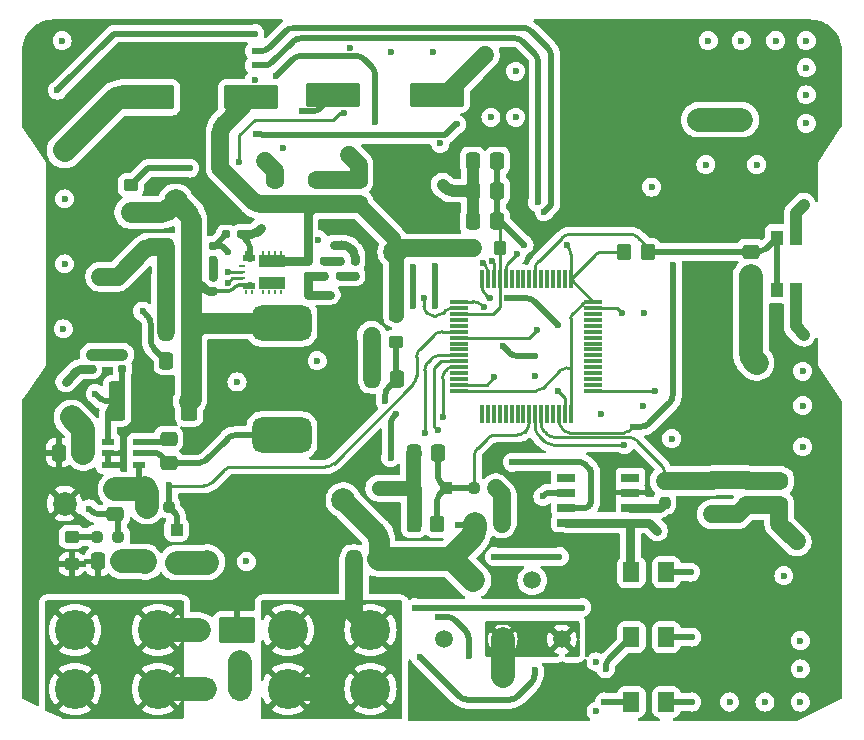
<source format=gbr>
%TF.GenerationSoftware,KiCad,Pcbnew,8.0.7*%
%TF.CreationDate,2025-05-08T16:31:26-05:00*%
%TF.ProjectId,OU_AIMNet_MPPT_v1.0,4f555f41-494d-44e6-9574-5f4d5050545f,rev?*%
%TF.SameCoordinates,Original*%
%TF.FileFunction,Copper,L1,Top*%
%TF.FilePolarity,Positive*%
%FSLAX46Y46*%
G04 Gerber Fmt 4.6, Leading zero omitted, Abs format (unit mm)*
G04 Created by KiCad (PCBNEW 8.0.7) date 2025-05-08 16:31:26*
%MOMM*%
%LPD*%
G01*
G04 APERTURE LIST*
G04 Aperture macros list*
%AMRoundRect*
0 Rectangle with rounded corners*
0 $1 Rounding radius*
0 $2 $3 $4 $5 $6 $7 $8 $9 X,Y pos of 4 corners*
0 Add a 4 corners polygon primitive as box body*
4,1,4,$2,$3,$4,$5,$6,$7,$8,$9,$2,$3,0*
0 Add four circle primitives for the rounded corners*
1,1,$1+$1,$2,$3*
1,1,$1+$1,$4,$5*
1,1,$1+$1,$6,$7*
1,1,$1+$1,$8,$9*
0 Add four rect primitives between the rounded corners*
20,1,$1+$1,$2,$3,$4,$5,0*
20,1,$1+$1,$4,$5,$6,$7,0*
20,1,$1+$1,$6,$7,$8,$9,0*
20,1,$1+$1,$8,$9,$2,$3,0*%
G04 Aperture macros list end*
%TA.AperFunction,SMDPad,CuDef*%
%ADD10RoundRect,0.250000X-0.350000X0.275000X-0.350000X-0.275000X0.350000X-0.275000X0.350000X0.275000X0*%
%TD*%
%TA.AperFunction,SMDPad,CuDef*%
%ADD11RoundRect,0.160000X0.160000X-0.197500X0.160000X0.197500X-0.160000X0.197500X-0.160000X-0.197500X0*%
%TD*%
%TA.AperFunction,SMDPad,CuDef*%
%ADD12RoundRect,0.250000X-0.300000X0.300000X-0.300000X-0.300000X0.300000X-0.300000X0.300000X0.300000X0*%
%TD*%
%TA.AperFunction,SMDPad,CuDef*%
%ADD13RoundRect,0.250000X-0.337500X-0.475000X0.337500X-0.475000X0.337500X0.475000X-0.337500X0.475000X0*%
%TD*%
%TA.AperFunction,SMDPad,CuDef*%
%ADD14RoundRect,0.250001X-0.462499X-0.624999X0.462499X-0.624999X0.462499X0.624999X-0.462499X0.624999X0*%
%TD*%
%TA.AperFunction,SMDPad,CuDef*%
%ADD15RoundRect,0.237500X0.237500X-0.250000X0.237500X0.250000X-0.237500X0.250000X-0.237500X-0.250000X0*%
%TD*%
%TA.AperFunction,SMDPad,CuDef*%
%ADD16RoundRect,0.250001X2.049999X0.799999X-2.049999X0.799999X-2.049999X-0.799999X2.049999X-0.799999X0*%
%TD*%
%TA.AperFunction,SMDPad,CuDef*%
%ADD17C,2.000000*%
%TD*%
%TA.AperFunction,SMDPad,CuDef*%
%ADD18RoundRect,0.250001X-2.049999X-0.799999X2.049999X-0.799999X2.049999X0.799999X-2.049999X0.799999X0*%
%TD*%
%TA.AperFunction,SMDPad,CuDef*%
%ADD19RoundRect,0.075000X-0.075000X0.700000X-0.075000X-0.700000X0.075000X-0.700000X0.075000X0.700000X0*%
%TD*%
%TA.AperFunction,SMDPad,CuDef*%
%ADD20RoundRect,0.075000X-0.700000X0.075000X-0.700000X-0.075000X0.700000X-0.075000X0.700000X0.075000X0*%
%TD*%
%TA.AperFunction,SMDPad,CuDef*%
%ADD21RoundRect,0.250000X0.475000X-0.337500X0.475000X0.337500X-0.475000X0.337500X-0.475000X-0.337500X0*%
%TD*%
%TA.AperFunction,SMDPad,CuDef*%
%ADD22R,1.050000X0.550000*%
%TD*%
%TA.AperFunction,SMDPad,CuDef*%
%ADD23RoundRect,0.250000X-0.475000X0.337500X-0.475000X-0.337500X0.475000X-0.337500X0.475000X0.337500X0*%
%TD*%
%TA.AperFunction,SMDPad,CuDef*%
%ADD24RoundRect,0.160000X-0.160000X0.197500X-0.160000X-0.197500X0.160000X-0.197500X0.160000X0.197500X0*%
%TD*%
%TA.AperFunction,SMDPad,CuDef*%
%ADD25RoundRect,0.250000X-0.350000X-0.450000X0.350000X-0.450000X0.350000X0.450000X-0.350000X0.450000X0*%
%TD*%
%TA.AperFunction,SMDPad,CuDef*%
%ADD26RoundRect,0.237500X-0.250000X-0.237500X0.250000X-0.237500X0.250000X0.237500X-0.250000X0.237500X0*%
%TD*%
%TA.AperFunction,SMDPad,CuDef*%
%ADD27RoundRect,0.160000X0.197500X0.160000X-0.197500X0.160000X-0.197500X-0.160000X0.197500X-0.160000X0*%
%TD*%
%TA.AperFunction,SMDPad,CuDef*%
%ADD28R,0.250000X0.400000*%
%TD*%
%TA.AperFunction,SMDPad,CuDef*%
%ADD29R,1.075000X0.575000*%
%TD*%
%TA.AperFunction,ComponentPad*%
%ADD30C,0.550000*%
%TD*%
%TA.AperFunction,SMDPad,CuDef*%
%ADD31R,2.200000X1.000000*%
%TD*%
%TA.AperFunction,SMDPad,CuDef*%
%ADD32R,0.600000X0.220000*%
%TD*%
%TA.AperFunction,SMDPad,CuDef*%
%ADD33R,1.000000X1.300000*%
%TD*%
%TA.AperFunction,SMDPad,CuDef*%
%ADD34RoundRect,0.250000X0.337500X0.475000X-0.337500X0.475000X-0.337500X-0.475000X0.337500X-0.475000X0*%
%TD*%
%TA.AperFunction,SMDPad,CuDef*%
%ADD35RoundRect,0.250000X0.350000X-0.275000X0.350000X0.275000X-0.350000X0.275000X-0.350000X-0.275000X0*%
%TD*%
%TA.AperFunction,SMDPad,CuDef*%
%ADD36RoundRect,0.237500X0.250000X0.237500X-0.250000X0.237500X-0.250000X-0.237500X0.250000X-0.237500X0*%
%TD*%
%TA.AperFunction,ComponentPad*%
%ADD37C,3.400000*%
%TD*%
%TA.AperFunction,SMDPad,CuDef*%
%ADD38RoundRect,0.249999X-0.450001X-1.425001X0.450001X-1.425001X0.450001X1.425001X-0.450001X1.425001X0*%
%TD*%
%TA.AperFunction,SMDPad,CuDef*%
%ADD39RoundRect,0.250000X-0.275000X-0.350000X0.275000X-0.350000X0.275000X0.350000X-0.275000X0.350000X0*%
%TD*%
%TA.AperFunction,SMDPad,CuDef*%
%ADD40R,1.528000X0.650000*%
%TD*%
%TA.AperFunction,SMDPad,CuDef*%
%ADD41RoundRect,0.250000X1.300000X0.850000X-1.300000X0.850000X-1.300000X-0.850000X1.300000X-0.850000X0*%
%TD*%
%TA.AperFunction,SMDPad,CuDef*%
%ADD42RoundRect,0.250000X0.500000X0.510000X-0.500000X0.510000X-0.500000X-0.510000X0.500000X-0.510000X0*%
%TD*%
%TA.AperFunction,ComponentPad*%
%ADD43C,1.500000*%
%TD*%
%TA.AperFunction,SMDPad,CuDef*%
%ADD44RoundRect,0.250000X0.350000X0.450000X-0.350000X0.450000X-0.350000X-0.450000X0.350000X-0.450000X0*%
%TD*%
%TA.AperFunction,SMDPad,CuDef*%
%ADD45RoundRect,0.250000X0.300000X0.300000X-0.300000X0.300000X-0.300000X-0.300000X0.300000X-0.300000X0*%
%TD*%
%TA.AperFunction,SMDPad,CuDef*%
%ADD46RoundRect,0.750000X1.750000X-0.750000X1.750000X0.750000X-1.750000X0.750000X-1.750000X-0.750000X0*%
%TD*%
%TA.AperFunction,ViaPad*%
%ADD47C,0.600000*%
%TD*%
%TA.AperFunction,ViaPad*%
%ADD48C,0.750000*%
%TD*%
%TA.AperFunction,Conductor*%
%ADD49C,0.250000*%
%TD*%
%TA.AperFunction,Conductor*%
%ADD50C,0.500000*%
%TD*%
%TA.AperFunction,Conductor*%
%ADD51C,1.000000*%
%TD*%
%TA.AperFunction,Conductor*%
%ADD52C,1.500000*%
%TD*%
%TA.AperFunction,Conductor*%
%ADD53C,2.000000*%
%TD*%
%TA.AperFunction,Conductor*%
%ADD54C,0.750000*%
%TD*%
%TA.AperFunction,Conductor*%
%ADD55C,1.750000*%
%TD*%
%TA.AperFunction,Conductor*%
%ADD56C,0.350000*%
%TD*%
%TA.AperFunction,Conductor*%
%ADD57C,1.250000*%
%TD*%
G04 APERTURE END LIST*
D10*
%TO.P,FB5,1*%
%TO.N,+3.3 V*%
X231500000Y-137300000D03*
%TO.P,FB5,2*%
%TO.N,Net-(C36-Pad2)*%
X231500000Y-139600000D03*
%TD*%
D11*
%TO.P,R7,1*%
%TO.N,GND*%
X205700000Y-141895000D03*
%TO.P,R7,2*%
%TO.N,Net-(R6-Pad1)*%
X205700000Y-140700000D03*
%TD*%
D12*
%TO.P,D6,1,K*%
%TO.N,Current Measurement (Load)*%
X258200000Y-151400000D03*
%TO.P,D6,2,A*%
%TO.N,GND*%
X258200000Y-154200000D03*
%TD*%
D13*
%TO.P,C2,1*%
%TO.N,+25 V*%
X206225000Y-158200000D03*
%TO.P,C2,2*%
%TO.N,GND*%
X208300000Y-158200000D03*
%TD*%
D14*
%TO.P,D7,1,K*%
%TO.N,Q2D1*%
X251387500Y-164600000D03*
%TO.P,D7,2,A*%
%TO.N,Net-(D7-A)*%
X254362500Y-164600000D03*
%TD*%
D15*
%TO.P,R29,1*%
%TO.N,Net-(U7-OUT)*%
X254200000Y-153225000D03*
%TO.P,R29,2*%
%TO.N,Current Measurement (Load)*%
X254200000Y-151400000D03*
%TD*%
D16*
%TO.P,C16,1*%
%TO.N,+3.3 V*%
X219200000Y-118900000D03*
%TO.P,C16,2*%
%TO.N,GND*%
X210400000Y-118900000D03*
%TD*%
D17*
%TO.P,TP3,1,1*%
%TO.N,+10 V*%
X212800000Y-127700000D03*
%TD*%
D18*
%TO.P,C31,1*%
%TO.N,Q1D1*%
X226100000Y-118700000D03*
%TO.P,C31,2*%
%TO.N,GND*%
X234900000Y-118700000D03*
%TD*%
D19*
%TO.P,U3,1,VBAT*%
%TO.N,Net-(U3-VBAT)*%
X246250000Y-134325000D03*
%TO.P,U3,2,PC13*%
%TO.N,unconnected-(U3-PC13-Pad2)*%
X245750000Y-134325000D03*
%TO.P,U3,3,PC14*%
%TO.N,unconnected-(U3-PC14-Pad3)*%
X245250000Y-134325000D03*
%TO.P,U3,4,PC15*%
%TO.N,unconnected-(U3-PC15-Pad4)*%
X244750000Y-134325000D03*
%TO.P,U3,5,PF0*%
%TO.N,unconnected-(U3-PF0-Pad5)*%
X244250000Y-134325000D03*
%TO.P,U3,6,PF1*%
%TO.N,unconnected-(U3-PF1-Pad6)*%
X243750000Y-134325000D03*
%TO.P,U3,7,PF2*%
%TO.N,NRST*%
X243250000Y-134325000D03*
%TO.P,U3,8,PC0*%
%TO.N,unconnected-(U3-PC0-Pad8)*%
X242750000Y-134325000D03*
%TO.P,U3,9,PC1*%
%TO.N,unconnected-(U3-PC1-Pad9)*%
X242250000Y-134325000D03*
%TO.P,U3,10,PC2*%
%TO.N,unconnected-(U3-PC2-Pad10)*%
X241750000Y-134325000D03*
%TO.P,U3,11,PC3*%
%TO.N,unconnected-(U3-PC3-Pad11)*%
X241250000Y-134325000D03*
%TO.P,U3,12,VSSA*%
%TO.N,GND*%
X240750000Y-134325000D03*
%TO.P,U3,13,VDDA*%
%TO.N,Net-(U3-VBAT)*%
X240250000Y-134325000D03*
%TO.P,U3,14,PA0*%
%TO.N,MOSFET Driver IN*%
X239750000Y-134325000D03*
%TO.P,U3,15,PA1*%
%TO.N,MOSFET Driver SD*%
X239250000Y-134325000D03*
%TO.P,U3,16,PA2*%
%TO.N,VCP_TX*%
X238750000Y-134325000D03*
D20*
%TO.P,U3,17,PA3*%
%TO.N,VCP_RX*%
X236825000Y-136250000D03*
%TO.P,U3,18,VSS*%
%TO.N,GND*%
X236825000Y-136750000D03*
%TO.P,U3,19,VDD*%
%TO.N,Net-(U3-VBAT)*%
X236825000Y-137250000D03*
%TO.P,U3,20,PA4*%
%TO.N,unconnected-(U3-PA4-Pad20)*%
X236825000Y-137750000D03*
%TO.P,U3,21,PA5*%
%TO.N,unconnected-(U3-PA5-Pad21)*%
X236825000Y-138250000D03*
%TO.P,U3,22,PA6*%
%TO.N,Voltage Measurement (Solar)*%
X236825000Y-138750000D03*
%TO.P,U3,23,PA7*%
%TO.N,Current Measurement (Solar)*%
X236825000Y-139250000D03*
%TO.P,U3,24,PC4*%
%TO.N,unconnected-(U3-PC4-Pad24)*%
X236825000Y-139750000D03*
%TO.P,U3,25,PC5*%
%TO.N,unconnected-(U3-PC5-Pad25)*%
X236825000Y-140250000D03*
%TO.P,U3,26,PB0*%
%TO.N,LED (Charging)*%
X236825000Y-140750000D03*
%TO.P,U3,27,PB1*%
%TO.N,LED (Charged)*%
X236825000Y-141250000D03*
%TO.P,U3,28,PB2*%
%TO.N,LED (SYSTEM FAULT)*%
X236825000Y-141750000D03*
%TO.P,U3,29,PB10*%
%TO.N,unconnected-(U3-PB10-Pad29)*%
X236825000Y-142250000D03*
%TO.P,U3,30,PB11*%
%TO.N,unconnected-(U3-PB11-Pad30)*%
X236825000Y-142750000D03*
%TO.P,U3,31,VSS*%
%TO.N,GND*%
X236825000Y-143250000D03*
%TO.P,U3,32,VDD*%
%TO.N,Net-(U3-VBAT)*%
X236825000Y-143750000D03*
D19*
%TO.P,U3,33,PB12*%
%TO.N,unconnected-(U3-PB12-Pad33)*%
X238750000Y-145675000D03*
%TO.P,U3,34,PB13*%
%TO.N,unconnected-(U3-PB13-Pad34)*%
X239250000Y-145675000D03*
%TO.P,U3,35,PB14*%
%TO.N,unconnected-(U3-PB14-Pad35)*%
X239750000Y-145675000D03*
%TO.P,U3,36,PB15*%
%TO.N,unconnected-(U3-PB15-Pad36)*%
X240250000Y-145675000D03*
%TO.P,U3,37,PC6*%
%TO.N,unconnected-(U3-PC6-Pad37)*%
X240750000Y-145675000D03*
%TO.P,U3,38,PC7*%
%TO.N,unconnected-(U3-PC7-Pad38)*%
X241250000Y-145675000D03*
%TO.P,U3,39,PC8*%
%TO.N,unconnected-(U3-PC8-Pad39)*%
X241750000Y-145675000D03*
%TO.P,U3,40,PC9*%
%TO.N,unconnected-(U3-PC9-Pad40)*%
X242250000Y-145675000D03*
%TO.P,U3,41,PA8*%
%TO.N,Voltage Measurement (Battery)*%
X242750000Y-145675000D03*
%TO.P,U3,42,PA9*%
%TO.N,Current Measurement (Battery)*%
X243250000Y-145675000D03*
%TO.P,U3,43,PA10*%
%TO.N,Current Measurement (Load)*%
X243750000Y-145675000D03*
%TO.P,U3,44,PA11*%
%TO.N,unconnected-(U3-PA11-Pad44)*%
X244250000Y-145675000D03*
%TO.P,U3,45,PA12*%
%TO.N,unconnected-(U3-PA12-Pad45)*%
X244750000Y-145675000D03*
%TO.P,U3,46,PA13*%
%TO.N,TMS*%
X245250000Y-145675000D03*
%TO.P,U3,47,VSS*%
%TO.N,GND*%
X245750000Y-145675000D03*
%TO.P,U3,48,VDDUSB*%
%TO.N,Net-(U3-VBAT)*%
X246250000Y-145675000D03*
D20*
%TO.P,U3,49,PA14*%
%TO.N,TCK*%
X248175000Y-143750000D03*
%TO.P,U3,50,PA15*%
%TO.N,unconnected-(U3-PA15-Pad50)*%
X248175000Y-143250000D03*
%TO.P,U3,51,PC10*%
%TO.N,unconnected-(U3-PC10-Pad51)*%
X248175000Y-142750000D03*
%TO.P,U3,52,PC11*%
%TO.N,unconnected-(U3-PC11-Pad52)*%
X248175000Y-142250000D03*
%TO.P,U3,53,PC12*%
%TO.N,unconnected-(U3-PC12-Pad53)*%
X248175000Y-141750000D03*
%TO.P,U3,54,PD2*%
%TO.N,unconnected-(U3-PD2-Pad54)*%
X248175000Y-141250000D03*
%TO.P,U3,55,PB3*%
%TO.N,unconnected-(U3-PB3-Pad55)*%
X248175000Y-140750000D03*
%TO.P,U3,56,PB4*%
%TO.N,unconnected-(U3-PB4-Pad56)*%
X248175000Y-140250000D03*
%TO.P,U3,57,PB5*%
%TO.N,unconnected-(U3-PB5-Pad57)*%
X248175000Y-139750000D03*
%TO.P,U3,58,PB6*%
%TO.N,unconnected-(U3-PB6-Pad58)*%
X248175000Y-139250000D03*
%TO.P,U3,59,PB7*%
%TO.N,unconnected-(U3-PB7-Pad59)*%
X248175000Y-138750000D03*
%TO.P,U3,60,PF3*%
%TO.N,unconnected-(U3-PF3-Pad60)*%
X248175000Y-138250000D03*
%TO.P,U3,61,PB8*%
%TO.N,unconnected-(U3-PB8-Pad61)*%
X248175000Y-137750000D03*
%TO.P,U3,62,PB9*%
%TO.N,unconnected-(U3-PB9-Pad62)*%
X248175000Y-137250000D03*
%TO.P,U3,63,VSS*%
%TO.N,GND*%
X248175000Y-136750000D03*
%TO.P,U3,64,VDD*%
%TO.N,Net-(U3-VBAT)*%
X248175000Y-136250000D03*
%TD*%
D21*
%TO.P,C14,1*%
%TO.N,+3.3 V*%
X224800000Y-127937500D03*
%TO.P,C14,2*%
%TO.N,GND*%
X224800000Y-125862500D03*
%TD*%
D22*
%TO.P,U6,1,FB*%
%TO.N,Net-(U6-FB)*%
X207100000Y-148100000D03*
%TO.P,U6,2,EN*%
%TO.N,+25 V*%
X207100000Y-149050000D03*
%TO.P,U6,3,IN*%
X207100000Y-150000000D03*
%TO.P,U6,4,GND*%
%TO.N,GND*%
X209700000Y-150000000D03*
%TO.P,U6,5,SW*%
%TO.N,Net-(U6-SW)*%
X209700000Y-149050000D03*
%TO.P,U6,6,BST*%
%TO.N,Net-(U6-BST)*%
X209700000Y-148100000D03*
%TD*%
D23*
%TO.P,C32,1*%
%TO.N,Current Measurement (Load)*%
X261200000Y-151325000D03*
%TO.P,C32,2*%
%TO.N,GND*%
X261200000Y-153400000D03*
%TD*%
D24*
%TO.P,R12,1*%
%TO.N,Net-(R12-Pad1)*%
X225400000Y-132802500D03*
%TO.P,R12,2*%
%TO.N,Net-(U5-FB)*%
X225400000Y-133997500D03*
%TD*%
D25*
%TO.P,R15,1*%
%TO.N,Net-(U3-VBAT)*%
X250800000Y-132000000D03*
%TO.P,R15,2*%
%TO.N,NRST*%
X252800000Y-132000000D03*
%TD*%
D21*
%TO.P,C3,1*%
%TO.N,Voltage Measurement (Solar)*%
X207700000Y-154175000D03*
%TO.P,C3,2*%
%TO.N,GND*%
X207700000Y-152100000D03*
%TD*%
D17*
%TO.P,TP5,1,1*%
%TO.N,GND*%
X257100000Y-120800000D03*
%TD*%
D13*
%TO.P,C17,1*%
%TO.N,GND*%
X237962500Y-129400000D03*
%TO.P,C17,2*%
%TO.N,Net-(U3-VBAT)*%
X240037500Y-129400000D03*
%TD*%
D26*
%TO.P,R3,1*%
%TO.N,Voltage Measurement (Battery)*%
X238087500Y-152000000D03*
%TO.P,R3,2*%
%TO.N,Net-(FB4-Pad2)*%
X239912500Y-152000000D03*
%TD*%
D11*
%TO.P,R11,1*%
%TO.N,Net-(U5-FB)*%
X224000000Y-133997500D03*
%TO.P,R11,2*%
%TO.N,+3.3 V*%
X224000000Y-132802500D03*
%TD*%
D27*
%TO.P,R10,1*%
%TO.N,GND*%
X218297500Y-130500000D03*
%TO.P,R10,2*%
%TO.N,Net-(U5-EN)*%
X217102500Y-130500000D03*
%TD*%
D28*
%TO.P,U5,1,Vin*%
%TO.N,+10 V*%
X218800000Y-135350000D03*
X219300000Y-135350000D03*
D29*
X218987500Y-134862500D03*
D30*
X219100000Y-134800000D03*
D28*
%TO.P,U5,2,SW*%
%TO.N,unconnected-(U5-SW-Pad2)_3*%
X220215000Y-135350000D03*
%TO.N,unconnected-(U5-SW-Pad2)_4*%
X220715000Y-135350000D03*
%TO.N,unconnected-(U5-SW-Pad2)_1*%
X221215000Y-135350000D03*
%TO.N,unconnected-(U5-SW-Pad2)_5*%
X221715000Y-135350000D03*
D31*
%TO.N,unconnected-(U5-SW-Pad2)_7*%
X220975000Y-134650000D03*
D30*
%TO.N,unconnected-(U5-SW-Pad2)*%
X220300000Y-134600000D03*
%TO.N,unconnected-(U5-SW-Pad2)_2*%
X221000000Y-134600000D03*
%TO.N,unconnected-(U5-SW-Pad2)_6*%
X221700000Y-134600000D03*
%TO.P,U5,3,Vout*%
%TO.N,+3.3 V*%
X220300000Y-132800000D03*
X221000000Y-132800000D03*
X221700000Y-132800000D03*
D31*
X220975000Y-132750000D03*
D28*
X220215000Y-132050000D03*
X220715000Y-132050000D03*
X221215000Y-132050000D03*
X221715000Y-132050000D03*
D30*
%TO.P,U5,4,PGND*%
%TO.N,GND*%
X219100000Y-132600000D03*
D29*
X218987500Y-132537500D03*
D28*
X218800000Y-132050000D03*
X219300000Y-132050000D03*
D32*
%TO.P,U5,5,PG*%
%TO.N,unconnected-(U5-PG-Pad5)*%
X218450000Y-133200000D03*
%TO.P,U5,6,EN*%
%TO.N,Net-(U5-EN)*%
X218450000Y-133700000D03*
%TO.P,U5,7,FB*%
%TO.N,Net-(U5-FB)*%
X218450000Y-134200000D03*
%TD*%
D33*
%TO.P,S1,1*%
%TO.N,GND*%
X265300000Y-135200000D03*
%TO.P,S1,2*%
X265300000Y-130800000D03*
%TO.P,S1,3*%
%TO.N,NRST*%
X263700000Y-135200000D03*
%TO.P,S1,4*%
X263700000Y-130800000D03*
%TD*%
D11*
%TO.P,R13,1*%
%TO.N,Net-(R13-Pad1)*%
X226700000Y-133990000D03*
%TO.P,R13,2*%
%TO.N,Net-(R12-Pad1)*%
X226700000Y-132795000D03*
%TD*%
D34*
%TO.P,C8,1*%
%TO.N,+10 V*%
X214100000Y-141200000D03*
%TO.P,C8,2*%
%TO.N,Net-(U6-FB)*%
X212025000Y-141200000D03*
%TD*%
D35*
%TO.P,FB3,1*%
%TO.N,+25 V*%
X204000000Y-158410000D03*
%TO.P,FB3,2*%
%TO.N,Net-(FB3-Pad2)*%
X204000000Y-156110000D03*
%TD*%
D23*
%TO.P,C33,1*%
%TO.N,Current Measurement (Load)*%
X263900000Y-151362500D03*
%TO.P,C33,2*%
%TO.N,GND*%
X263900000Y-153437500D03*
%TD*%
D13*
%TO.P,C6,1*%
%TO.N,+25 V*%
X202925000Y-149000000D03*
%TO.P,C6,2*%
%TO.N,GND*%
X205000000Y-149000000D03*
%TD*%
D14*
%TO.P,D8,1,K*%
%TO.N,Q2D2*%
X251387500Y-170100000D03*
%TO.P,D8,2,A*%
%TO.N,Net-(D8-A)*%
X254362500Y-170100000D03*
%TD*%
D35*
%TO.P,FB2,1*%
%TO.N,+10 V*%
X209000000Y-128650000D03*
%TO.P,FB2,2*%
%TO.N,Net-(U1-VCC)*%
X209000000Y-126350000D03*
%TD*%
D13*
%TO.P,C36,1*%
%TO.N,GND*%
X229462500Y-142737500D03*
%TO.P,C36,2*%
%TO.N,Net-(C36-Pad2)*%
X231537500Y-142737500D03*
%TD*%
D36*
%TO.P,R1,1*%
%TO.N,Voltage Measurement (Solar)*%
X207954048Y-156100000D03*
%TO.P,R1,2*%
%TO.N,Net-(FB3-Pad2)*%
X206129048Y-156100000D03*
%TD*%
D37*
%TO.P,J1,1,Pin_1*%
%TO.N,/J1_CONNECT*%
X204300000Y-164000000D03*
X204300000Y-169000000D03*
X211300000Y-164000000D03*
X211300000Y-169000000D03*
%TD*%
D21*
%TO.P,C15,1*%
%TO.N,+3.3 V*%
X228300000Y-127937500D03*
%TO.P,C15,2*%
%TO.N,GND*%
X228300000Y-125862500D03*
%TD*%
D17*
%TO.P,TP1,1,1*%
%TO.N,+25 V*%
X203400000Y-153300000D03*
%TD*%
D34*
%TO.P,C5,1*%
%TO.N,Voltage Measurement (Battery)*%
X235037500Y-149000000D03*
%TO.P,C5,2*%
%TO.N,GND*%
X232962500Y-149000000D03*
%TD*%
D24*
%TO.P,R9,1*%
%TO.N,Net-(U5-EN)*%
X216000000Y-131502500D03*
%TO.P,R9,2*%
%TO.N,Net-(R8-Pad1)*%
X216000000Y-132697500D03*
%TD*%
%TO.P,R14,1*%
%TO.N,GND*%
X228000000Y-132797500D03*
%TO.P,R14,2*%
%TO.N,Net-(R13-Pad1)*%
X228000000Y-133992500D03*
%TD*%
D38*
%TO.P,R5,1*%
%TO.N,Net-(U6-FB)*%
X207850000Y-144600000D03*
%TO.P,R5,2*%
%TO.N,+10 V*%
X213950000Y-144600000D03*
%TD*%
D34*
%TO.P,C11,1*%
%TO.N,+10 V*%
X214100000Y-134000000D03*
%TO.P,C11,2*%
%TO.N,GND*%
X212025000Y-134000000D03*
%TD*%
D39*
%TO.P,FB4,1*%
%TO.N,Battery+*%
X238120000Y-155000000D03*
%TO.P,FB4,2*%
%TO.N,Net-(FB4-Pad2)*%
X240420000Y-155000000D03*
%TD*%
D17*
%TO.P,TP2,1,1*%
%TO.N,Battery+*%
X227000000Y-153000000D03*
%TD*%
D40*
%TO.P,U7,1,Rg*%
%TO.N,unconnected-(U7-Rg-Pad1)*%
X245889000Y-151095000D03*
%TO.P,U7,2,-IN*%
%TO.N,Net-(U7--IN)*%
X245889000Y-152365000D03*
%TO.P,U7,3,+IN*%
%TO.N,Net-(U7-+IN)*%
X245889000Y-153635000D03*
%TO.P,U7,4,-VS*%
%TO.N,GND*%
X245889000Y-154905000D03*
%TO.P,U7,5,REF*%
X251311000Y-154905000D03*
%TO.P,U7,6,OUT*%
%TO.N,Net-(U7-OUT)*%
X251311000Y-153635000D03*
%TO.P,U7,7,+VS*%
%TO.N,+25 V*%
X251311000Y-152365000D03*
%TO.P,U7,8,Rg*%
%TO.N,unconnected-(U7-Rg-Pad8)*%
X251311000Y-151095000D03*
%TD*%
D41*
%TO.P,D11,1,K*%
%TO.N,+25 V*%
X218000000Y-164000000D03*
D42*
%TO.P,D11,2,A*%
%TO.N,/J1_CONNECT*%
X214780000Y-164000000D03*
%TD*%
D37*
%TO.P,J2,1,Pin_1*%
%TO.N,GND*%
X222300000Y-164000000D03*
X222300000Y-169000000D03*
X229300000Y-164000000D03*
X229300000Y-169000000D03*
%TD*%
D21*
%TO.P,C13,1*%
%TO.N,+3.3 V*%
X221200000Y-127937500D03*
%TO.P,C13,2*%
%TO.N,Net-(U5-FB)*%
X221200000Y-125862500D03*
%TD*%
D24*
%TO.P,R8,1*%
%TO.N,Net-(R8-Pad1)*%
X216000000Y-134102500D03*
%TO.P,R8,2*%
%TO.N,+10 V*%
X216000000Y-135297500D03*
%TD*%
D43*
%TO.P,J3,1,Pin_1*%
%TO.N,Shield*%
X235500000Y-164800000D03*
%TO.P,J3,2,Pin_2*%
%TO.N,Battery+*%
X238000000Y-159800000D03*
%TO.P,J3,3,Pin_3*%
%TO.N,GND*%
X240500000Y-164800000D03*
%TO.P,J3,4,Pin_4*%
%TO.N,Load+*%
X243000000Y-159800000D03*
%TO.P,J3,5,Pin_5*%
%TO.N,GND*%
X245500000Y-164800000D03*
%TD*%
D13*
%TO.P,C19,1*%
%TO.N,GND*%
X237962500Y-124300000D03*
%TO.P,C19,2*%
%TO.N,Net-(U3-VBAT)*%
X240037500Y-124300000D03*
%TD*%
D34*
%TO.P,C10,1*%
%TO.N,+10 V*%
X214075000Y-136400000D03*
%TO.P,C10,2*%
%TO.N,GND*%
X212000000Y-136400000D03*
%TD*%
%TO.P,C4,1*%
%TO.N,Battery+*%
X230000000Y-158000000D03*
%TO.P,C4,2*%
%TO.N,GND*%
X227925000Y-158000000D03*
%TD*%
D13*
%TO.P,C18,1*%
%TO.N,GND*%
X237962500Y-126800000D03*
%TO.P,C18,2*%
%TO.N,Net-(U3-VBAT)*%
X240037500Y-126800000D03*
%TD*%
D44*
%TO.P,R4,1*%
%TO.N,Voltage Measurement (Battery)*%
X234970000Y-155000000D03*
%TO.P,R4,2*%
%TO.N,GND*%
X232970000Y-155000000D03*
%TD*%
D12*
%TO.P,D1,1,K*%
%TO.N,Voltage Measurement (Solar)*%
X212900000Y-155500000D03*
%TO.P,D1,2,A*%
%TO.N,GND*%
X212900000Y-158300000D03*
%TD*%
D23*
%TO.P,C1,1*%
%TO.N,NRST*%
X261500000Y-131962500D03*
%TO.P,C1,2*%
%TO.N,GND*%
X261500000Y-134037500D03*
%TD*%
D39*
%TO.P,FB1,1*%
%TO.N,+3.3 V*%
X237950000Y-131700000D03*
%TO.P,FB1,2*%
%TO.N,Net-(U3-VBAT)*%
X240250000Y-131700000D03*
%TD*%
D34*
%TO.P,C9,1*%
%TO.N,+10 V*%
X214075000Y-138800000D03*
%TO.P,C9,2*%
%TO.N,GND*%
X212000000Y-138800000D03*
%TD*%
D17*
%TO.P,TP4,1,1*%
%TO.N,+3.3 V*%
X231400000Y-132000000D03*
%TD*%
D24*
%TO.P,R6,1*%
%TO.N,Net-(R6-Pad1)*%
X208300000Y-140705000D03*
%TO.P,R6,2*%
%TO.N,Net-(U6-FB)*%
X208300000Y-141900000D03*
%TD*%
D45*
%TO.P,D2,1,K*%
%TO.N,Voltage Measurement (Battery)*%
X235720000Y-152000000D03*
%TO.P,D2,2,A*%
%TO.N,GND*%
X232920000Y-152000000D03*
%TD*%
D14*
%TO.P,D9,1,K*%
%TO.N,GND*%
X251387500Y-159100000D03*
%TO.P,D9,2,A*%
%TO.N,Net-(D9-A)*%
X254362500Y-159100000D03*
%TD*%
D21*
%TO.P,C7,1*%
%TO.N,Net-(U6-SW)*%
X212200000Y-149900000D03*
%TO.P,C7,2*%
%TO.N,Net-(U6-BST)*%
X212200000Y-147825000D03*
%TD*%
D46*
%TO.P,L1,1,1*%
%TO.N,Net-(U6-SW)*%
X221800000Y-147500000D03*
%TO.P,L1,2,2*%
%TO.N,+10 V*%
X221800000Y-138000000D03*
%TD*%
D34*
%TO.P,C12,1*%
%TO.N,+10 V*%
X214100000Y-131600000D03*
%TO.P,C12,2*%
%TO.N,GND*%
X212025000Y-131600000D03*
%TD*%
D14*
%TO.P,D10,1,K*%
%TO.N,/J1_CONNECT*%
X215312500Y-169000000D03*
%TO.P,D10,2,A*%
%TO.N,Net-(D10-A)*%
X218287500Y-169000000D03*
%TD*%
D36*
%TO.P,R2,1*%
%TO.N,Voltage Measurement (Solar)*%
X212200000Y-153556750D03*
%TO.P,R2,2*%
%TO.N,GND*%
X210375000Y-153556750D03*
%TD*%
D47*
%TO.N,+25 V*%
X230500000Y-160300000D03*
%TO.N,GND*%
X233800000Y-135900000D03*
%TO.N,+25 V*%
X207700000Y-135700000D03*
X252900000Y-152400000D03*
X223600000Y-157900000D03*
D48*
X236000000Y-129300000D03*
D47*
X217800000Y-153300000D03*
D48*
X221500000Y-143000000D03*
D47*
X252300000Y-118700000D03*
X262900000Y-164800000D03*
%TO.N,Voltage Measurement (Solar)*%
X205500000Y-153750000D03*
X212250000Y-151750000D03*
%TO.N,Battery+*%
X236700000Y-155100000D03*
%TO.N,Net-(U6-FB)*%
X210000000Y-137000000D03*
X206000000Y-144000000D03*
%TO.N,Net-(U5-FB)*%
X220400000Y-124300000D03*
X225900000Y-135600000D03*
X217200000Y-134600000D03*
X224000000Y-135600000D03*
%TO.N,Net-(U3-VBAT)*%
X245900000Y-131400000D03*
X242300000Y-131400000D03*
%TO.N,Current Measurement (Solar)*%
X243400000Y-138600000D03*
%TO.N,Current Measurement (Battery)*%
X250800000Y-148300000D03*
%TO.N,Net-(U1-VCC)*%
X214000000Y-124900000D03*
X219600000Y-122000000D03*
X236600000Y-121200000D03*
%TO.N,Net-(U1-DT)*%
X229700000Y-121000000D03*
X221300000Y-117100000D03*
%TO.N,L2P2*%
X202800000Y-118300000D03*
X219500000Y-113500000D03*
%TO.N,Q1D1*%
X223500000Y-120100000D03*
%TO.N,Net-(C36-Pad2)*%
X247200000Y-162100000D03*
X231000000Y-149400000D03*
X233100000Y-162100000D03*
X230550000Y-144650000D03*
X231500000Y-145700000D03*
%TO.N,TCK*%
X253400000Y-143800000D03*
%TO.N,VCP_RX*%
X238900000Y-136675000D03*
X243200000Y-140800000D03*
X240500000Y-140000000D03*
%TO.N,TMS*%
X251500000Y-146800000D03*
X254900000Y-133100000D03*
%TO.N,VCP_TX*%
X240900000Y-135900000D03*
X239400000Y-135900000D03*
X245200000Y-138200000D03*
%TO.N,Q2D1*%
X249200000Y-167300000D03*
%TO.N,Net-(D7-A)*%
X256500000Y-164600000D03*
%TO.N,Net-(D8-A)*%
X256500000Y-170100000D03*
%TO.N,Q2D2*%
X249100000Y-170100000D03*
%TO.N,Q1G2*%
X218200000Y-124400000D03*
X227100000Y-120200000D03*
%TO.N,LED (Charged)*%
X237600000Y-166200000D03*
X235000000Y-147100000D03*
X235000000Y-162900000D03*
%TO.N,LED (Charging)*%
X243200000Y-167400000D03*
X233900000Y-147300000D03*
X233500000Y-166300000D03*
%TO.N,Net-(U5-EN)*%
X217200000Y-133700000D03*
X217200000Y-132000000D03*
%TO.N,Net-(U7--IN)*%
X243900000Y-152700000D03*
%TO.N,Net-(U7-+IN)*%
X241300000Y-149800000D03*
%TO.N,MOSFET Driver SD*%
X219500000Y-116200000D03*
X243449356Y-127800000D03*
X238800000Y-132900000D03*
%TO.N,MOSFET Driver IN*%
X239600000Y-132800000D03*
X219500000Y-115000000D03*
X244000000Y-128600000D03*
%TO.N,Net-(D9-A)*%
X256400000Y-159100000D03*
%TO.N,LED (SYSTEM FAULT)*%
X245300000Y-157800000D03*
X235400000Y-146000000D03*
X239800000Y-157800000D03*
%TO.N,Net-(D10-A)*%
X218250000Y-166750000D03*
%TO.N,L2P3*%
X232900000Y-136600000D03*
X232900000Y-133300000D03*
%TO.N,L2P1*%
X234800000Y-133200000D03*
X234800000Y-136600000D03*
%TO.N,GND*%
X263600000Y-114100000D03*
X266200000Y-121100000D03*
X239800000Y-142600000D03*
X218000000Y-143000000D03*
X234600000Y-115100000D03*
X259700000Y-170100000D03*
X241600000Y-120600000D03*
X203200000Y-114100000D03*
X252400000Y-145000000D03*
X224800000Y-141200000D03*
X240500000Y-167900000D03*
X206400000Y-134100000D03*
X257900000Y-114100000D03*
X218800000Y-158200000D03*
X248800000Y-145700000D03*
X260700000Y-114100000D03*
X204000000Y-146000000D03*
X210250000Y-158250000D03*
X221900000Y-123200000D03*
X266000000Y-139000000D03*
X266200000Y-118700000D03*
X266200000Y-116400000D03*
X245200000Y-143800000D03*
X220000000Y-130000000D03*
X264300000Y-159400000D03*
X260700000Y-120800000D03*
X226200000Y-131400000D03*
X210250000Y-152000000D03*
X265700000Y-170100000D03*
X203400000Y-127500000D03*
X265900000Y-142100000D03*
X253600000Y-155600000D03*
X250600000Y-137200000D03*
X254800000Y-147800000D03*
X203400000Y-133000000D03*
X265900000Y-148500000D03*
X257700000Y-124600000D03*
X227600000Y-114700000D03*
X262700000Y-170100000D03*
X215500000Y-158250000D03*
X203300000Y-138500000D03*
X266000000Y-128000000D03*
X265700000Y-167300000D03*
X266200000Y-114100000D03*
X265400000Y-156500000D03*
X203500000Y-143000000D03*
X243200000Y-142500000D03*
X230000000Y-152000000D03*
X235400000Y-126300000D03*
X231000000Y-115100000D03*
X225800000Y-168200000D03*
X227500000Y-123800000D03*
X241600000Y-116700000D03*
X248400000Y-170900000D03*
X253100000Y-126500000D03*
X241700000Y-132200000D03*
X248400000Y-166700000D03*
X265700000Y-164900000D03*
X265900000Y-145000000D03*
X203400000Y-123400000D03*
X239500000Y-120600000D03*
X235200000Y-122800000D03*
X262000000Y-124600000D03*
X219500000Y-117400000D03*
X239000000Y-115300000D03*
X262000000Y-141400000D03*
X252500000Y-137200000D03*
X229400000Y-139100000D03*
X224887500Y-130950000D03*
%TD*%
D49*
%TO.N,GND*%
X234019670Y-137119670D02*
G75*
G02*
X233799972Y-136589340I530330J530370D01*
G01*
X234610660Y-137400000D02*
G75*
G02*
X234080350Y-137180310I40J750000D01*
G01*
X235419670Y-137180330D02*
G75*
G02*
X234889340Y-137400028I-530370J530330D01*
G01*
X236160660Y-136750000D02*
G75*
G03*
X235630350Y-136969690I40J-750000D01*
G01*
X234080330Y-137180330D02*
X234019670Y-137119670D01*
X234889340Y-137400000D02*
X234610660Y-137400000D01*
X235630330Y-136969670D02*
X235419670Y-137180330D01*
X233800000Y-136589340D02*
X233800000Y-135900000D01*
X236825000Y-136750000D02*
X236160660Y-136750000D01*
D50*
%TO.N,MOSFET Driver IN*%
X222107107Y-113292893D02*
X220692893Y-114707107D01*
X219985786Y-115000000D02*
X219500000Y-115000000D01*
X244307107Y-114707107D02*
X242892893Y-113292893D01*
X244000000Y-128600000D02*
X244600000Y-128000000D01*
X220692893Y-114707107D02*
G75*
G02*
X219985786Y-114999990I-707093J707107D01*
G01*
X222814214Y-113000000D02*
G75*
G03*
X222107100Y-113292886I-14J-1000000D01*
G01*
X244600000Y-115414214D02*
G75*
G03*
X244307114Y-114707100I-1000000J14D01*
G01*
X242892893Y-113292893D02*
G75*
G03*
X242185786Y-113000010I-707093J-707107D01*
G01*
X244600000Y-128000000D02*
X244600000Y-115414214D01*
X242185786Y-113000000D02*
X222814214Y-113000000D01*
%TO.N,MOSFET Driver SD*%
X220285786Y-116200000D02*
X219500000Y-116200000D01*
X222707107Y-114192893D02*
X220992893Y-115907107D01*
X241485786Y-113900000D02*
X223414214Y-113900000D01*
X243207107Y-115207107D02*
X242192893Y-114192893D01*
X243500000Y-127485786D02*
X243500000Y-115914214D01*
X243460028Y-127789328D02*
X243460028Y-127777008D01*
X220992893Y-115907107D02*
G75*
G02*
X220285786Y-116199990I-707093J707107D01*
G01*
X223414214Y-113900000D02*
G75*
G03*
X222707100Y-114192886I-14J-1000000D01*
G01*
X242192893Y-114192893D02*
G75*
G03*
X241485786Y-113900010I-707093J-707107D01*
G01*
X243460028Y-127777008D02*
G75*
G03*
X243500005Y-127485786I-1134628J304108D01*
G01*
X243449356Y-127800000D02*
X243460028Y-127789328D01*
X243500000Y-115914214D02*
G75*
G03*
X243207114Y-115207100I-1000000J14D01*
G01*
D51*
%TO.N,GND*%
X236314214Y-126800000D02*
G75*
G02*
X235607100Y-126507114I-14J1000000D01*
G01*
X235607107Y-126507107D02*
X235400000Y-126300000D01*
X237962500Y-126800000D02*
X236314214Y-126800000D01*
D52*
X235600000Y-118700000D02*
X239000000Y-115300000D01*
X234900000Y-118700000D02*
X235600000Y-118700000D01*
D53*
X261500000Y-140485786D02*
G75*
G03*
X261792886Y-141192900I1000000J-14D01*
G01*
X261792893Y-141192893D02*
X262000000Y-141400000D01*
X261500000Y-134037500D02*
X261500000Y-140485786D01*
D52*
X229462500Y-139162500D02*
X229400000Y-139100000D01*
X229462500Y-142737500D02*
X229462500Y-139162500D01*
D54*
X226884474Y-131400000D02*
G75*
G02*
X227591594Y-131692880I26J-1000000D01*
G01*
X227591581Y-131692893D02*
X227831843Y-131933155D01*
X226200000Y-131400000D02*
X226884474Y-131400000D01*
X228000000Y-132410660D02*
X228000000Y-132797500D01*
X227831843Y-131933155D02*
G75*
G02*
X228000019Y-132410660I-605843J-481745D01*
G01*
D53*
X208314214Y-118900000D02*
G75*
G03*
X207607100Y-119192886I-14J-1000000D01*
G01*
X207607107Y-119192893D02*
X203400000Y-123400000D01*
X210400000Y-118900000D02*
X208314214Y-118900000D01*
D52*
X210710660Y-131600000D02*
X212025000Y-131600000D01*
X210222085Y-131777951D02*
G75*
G02*
X210710660Y-131600017I492015J-591249D01*
G01*
X207900036Y-134100000D02*
X210222085Y-131777951D01*
X206400000Y-134100000D02*
X207900036Y-134100000D01*
D49*
%TO.N,NRST*%
X251992893Y-130792893D02*
X252800000Y-131600000D01*
X243542893Y-132757107D02*
X245507107Y-130792893D01*
D50*
X261500000Y-131962500D02*
X262226840Y-131962500D01*
D49*
X243250000Y-134325000D02*
X243250000Y-133464214D01*
D50*
X261459315Y-132003185D02*
X261500000Y-131962500D01*
X261462500Y-132000000D02*
X252800000Y-132000000D01*
D49*
X246214214Y-130500000D02*
X251285786Y-130500000D01*
D50*
X263700000Y-130800000D02*
X263700000Y-135200000D01*
X262757170Y-131742830D02*
X263700000Y-130800000D01*
D49*
X252800000Y-131600000D02*
X252800000Y-132000000D01*
D50*
X261500000Y-131962500D02*
X261462500Y-132000000D01*
X262757170Y-131742830D02*
G75*
G02*
X262226840Y-131962528I-530370J530330D01*
G01*
D49*
X243542893Y-132757107D02*
G75*
G03*
X243250010Y-133464214I707107J-707093D01*
G01*
X251285786Y-130500000D02*
G75*
G02*
X251992900Y-130792886I14J-1000000D01*
G01*
X246214214Y-130500000D02*
G75*
G03*
X245507100Y-130792886I-14J-1000000D01*
G01*
D50*
%TO.N,Voltage Measurement (Solar)*%
X212250000Y-153506750D02*
X212200000Y-153556750D01*
D49*
X215185786Y-151800000D02*
X212300000Y-151800000D01*
X216907107Y-150492893D02*
X215892893Y-151507107D01*
D50*
X205778553Y-154028553D02*
X205500000Y-153750000D01*
D49*
X234657107Y-139042893D02*
X233492893Y-140207107D01*
D50*
X212250000Y-151750000D02*
X212250000Y-153506750D01*
D49*
X233200000Y-140914214D02*
X233200000Y-142485786D01*
X236825000Y-138750000D02*
X235364214Y-138750000D01*
D50*
X212900000Y-155500000D02*
X212900000Y-154360303D01*
X207807601Y-154282601D02*
X207700000Y-154175000D01*
X212826776Y-154183526D02*
X212200000Y-153556750D01*
X207954048Y-156100000D02*
X207954048Y-154636155D01*
D49*
X232907107Y-143192893D02*
X226192893Y-149907107D01*
X225485786Y-150200000D02*
X217614214Y-150200000D01*
X212300000Y-151800000D02*
X212250000Y-151750000D01*
D50*
X207700000Y-154175000D02*
X206132107Y-154175000D01*
D49*
X217614214Y-150200000D02*
G75*
G03*
X216907100Y-150492886I-14J-1000000D01*
G01*
D50*
X206132107Y-154175000D02*
G75*
G02*
X205778550Y-154028556I-7J500000D01*
G01*
D49*
X226192893Y-149907107D02*
G75*
G02*
X225485786Y-150199990I-707093J707107D01*
G01*
X233492893Y-140207107D02*
G75*
G03*
X233200010Y-140914214I707107J-707093D01*
G01*
X232907107Y-143192893D02*
G75*
G03*
X233199990Y-142485786I-707107J707093D01*
G01*
X215892893Y-151507107D02*
G75*
G02*
X215185786Y-151799990I-707093J707107D01*
G01*
D50*
X212826776Y-154183526D02*
G75*
G02*
X212899998Y-154360303I-176776J-176774D01*
G01*
D49*
X234657107Y-139042893D02*
G75*
G02*
X235364214Y-138750010I707093J-707107D01*
G01*
D50*
X207807601Y-154282601D02*
G75*
G02*
X207954095Y-154636155I-353501J-353599D01*
G01*
D53*
%TO.N,Battery+*%
X238120000Y-155000000D02*
X238120000Y-155465786D01*
D55*
X227000000Y-153000000D02*
X229707107Y-155707107D01*
X230000000Y-156414214D02*
X230000000Y-158000000D01*
D50*
X236700000Y-155100000D02*
X238020000Y-155100000D01*
X238020000Y-155100000D02*
X238120000Y-155000000D01*
D53*
X236200000Y-158000000D02*
X238000000Y-159800000D01*
X236000000Y-158000000D02*
X236200000Y-158000000D01*
X230000000Y-158000000D02*
X236000000Y-158000000D01*
X237827107Y-156172893D02*
X236000000Y-158000000D01*
D55*
X229707107Y-155707107D02*
G75*
G02*
X229999990Y-156414214I-707107J-707093D01*
G01*
D53*
X237827107Y-156172893D02*
G75*
G03*
X238119990Y-155465786I-707107J707093D01*
G01*
D50*
%TO.N,Voltage Measurement (Battery)*%
X235116447Y-152603553D02*
X235720000Y-152000000D01*
D49*
X242457107Y-147142893D02*
X242392893Y-147207107D01*
X241685786Y-147500000D02*
X239914214Y-147500000D01*
X239207107Y-147792893D02*
X238380393Y-148619607D01*
D50*
X235720000Y-152000000D02*
X238087500Y-152000000D01*
X234970000Y-155000000D02*
X234970000Y-152957107D01*
X235183947Y-151463947D02*
X235720000Y-152000000D01*
X235037500Y-149000000D02*
X235037500Y-151110393D01*
D49*
X242750000Y-145675000D02*
X242750000Y-146435786D01*
X238087500Y-149326714D02*
X238087500Y-152000000D01*
D50*
X234970000Y-152957107D02*
G75*
G02*
X235116444Y-152603550I500000J7D01*
G01*
X235183947Y-151463947D02*
G75*
G02*
X235037505Y-151110393I353553J353547D01*
G01*
D49*
X242750000Y-146435786D02*
G75*
G02*
X242457114Y-147142900I-1000000J-14D01*
G01*
X239914214Y-147500000D02*
G75*
G03*
X239207100Y-147792886I-14J-1000000D01*
G01*
X238380393Y-148619607D02*
G75*
G03*
X238087510Y-149326714I707107J-707093D01*
G01*
X241685786Y-147500000D02*
G75*
G03*
X242392900Y-147207114I14J1000000D01*
G01*
D50*
%TO.N,Net-(U6-BST)*%
X209700000Y-148100000D02*
X211925000Y-148100000D01*
X211925000Y-148100000D02*
X212200000Y-147825000D01*
%TO.N,Net-(U6-SW)*%
X215321821Y-149675010D02*
X217203938Y-147792893D01*
X212200000Y-149900000D02*
X214685786Y-149900000D01*
X217911045Y-147500000D02*
X221800000Y-147500000D01*
X209700000Y-149050000D02*
X211246447Y-149050000D01*
X211423224Y-149123224D02*
X212200000Y-149900000D01*
X214685786Y-149900000D02*
G75*
G03*
X215321821Y-149675010I-3886J1022500D01*
G01*
X217203938Y-147792893D02*
G75*
G02*
X217911045Y-147500032I707062J-707107D01*
G01*
X211423224Y-149123224D02*
G75*
G03*
X211246447Y-149049967I-176824J-176776D01*
G01*
D55*
%TO.N,+10 V*%
X214100000Y-141200000D02*
X214100000Y-144450000D01*
X214100000Y-134000000D02*
X214100000Y-136375000D01*
D56*
X219100000Y-134800000D02*
X218207107Y-134800000D01*
D55*
X214100000Y-129310660D02*
X214100000Y-131600000D01*
X214100000Y-136375000D02*
X214075000Y-136400000D01*
X214100000Y-131600000D02*
X214100000Y-134000000D01*
X221800000Y-138000000D02*
X214875000Y-138000000D01*
D56*
X217853553Y-134946447D02*
X217646446Y-135153554D01*
X217292893Y-135300000D02*
X217200000Y-135300000D01*
D55*
X214075000Y-141175000D02*
X214100000Y-141200000D01*
D54*
X215251053Y-135151053D02*
X214100000Y-134000000D01*
D55*
X209000000Y-128650000D02*
X211539340Y-128650000D01*
D56*
X217197500Y-135297500D02*
X216000000Y-135297500D01*
D55*
X214075000Y-138800000D02*
X214075000Y-141175000D01*
D54*
X216000000Y-135297500D02*
X215604607Y-135297500D01*
D55*
X212069670Y-128430330D02*
X212800000Y-127700000D01*
D56*
X217200000Y-135300000D02*
X217197500Y-135297500D01*
D55*
X214075000Y-136400000D02*
X214075000Y-138800000D01*
X214100000Y-144450000D02*
X213950000Y-144600000D01*
X212800000Y-127700000D02*
X213880330Y-128780330D01*
X214875000Y-138000000D02*
X214075000Y-138800000D01*
D56*
X217292893Y-135300000D02*
G75*
G03*
X217646449Y-135153557I7J500000D01*
G01*
D54*
X215604607Y-135297500D02*
G75*
G02*
X215251050Y-135151056I-7J500000D01*
G01*
D55*
X214100000Y-129310660D02*
G75*
G03*
X213880310Y-128780350I-750000J-40D01*
G01*
X211539340Y-128650000D02*
G75*
G03*
X212069650Y-128430310I-40J750000D01*
G01*
D56*
X218207107Y-134800000D02*
G75*
G03*
X217853550Y-134946444I-7J-500000D01*
G01*
D50*
%TO.N,Net-(U6-FB)*%
X206453553Y-144453553D02*
X206000000Y-144000000D01*
X207100000Y-148100000D02*
X207100000Y-145557107D01*
X210992893Y-140192893D02*
X212000000Y-141200000D01*
X212000000Y-141200000D02*
X212025000Y-141200000D01*
X208300000Y-141900000D02*
X208300000Y-144150000D01*
X208300000Y-144150000D02*
X207850000Y-144600000D01*
X210000000Y-137000000D02*
X210407107Y-137407107D01*
X210700000Y-138114214D02*
X210700000Y-139485786D01*
X207850000Y-144600000D02*
X206807107Y-144600000D01*
X207246447Y-145203553D02*
X207850000Y-144600000D01*
X210700000Y-139485786D02*
G75*
G03*
X210992886Y-140192900I1000000J-14D01*
G01*
X210700000Y-138114214D02*
G75*
G03*
X210407114Y-137407100I-1000000J14D01*
G01*
X206807107Y-144600000D02*
G75*
G02*
X206453550Y-144453556I-7J500000D01*
G01*
X207246447Y-145203553D02*
G75*
G03*
X207100005Y-145557107I353553J-353547D01*
G01*
D54*
%TO.N,Net-(U5-FB)*%
X225900000Y-135600000D02*
X224000000Y-135600000D01*
X224000000Y-133997500D02*
X225400000Y-133997500D01*
D49*
X217600000Y-134200000D02*
X217200000Y-134600000D01*
D54*
X224000000Y-133997500D02*
X224000000Y-135600000D01*
D52*
X221200000Y-125100000D02*
X220400000Y-124300000D01*
X221200000Y-125862500D02*
X221200000Y-125100000D01*
D49*
X218450000Y-134200000D02*
X217600000Y-134200000D01*
D54*
%TO.N,+3.3 V*%
X224000000Y-132802500D02*
X224000000Y-131100000D01*
D52*
X216600000Y-124900000D02*
X216600000Y-121914214D01*
D57*
X231500000Y-137300000D02*
X231500000Y-132100000D01*
D52*
X219344607Y-127644607D02*
X216600000Y-124900000D01*
X237950000Y-131700000D02*
X232010660Y-131700000D01*
X216892893Y-121207107D02*
X219200000Y-118900000D01*
D57*
X231180330Y-130817830D02*
X228300000Y-127937500D01*
D52*
X221200000Y-127937500D02*
X220051714Y-127937500D01*
X231480330Y-131919670D02*
X231400000Y-132000000D01*
D54*
X221700000Y-132800000D02*
X223997500Y-132800000D01*
D57*
X231500000Y-132100000D02*
X231400000Y-132000000D01*
X231400000Y-132000000D02*
X231400000Y-131348160D01*
D54*
X224011310Y-131088690D02*
X224011310Y-128888696D01*
D52*
X221200000Y-127937500D02*
X224800000Y-127937500D01*
D54*
X224219670Y-128517830D02*
X224800000Y-127937500D01*
X223997500Y-132800000D02*
X224000000Y-132802500D01*
D52*
X224800000Y-127937500D02*
X228300000Y-127937500D01*
D54*
X224000000Y-131100000D02*
X224011310Y-131088690D01*
D52*
X232010660Y-131700000D02*
G75*
G03*
X231480350Y-131919690I40J-750000D01*
G01*
X220051714Y-127937500D02*
G75*
G02*
X219344600Y-127644614I-14J1000000D01*
G01*
X216892893Y-121207107D02*
G75*
G03*
X216600010Y-121914214I707107J-707093D01*
G01*
D57*
X231180330Y-130817830D02*
G75*
G02*
X231400028Y-131348160I-530330J-530370D01*
G01*
D54*
X224011310Y-128888696D02*
G75*
G02*
X224219684Y-128517844I742990J-173504D01*
G01*
D49*
%TO.N,Net-(U3-VBAT)*%
X248989214Y-132000000D02*
X250800000Y-132000000D01*
X246250000Y-132164214D02*
X246250000Y-134325000D01*
D50*
X242300000Y-131400000D02*
X240300000Y-129400000D01*
D49*
X240250000Y-134325000D02*
X240250000Y-131700000D01*
X245900000Y-131400000D02*
X245957107Y-131457107D01*
X246250000Y-142700000D02*
X246250000Y-141800000D01*
X246250000Y-134325000D02*
X248175000Y-136250000D01*
X246250000Y-134325000D02*
X248282107Y-132292893D01*
X240250000Y-134325000D02*
X240250000Y-136650000D01*
X236825000Y-143750000D02*
X243339340Y-143750000D01*
X240250000Y-136650000D02*
X239650000Y-137250000D01*
X245910660Y-141800000D02*
X246250000Y-141800000D01*
X243869670Y-143530330D02*
X245380330Y-142019670D01*
X240250000Y-131700000D02*
X240250000Y-129612500D01*
X240300000Y-129400000D02*
X240037500Y-129400000D01*
D50*
X240037500Y-124300000D02*
X240037500Y-126800000D01*
X240037500Y-129400000D02*
X240037500Y-126800000D01*
D49*
X247607108Y-136250000D02*
X248175000Y-136250000D01*
X239650000Y-137250000D02*
X236825000Y-137250000D01*
X246250000Y-141800000D02*
X246250000Y-137607108D01*
X246396447Y-137253554D02*
X247253555Y-136396446D01*
X240250000Y-129612500D02*
X240037500Y-129400000D01*
X246250000Y-145675000D02*
X246250000Y-142700000D01*
X243339340Y-143750000D02*
G75*
G03*
X243869650Y-143530310I-40J750000D01*
G01*
X247607108Y-136250000D02*
G75*
G03*
X247253551Y-136396442I-8J-500000D01*
G01*
X246250000Y-132164214D02*
G75*
G03*
X245957114Y-131457100I-1000000J14D01*
G01*
X248282107Y-132292893D02*
G75*
G02*
X248989214Y-132000010I707093J-707107D01*
G01*
X245910660Y-141800000D02*
G75*
G03*
X245380350Y-142019690I40J-750000D01*
G01*
X246396447Y-137253554D02*
G75*
G03*
X246250006Y-137607108I353553J-353546D01*
G01*
%TO.N,Current Measurement (Solar)*%
X236825000Y-139250000D02*
X242750000Y-139250000D01*
X242750000Y-139250000D02*
X243400000Y-138600000D01*
%TO.N,Current Measurement (Battery)*%
X243250000Y-145675000D02*
X243250000Y-146835786D01*
X244714214Y-148300000D02*
X250800000Y-148300000D01*
X243542893Y-147542893D02*
X244007107Y-148007107D01*
X244007107Y-148007107D02*
G75*
G03*
X244714214Y-148299990I707093J707107D01*
G01*
X243250000Y-146835786D02*
G75*
G03*
X243542886Y-147542900I1000000J-14D01*
G01*
D50*
%TO.N,Net-(U1-VCC)*%
X220100000Y-122100000D02*
X235600000Y-122100000D01*
X219600000Y-122000000D02*
X220000000Y-122000000D01*
X220000000Y-122000000D02*
X220100000Y-122100000D01*
X235600000Y-122100000D02*
X236500000Y-121200000D01*
X214000000Y-124900000D02*
X210450000Y-124900000D01*
X210450000Y-124900000D02*
X209000000Y-126350000D01*
X236500000Y-121200000D02*
X236600000Y-121200000D01*
%TO.N,Net-(U1-DT)*%
X223414214Y-115400000D02*
X228085786Y-115400000D01*
X228792893Y-115692893D02*
X229407107Y-116307107D01*
X221300000Y-117100000D02*
X222707107Y-115692893D01*
X229700000Y-117014214D02*
X229700000Y-121000000D01*
X229700000Y-117014214D02*
G75*
G03*
X229407114Y-116307100I-1000000J14D01*
G01*
X228085786Y-115400000D02*
G75*
G02*
X228792900Y-115692886I14J-1000000D01*
G01*
X222707107Y-115692893D02*
G75*
G02*
X223414214Y-115400010I707093J-707107D01*
G01*
%TO.N,L2P2*%
X207600000Y-113500000D02*
X202800000Y-118300000D01*
X219500000Y-113500000D02*
X207600000Y-113500000D01*
%TO.N,Q1D1*%
X223500000Y-120100000D02*
X224492893Y-120100000D01*
X224846447Y-119953553D02*
X226100000Y-118700000D01*
X224492893Y-120100000D02*
G75*
G03*
X224846450Y-119953556I7J500000D01*
G01*
D52*
%TO.N,Current Measurement (Load)*%
X261237500Y-151362500D02*
X261200000Y-151325000D01*
D49*
X244042893Y-147242893D02*
X244207107Y-147407107D01*
D52*
X258275000Y-151325000D02*
X258200000Y-151400000D01*
D49*
X251892893Y-147992893D02*
X253907107Y-150007107D01*
D52*
X261200000Y-151325000D02*
X258275000Y-151325000D01*
D49*
X243750000Y-145675000D02*
X243750000Y-146535786D01*
D52*
X258200000Y-151400000D02*
X254200000Y-151400000D01*
D49*
X244914214Y-147700000D02*
X251185786Y-147700000D01*
D52*
X263900000Y-151362500D02*
X261237500Y-151362500D01*
D49*
X254200000Y-150714214D02*
X254200000Y-151400000D01*
X253907107Y-150007107D02*
G75*
G02*
X254199990Y-150714214I-707107J-707093D01*
G01*
X244207107Y-147407107D02*
G75*
G03*
X244914214Y-147699990I707093J707107D01*
G01*
X244042893Y-147242893D02*
G75*
G02*
X243750010Y-146535786I707107J707093D01*
G01*
X251185786Y-147700000D02*
G75*
G02*
X251892900Y-147992886I14J-1000000D01*
G01*
D50*
%TO.N,Net-(C36-Pad2)*%
X230842893Y-143432107D02*
X231537500Y-142737500D01*
X247200000Y-162100000D02*
X233100000Y-162100000D01*
X231000000Y-149400000D02*
X231000000Y-146614214D01*
X231500000Y-142700000D02*
X231537500Y-142737500D01*
X231537500Y-139637500D02*
X231500000Y-139600000D01*
X231292893Y-145907107D02*
X231500000Y-145700000D01*
X231500000Y-139600000D02*
X231500000Y-142700000D01*
X230550000Y-144650000D02*
X230550000Y-144139214D01*
X231000000Y-146614214D02*
G75*
G02*
X231292886Y-145907100I1000000J14D01*
G01*
X230550000Y-144139214D02*
G75*
G02*
X230842886Y-143432100I1000000J14D01*
G01*
D49*
%TO.N,TCK*%
X253350000Y-143750000D02*
X253400000Y-143800000D01*
X248175000Y-143750000D02*
X253350000Y-143750000D01*
%TO.N,VCP_RX*%
X238010786Y-136200000D02*
X236825000Y-136200000D01*
X238900000Y-136675000D02*
X238717893Y-136492893D01*
D50*
X241007107Y-140507107D02*
X240500000Y-140000000D01*
X243200000Y-140800000D02*
X241714214Y-140800000D01*
X241007107Y-140507107D02*
G75*
G03*
X241714214Y-140799990I707093J707107D01*
G01*
D49*
X238010786Y-136200000D02*
G75*
G02*
X238717900Y-136492886I14J-1000000D01*
G01*
D50*
%TO.N,TMS*%
X254900000Y-144085786D02*
X254900000Y-133100000D01*
X252892893Y-146507107D02*
X254607107Y-144792893D01*
X251500000Y-146800000D02*
X252185786Y-146800000D01*
D49*
X246107107Y-147300000D02*
X250792893Y-147300000D01*
X251146447Y-147153553D02*
X251500000Y-146800000D01*
X245250000Y-145675000D02*
X245250000Y-146235786D01*
X245542893Y-146942893D02*
X245753554Y-147153554D01*
X251146447Y-147153553D02*
G75*
G02*
X250792893Y-147299995I-353547J353553D01*
G01*
X245753554Y-147153554D02*
G75*
G03*
X246107107Y-147299995I353546J353554D01*
G01*
D50*
X254900000Y-144085786D02*
G75*
G02*
X254607114Y-144792900I-1000000J-14D01*
G01*
X252892893Y-146507107D02*
G75*
G02*
X252185786Y-146799990I-707093J707107D01*
G01*
D49*
X245542893Y-146942893D02*
G75*
G02*
X245250010Y-146235786I707107J707093D01*
G01*
D50*
%TO.N,VCP_TX*%
X242485786Y-135900000D02*
X240900000Y-135900000D01*
X239400000Y-135900000D02*
X239376170Y-135900000D01*
D49*
X239376170Y-135900000D02*
X238992893Y-135516723D01*
X238700000Y-134809616D02*
X238700000Y-134325000D01*
D50*
X245200000Y-138200000D02*
X243192893Y-136192893D01*
X243192893Y-136192893D02*
G75*
G03*
X242485786Y-135900010I-707093J-707107D01*
G01*
D49*
X238700000Y-134809616D02*
G75*
G03*
X238992901Y-135516715I1000000J16D01*
G01*
D50*
%TO.N,Q2D1*%
X249200000Y-167300000D02*
X249200000Y-167201714D01*
X249492893Y-166494607D02*
X251387500Y-164600000D01*
X249200000Y-167201714D02*
G75*
G02*
X249492886Y-166494600I1000000J14D01*
G01*
%TO.N,Net-(D7-A)*%
X256500000Y-164600000D02*
X254362500Y-164600000D01*
%TO.N,Net-(D8-A)*%
X256500000Y-170100000D02*
X254362500Y-170100000D01*
%TO.N,Q2D2*%
X249100000Y-170100000D02*
X251387500Y-170100000D01*
%TO.N,Net-(FB3-Pad2)*%
X206129048Y-156100000D02*
X204010000Y-156100000D01*
X204010000Y-156100000D02*
X204000000Y-156110000D01*
D52*
%TO.N,Net-(FB4-Pad2)*%
X240420000Y-155000000D02*
X240420000Y-152507500D01*
X240420000Y-152507500D02*
X239912500Y-152000000D01*
D49*
%TO.N,Q1G2*%
X219500000Y-120800000D02*
X218200000Y-122100000D01*
X226100000Y-120800000D02*
X219500000Y-120800000D01*
X227100000Y-120200000D02*
X226700000Y-120200000D01*
X226700000Y-120200000D02*
X226100000Y-120800000D01*
X218200000Y-122100000D02*
X218200000Y-124400000D01*
D50*
%TO.N,LED (Charged)*%
X235785786Y-162900000D02*
X235000000Y-162900000D01*
D49*
X234700000Y-146800000D02*
X235000000Y-147100000D01*
D50*
X237307107Y-164007107D02*
X236492893Y-163192893D01*
D49*
X236825000Y-141250000D02*
X235250000Y-141250000D01*
X235250000Y-141250000D02*
X234700000Y-141800000D01*
D50*
X237600000Y-166200000D02*
X237600000Y-164714214D01*
D49*
X234700000Y-141800000D02*
X234700000Y-146800000D01*
D50*
X235785786Y-162900000D02*
G75*
G02*
X236492900Y-163192886I14J-1000000D01*
G01*
X237600000Y-164714214D02*
G75*
G03*
X237307114Y-164007100I-1000000J14D01*
G01*
D49*
%TO.N,LED (Charging)*%
X234457107Y-141042893D02*
X234192893Y-141307107D01*
D50*
X241085786Y-169900000D02*
X237514214Y-169900000D01*
X243200000Y-167400000D02*
X243200000Y-167785786D01*
X236807107Y-169607107D02*
X233500000Y-166300000D01*
X242907107Y-168492893D02*
X241792893Y-169607107D01*
D49*
X233900000Y-142014214D02*
X233900000Y-147300000D01*
X236825000Y-140750000D02*
X235164214Y-140750000D01*
D50*
X237514214Y-169900000D02*
G75*
G02*
X236807100Y-169607114I-14J1000000D01*
G01*
X241085786Y-169900000D02*
G75*
G03*
X241792900Y-169607114I14J1000000D01*
G01*
X243200000Y-167785786D02*
G75*
G02*
X242907114Y-168492900I-1000000J-14D01*
G01*
D49*
X235164214Y-140750000D02*
G75*
G03*
X234457100Y-141042886I-14J-1000000D01*
G01*
X234192893Y-141307107D02*
G75*
G03*
X233900010Y-142014214I707107J-707093D01*
G01*
D51*
%TO.N,Net-(R6-Pad1)*%
X205700000Y-140700000D02*
X208295000Y-140700000D01*
D50*
X208295000Y-140700000D02*
X208300000Y-140705000D01*
D54*
%TO.N,Net-(R8-Pad1)*%
X216000000Y-134102500D02*
X216000000Y-132697500D01*
D50*
%TO.N,Net-(U5-EN)*%
X216100000Y-131502500D02*
X217102500Y-130500000D01*
X216000000Y-131502500D02*
X216100000Y-131502500D01*
D49*
X218450000Y-133700000D02*
X217200000Y-133700000D01*
D50*
X216000000Y-131502500D02*
X216702500Y-131502500D01*
X216702500Y-131502500D02*
X217200000Y-132000000D01*
D54*
%TO.N,Net-(R12-Pad1)*%
X225400000Y-132802500D02*
X226692500Y-132802500D01*
X226692500Y-132802500D02*
X226700000Y-132795000D01*
%TO.N,Net-(R13-Pad1)*%
X227997500Y-133990000D02*
X228000000Y-133992500D01*
X226700000Y-133990000D02*
X227997500Y-133990000D01*
D50*
%TO.N,Net-(U7--IN)*%
X244235000Y-152365000D02*
X243900000Y-152700000D01*
X245889000Y-152365000D02*
X244235000Y-152365000D01*
%TO.N,Net-(U7-+IN)*%
X247926776Y-153373224D02*
X247738223Y-153561777D01*
X247561447Y-153635000D02*
X245889000Y-153635000D01*
X247446447Y-149946447D02*
X247926777Y-150426777D01*
X248000000Y-150603553D02*
X248000000Y-153196447D01*
X241300000Y-149800000D02*
X247092893Y-149800000D01*
X247561447Y-153635000D02*
G75*
G03*
X247738200Y-153561754I-47J250000D01*
G01*
X247092893Y-149800000D02*
G75*
G02*
X247446450Y-149946444I7J-500000D01*
G01*
X248000000Y-153196447D02*
G75*
G02*
X247926753Y-153373201I-250000J47D01*
G01*
X248000000Y-150603553D02*
G75*
G03*
X247926754Y-150426800I-250000J-47D01*
G01*
D54*
%TO.N,Net-(U7-OUT)*%
X253790000Y-153635000D02*
X254200000Y-153225000D01*
X251311000Y-153635000D02*
X253790000Y-153635000D01*
D49*
%TO.N,MOSFET Driver SD*%
X239030330Y-133130330D02*
X238800000Y-132900000D01*
X239250000Y-134325000D02*
X239250000Y-133660660D01*
X239250000Y-133660660D02*
G75*
G03*
X239030310Y-133130350I-750000J-40D01*
G01*
%TO.N,MOSFET Driver IN*%
X239750000Y-132950000D02*
X239600000Y-132800000D01*
X239750000Y-134325000D02*
X239750000Y-132950000D01*
D50*
%TO.N,Net-(D9-A)*%
X256400000Y-159100000D02*
X254362500Y-159100000D01*
D49*
%TO.N,LED (SYSTEM FAULT)*%
X235400000Y-146000000D02*
X235400000Y-142714214D01*
X235692893Y-142007107D02*
X235803554Y-141896446D01*
D50*
X245300000Y-157800000D02*
X239800000Y-157800000D01*
D49*
X236157107Y-141750000D02*
X236825000Y-141750000D01*
X236157107Y-141750000D02*
G75*
G03*
X235803551Y-141896443I-7J-500000D01*
G01*
X235692893Y-142007107D02*
G75*
G03*
X235400010Y-142714214I707107J-707093D01*
G01*
D53*
%TO.N,/J1_CONNECT*%
X214780000Y-164000000D02*
X211300000Y-164000000D01*
X211300000Y-169000000D02*
X215312500Y-169000000D01*
%TO.N,Net-(D10-A)*%
X218287500Y-169000000D02*
X218287500Y-166787500D01*
X218287500Y-166787500D02*
X218250000Y-166750000D01*
D50*
%TO.N,L2P3*%
X232900000Y-133300000D02*
X232900000Y-136600000D01*
%TO.N,L2P1*%
X234800000Y-133200000D02*
X234800000Y-136600000D01*
D49*
%TO.N,GND*%
X250150000Y-136750000D02*
X250600000Y-137200000D01*
D54*
X251311000Y-154905000D02*
X251311000Y-159023500D01*
D52*
X228300000Y-124600000D02*
X227500000Y-123800000D01*
X212000000Y-136400000D02*
X212000000Y-134025000D01*
D51*
X265300000Y-130800000D02*
X265300000Y-128700000D01*
D53*
X260700000Y-120800000D02*
X257100000Y-120800000D01*
D54*
X245889000Y-154905000D02*
X251311000Y-154905000D01*
X219719670Y-130280330D02*
X220000000Y-130000000D01*
D51*
X265300000Y-128700000D02*
X266000000Y-128000000D01*
D54*
X205700000Y-141895000D02*
X204915660Y-141895000D01*
D53*
X210375000Y-152325000D02*
X210150000Y-152100000D01*
D49*
X248175000Y-136750000D02*
X250150000Y-136750000D01*
D51*
X237962500Y-124300000D02*
X237962500Y-126800000D01*
D52*
X228300000Y-125862500D02*
X228300000Y-124600000D01*
D57*
X232920000Y-152000000D02*
X230000000Y-152000000D01*
D52*
X227925000Y-162625000D02*
X229300000Y-164000000D01*
X227925000Y-158000000D02*
X227925000Y-162625000D01*
D49*
X239150000Y-143250000D02*
X239800000Y-142600000D01*
D57*
X232970000Y-152050000D02*
X232920000Y-152000000D01*
D54*
X251311000Y-159023500D02*
X251387500Y-159100000D01*
D57*
X232920000Y-152000000D02*
X232920000Y-149042500D01*
D52*
X263862500Y-153400000D02*
X263900000Y-153437500D01*
D50*
X209700000Y-150000000D02*
X209700000Y-151450000D01*
D53*
X210200000Y-158200000D02*
X210250000Y-158250000D01*
D52*
X212025000Y-134000000D02*
X212025000Y-131600000D01*
D50*
X219100000Y-132600000D02*
X219100000Y-131613160D01*
D49*
X240750000Y-134325000D02*
X240750000Y-133460660D01*
X245750000Y-144350000D02*
X245750000Y-145675000D01*
D52*
X261200000Y-153400000D02*
X263862500Y-153400000D01*
D51*
X265300000Y-135200000D02*
X265300000Y-138300000D01*
D52*
X224800000Y-125862500D02*
X228300000Y-125862500D01*
D49*
X240969670Y-132930330D02*
X241700000Y-132200000D01*
D53*
X207700000Y-152100000D02*
X210150000Y-152100000D01*
D49*
X245200000Y-143800000D02*
X245750000Y-144350000D01*
D53*
X205000000Y-149000000D02*
X205000000Y-147000000D01*
D54*
X252905000Y-154905000D02*
X253600000Y-155600000D01*
D53*
X205000000Y-147000000D02*
X204000000Y-146000000D01*
X222300000Y-169000000D02*
X225000000Y-169000000D01*
D52*
X212025000Y-136375000D02*
X212000000Y-136400000D01*
X260400000Y-154200000D02*
X261200000Y-153400000D01*
D57*
X232920000Y-149042500D02*
X232962500Y-149000000D01*
D54*
X251311000Y-154905000D02*
X252905000Y-154905000D01*
D52*
X263900000Y-155000000D02*
X265400000Y-156500000D01*
D57*
X232970000Y-155000000D02*
X232970000Y-152050000D01*
D53*
X215450000Y-158300000D02*
X215500000Y-158250000D01*
D49*
X236825000Y-143250000D02*
X239150000Y-143250000D01*
D51*
X265300000Y-138300000D02*
X266000000Y-139000000D01*
D52*
X258200000Y-154200000D02*
X260400000Y-154200000D01*
X212000000Y-134025000D02*
X212025000Y-134000000D01*
D53*
X208300000Y-158200000D02*
X210200000Y-158200000D01*
D50*
X218880330Y-131082830D02*
X218297500Y-130500000D01*
X209700000Y-151450000D02*
X210250000Y-152000000D01*
D51*
X237962500Y-129400000D02*
X237962500Y-126800000D01*
D54*
X204385330Y-142114670D02*
X203500000Y-143000000D01*
D53*
X210150000Y-152100000D02*
X210250000Y-152000000D01*
X225000000Y-169000000D02*
X225800000Y-168200000D01*
D52*
X212000000Y-138800000D02*
X212000000Y-136400000D01*
X263900000Y-153437500D02*
X263900000Y-155000000D01*
D54*
X218297500Y-130500000D02*
X219189340Y-130500000D01*
D53*
X212900000Y-158300000D02*
X215450000Y-158300000D01*
X210375000Y-153556750D02*
X210375000Y-152325000D01*
X240500000Y-164800000D02*
X240500000Y-167900000D01*
D50*
X219100000Y-131613160D02*
G75*
G03*
X218880310Y-131082850I-750000J-40D01*
G01*
D54*
X204385330Y-142114670D02*
G75*
G02*
X204915660Y-141894972I530370J-530330D01*
G01*
X219189340Y-130500000D02*
G75*
G03*
X219719650Y-130280310I-40J750000D01*
G01*
D49*
X240969670Y-132930330D02*
G75*
G03*
X240749972Y-133460660I530330J-530370D01*
G01*
%TD*%
%TA.AperFunction,Conductor*%
%TO.N,+25 V*%
G36*
X260429808Y-132770185D02*
G01*
X260450419Y-132786788D01*
X260451840Y-132788208D01*
X260485347Y-132849519D01*
X260480387Y-132919213D01*
X260451872Y-132963601D01*
X260355482Y-133059991D01*
X260216657Y-133251066D01*
X260109433Y-133461503D01*
X260036446Y-133686131D01*
X259999500Y-133919402D01*
X259999500Y-140608507D01*
X259999508Y-140608716D01*
X259999508Y-140626198D01*
X260030948Y-140905264D01*
X260030953Y-140905291D01*
X260093438Y-141179075D01*
X260093440Y-141179081D01*
X260093441Y-141179085D01*
X260100188Y-141198368D01*
X260186195Y-141444172D01*
X260186196Y-141444174D01*
X260186197Y-141444176D01*
X260308050Y-141697215D01*
X260369136Y-141794435D01*
X260448502Y-141920750D01*
X260457469Y-141935020D01*
X260632574Y-142154599D01*
X260632577Y-142154602D01*
X260632581Y-142154607D01*
X260644741Y-142166766D01*
X260644762Y-142166789D01*
X260731867Y-142253894D01*
X260731868Y-142253896D01*
X260731869Y-142253896D01*
X260819690Y-142341720D01*
X260819721Y-142341748D01*
X260927494Y-142449522D01*
X261022491Y-142544519D01*
X261022496Y-142544523D01*
X261150166Y-142637280D01*
X261213567Y-142683343D01*
X261338405Y-142746951D01*
X261424003Y-142790566D01*
X261424005Y-142790566D01*
X261424008Y-142790568D01*
X261532404Y-142825788D01*
X261648631Y-142863553D01*
X261881904Y-142900500D01*
X261881909Y-142900500D01*
X262118097Y-142900500D01*
X262351369Y-142863553D01*
X262353954Y-142862713D01*
X262575993Y-142790568D01*
X262786434Y-142683343D01*
X262977510Y-142544518D01*
X263144518Y-142377510D01*
X263283343Y-142186434D01*
X263327385Y-142099996D01*
X265094435Y-142099996D01*
X265094435Y-142100003D01*
X265114630Y-142279249D01*
X265114631Y-142279254D01*
X265174211Y-142449523D01*
X265259523Y-142585295D01*
X265270184Y-142602262D01*
X265397738Y-142729816D01*
X265476410Y-142779249D01*
X265542450Y-142820745D01*
X265550478Y-142825789D01*
X265720745Y-142885368D01*
X265720750Y-142885369D01*
X265899996Y-142905565D01*
X265900000Y-142905565D01*
X265900004Y-142905565D01*
X266079249Y-142885369D01*
X266079252Y-142885368D01*
X266079255Y-142885368D01*
X266249522Y-142825789D01*
X266402262Y-142729816D01*
X266529816Y-142602262D01*
X266625789Y-142449522D01*
X266685368Y-142279255D01*
X266685369Y-142279249D01*
X266705565Y-142100003D01*
X266705565Y-142099996D01*
X266685369Y-141920750D01*
X266685368Y-141920745D01*
X266665062Y-141862713D01*
X266625789Y-141750478D01*
X266618195Y-141738393D01*
X266561811Y-141648658D01*
X266529816Y-141597738D01*
X266402262Y-141470184D01*
X266360871Y-141444176D01*
X266249523Y-141374211D01*
X266079254Y-141314631D01*
X266079249Y-141314630D01*
X265900004Y-141294435D01*
X265899996Y-141294435D01*
X265720750Y-141314630D01*
X265720745Y-141314631D01*
X265550476Y-141374211D01*
X265397737Y-141470184D01*
X265270184Y-141597737D01*
X265174211Y-141750476D01*
X265114631Y-141920745D01*
X265114630Y-141920750D01*
X265094435Y-142099996D01*
X263327385Y-142099996D01*
X263390568Y-141975993D01*
X263463553Y-141751369D01*
X263468492Y-141720185D01*
X263500500Y-141518097D01*
X263500500Y-141281903D01*
X263463553Y-141048631D01*
X263423105Y-140924147D01*
X263390568Y-140824008D01*
X263390566Y-140824005D01*
X263390566Y-140824003D01*
X263342063Y-140728812D01*
X263283343Y-140613567D01*
X263265606Y-140589155D01*
X263144523Y-140422496D01*
X263144519Y-140422491D01*
X263036819Y-140314791D01*
X263003334Y-140253468D01*
X263000500Y-140227110D01*
X263000500Y-136472243D01*
X263020185Y-136405204D01*
X263072989Y-136359449D01*
X263137756Y-136348954D01*
X263152127Y-136350500D01*
X264175500Y-136350499D01*
X264242539Y-136370183D01*
X264288294Y-136422987D01*
X264299500Y-136474499D01*
X264299500Y-138398542D01*
X264310475Y-138453713D01*
X264310475Y-138453715D01*
X264337947Y-138591828D01*
X264337950Y-138591840D01*
X264349265Y-138619156D01*
X264413364Y-138773907D01*
X264413371Y-138773920D01*
X264522859Y-138937780D01*
X264522860Y-138937781D01*
X264522861Y-138937782D01*
X264662218Y-139077139D01*
X264662219Y-139077139D01*
X264669286Y-139084206D01*
X264669285Y-139084206D01*
X264669289Y-139084209D01*
X265362214Y-139777136D01*
X265362218Y-139777139D01*
X265526078Y-139886627D01*
X265526084Y-139886630D01*
X265526085Y-139886631D01*
X265708164Y-139962051D01*
X265893707Y-139998958D01*
X265901454Y-140000499D01*
X265901457Y-140000500D01*
X265901459Y-140000500D01*
X266098542Y-140000500D01*
X266098543Y-140000499D01*
X266291835Y-139962051D01*
X266473914Y-139886631D01*
X266637781Y-139777139D01*
X266777139Y-139637781D01*
X266886631Y-139473914D01*
X266960939Y-139294518D01*
X267004780Y-139240116D01*
X267071074Y-139218051D01*
X267138773Y-139235330D01*
X267186384Y-139286467D01*
X267199500Y-139341972D01*
X267199500Y-141457969D01*
X267198080Y-141472308D01*
X267197577Y-141479861D01*
X267199243Y-141505693D01*
X267199500Y-141513673D01*
X267199500Y-141539565D01*
X267200480Y-141547014D01*
X267201206Y-141551428D01*
X267202669Y-141558820D01*
X267210966Y-141583346D01*
X267213279Y-141590987D01*
X267219978Y-141615989D01*
X267222867Y-141622964D01*
X267224696Y-141627005D01*
X267228021Y-141633765D01*
X267228023Y-141633768D01*
X267228024Y-141633770D01*
X267230364Y-141637280D01*
X267242383Y-141655309D01*
X267246593Y-141662087D01*
X267259542Y-141684515D01*
X267264139Y-141690506D01*
X267273285Y-141701662D01*
X269178674Y-144559745D01*
X269199482Y-144626444D01*
X269199500Y-144628528D01*
X269199500Y-169737644D01*
X269179815Y-169804683D01*
X269130954Y-169848553D01*
X265455243Y-171686409D01*
X265399789Y-171699500D01*
X255038543Y-171699500D01*
X254971504Y-171679815D01*
X254925749Y-171627011D01*
X254915805Y-171557853D01*
X254944830Y-171494297D01*
X254999537Y-171457794D01*
X255144334Y-171409814D01*
X255293655Y-171317711D01*
X255417711Y-171193655D01*
X255509814Y-171044334D01*
X255545879Y-170935494D01*
X255585651Y-170878051D01*
X255650167Y-170851228D01*
X255663585Y-170850500D01*
X256200028Y-170850500D01*
X256240982Y-170857457D01*
X256299108Y-170877797D01*
X256320745Y-170885368D01*
X256320750Y-170885369D01*
X256499996Y-170905565D01*
X256500000Y-170905565D01*
X256500004Y-170905565D01*
X256679249Y-170885369D01*
X256679252Y-170885368D01*
X256679255Y-170885368D01*
X256849522Y-170825789D01*
X257002262Y-170729816D01*
X257129816Y-170602262D01*
X257225789Y-170449522D01*
X257285368Y-170279255D01*
X257287003Y-170264748D01*
X257305565Y-170100003D01*
X257305565Y-170099996D01*
X258894435Y-170099996D01*
X258894435Y-170100003D01*
X258914630Y-170279249D01*
X258914631Y-170279254D01*
X258974211Y-170449523D01*
X259070184Y-170602262D01*
X259197738Y-170729816D01*
X259350478Y-170825789D01*
X259499108Y-170877797D01*
X259520745Y-170885368D01*
X259520750Y-170885369D01*
X259699996Y-170905565D01*
X259700000Y-170905565D01*
X259700004Y-170905565D01*
X259879249Y-170885369D01*
X259879252Y-170885368D01*
X259879255Y-170885368D01*
X260049522Y-170825789D01*
X260202262Y-170729816D01*
X260329816Y-170602262D01*
X260425789Y-170449522D01*
X260485368Y-170279255D01*
X260487003Y-170264748D01*
X260505565Y-170100003D01*
X260505565Y-170099996D01*
X261894435Y-170099996D01*
X261894435Y-170100003D01*
X261914630Y-170279249D01*
X261914631Y-170279254D01*
X261974211Y-170449523D01*
X262070184Y-170602262D01*
X262197738Y-170729816D01*
X262350478Y-170825789D01*
X262499108Y-170877797D01*
X262520745Y-170885368D01*
X262520750Y-170885369D01*
X262699996Y-170905565D01*
X262700000Y-170905565D01*
X262700004Y-170905565D01*
X262879249Y-170885369D01*
X262879252Y-170885368D01*
X262879255Y-170885368D01*
X263049522Y-170825789D01*
X263202262Y-170729816D01*
X263329816Y-170602262D01*
X263425789Y-170449522D01*
X263485368Y-170279255D01*
X263487003Y-170264748D01*
X263505565Y-170100003D01*
X263505565Y-170099996D01*
X264894435Y-170099996D01*
X264894435Y-170100003D01*
X264914630Y-170279249D01*
X264914631Y-170279254D01*
X264974211Y-170449523D01*
X265070184Y-170602262D01*
X265197738Y-170729816D01*
X265350478Y-170825789D01*
X265499108Y-170877797D01*
X265520745Y-170885368D01*
X265520750Y-170885369D01*
X265699996Y-170905565D01*
X265700000Y-170905565D01*
X265700004Y-170905565D01*
X265879249Y-170885369D01*
X265879252Y-170885368D01*
X265879255Y-170885368D01*
X266049522Y-170825789D01*
X266202262Y-170729816D01*
X266329816Y-170602262D01*
X266425789Y-170449522D01*
X266485368Y-170279255D01*
X266487003Y-170264748D01*
X266505565Y-170100003D01*
X266505565Y-170099996D01*
X266485369Y-169920750D01*
X266485368Y-169920745D01*
X266444756Y-169804683D01*
X266425789Y-169750478D01*
X266329816Y-169597738D01*
X266202262Y-169470184D01*
X266049523Y-169374211D01*
X265879254Y-169314631D01*
X265879249Y-169314630D01*
X265700004Y-169294435D01*
X265699996Y-169294435D01*
X265520750Y-169314630D01*
X265520745Y-169314631D01*
X265350476Y-169374211D01*
X265197737Y-169470184D01*
X265070184Y-169597737D01*
X264974211Y-169750476D01*
X264914631Y-169920745D01*
X264914630Y-169920750D01*
X264894435Y-170099996D01*
X263505565Y-170099996D01*
X263485369Y-169920750D01*
X263485368Y-169920745D01*
X263444756Y-169804683D01*
X263425789Y-169750478D01*
X263329816Y-169597738D01*
X263202262Y-169470184D01*
X263049523Y-169374211D01*
X262879254Y-169314631D01*
X262879249Y-169314630D01*
X262700004Y-169294435D01*
X262699996Y-169294435D01*
X262520750Y-169314630D01*
X262520745Y-169314631D01*
X262350476Y-169374211D01*
X262197737Y-169470184D01*
X262070184Y-169597737D01*
X261974211Y-169750476D01*
X261914631Y-169920745D01*
X261914630Y-169920750D01*
X261894435Y-170099996D01*
X260505565Y-170099996D01*
X260485369Y-169920750D01*
X260485368Y-169920745D01*
X260444756Y-169804683D01*
X260425789Y-169750478D01*
X260329816Y-169597738D01*
X260202262Y-169470184D01*
X260049523Y-169374211D01*
X259879254Y-169314631D01*
X259879249Y-169314630D01*
X259700004Y-169294435D01*
X259699996Y-169294435D01*
X259520750Y-169314630D01*
X259520745Y-169314631D01*
X259350476Y-169374211D01*
X259197737Y-169470184D01*
X259070184Y-169597737D01*
X258974211Y-169750476D01*
X258914631Y-169920745D01*
X258914630Y-169920750D01*
X258894435Y-170099996D01*
X257305565Y-170099996D01*
X257285369Y-169920750D01*
X257285368Y-169920745D01*
X257244756Y-169804683D01*
X257225789Y-169750478D01*
X257129816Y-169597738D01*
X257002262Y-169470184D01*
X256849523Y-169374211D01*
X256679254Y-169314631D01*
X256679249Y-169314630D01*
X256500004Y-169294435D01*
X256499996Y-169294435D01*
X256320750Y-169314630D01*
X256320745Y-169314631D01*
X256240983Y-169342542D01*
X256200028Y-169349500D01*
X255663585Y-169349500D01*
X255596546Y-169329815D01*
X255550791Y-169277011D01*
X255545879Y-169264504D01*
X255540103Y-169247074D01*
X255509814Y-169155666D01*
X255506010Y-169149499D01*
X255417713Y-169006348D01*
X255417710Y-169006344D01*
X255293655Y-168882289D01*
X255293651Y-168882286D01*
X255144337Y-168790187D01*
X255144335Y-168790186D01*
X254997536Y-168741542D01*
X254977797Y-168735001D01*
X254977795Y-168735000D01*
X254875015Y-168724500D01*
X254875008Y-168724500D01*
X253849992Y-168724500D01*
X253849984Y-168724500D01*
X253747204Y-168735000D01*
X253747203Y-168735001D01*
X253580664Y-168790186D01*
X253580662Y-168790187D01*
X253431348Y-168882286D01*
X253431344Y-168882289D01*
X253307289Y-169006344D01*
X253307286Y-169006348D01*
X253215187Y-169155662D01*
X253215186Y-169155664D01*
X253160001Y-169322203D01*
X253160000Y-169322204D01*
X253149500Y-169424984D01*
X253149500Y-170775015D01*
X253160000Y-170877795D01*
X253160001Y-170877797D01*
X253174976Y-170922989D01*
X253215186Y-171044335D01*
X253215187Y-171044337D01*
X253307286Y-171193651D01*
X253307289Y-171193655D01*
X253431344Y-171317710D01*
X253431348Y-171317713D01*
X253580662Y-171409812D01*
X253580664Y-171409813D01*
X253580666Y-171409814D01*
X253725462Y-171457794D01*
X253782906Y-171497566D01*
X253809729Y-171562082D01*
X253797414Y-171630858D01*
X253749871Y-171682058D01*
X253686457Y-171699500D01*
X252063543Y-171699500D01*
X251996504Y-171679815D01*
X251950749Y-171627011D01*
X251940805Y-171557853D01*
X251969830Y-171494297D01*
X252024537Y-171457794D01*
X252169334Y-171409814D01*
X252318655Y-171317711D01*
X252442711Y-171193655D01*
X252534814Y-171044334D01*
X252589999Y-170877797D01*
X252600500Y-170775008D01*
X252600500Y-169424992D01*
X252589999Y-169322203D01*
X252534814Y-169155666D01*
X252531010Y-169149499D01*
X252442713Y-169006348D01*
X252442710Y-169006344D01*
X252318655Y-168882289D01*
X252318651Y-168882286D01*
X252169337Y-168790187D01*
X252169335Y-168790186D01*
X252022536Y-168741542D01*
X252002797Y-168735001D01*
X252002795Y-168735000D01*
X251900015Y-168724500D01*
X251900008Y-168724500D01*
X250874992Y-168724500D01*
X250874984Y-168724500D01*
X250772204Y-168735000D01*
X250772203Y-168735001D01*
X250605664Y-168790186D01*
X250605662Y-168790187D01*
X250456348Y-168882286D01*
X250456344Y-168882289D01*
X250332289Y-169006344D01*
X250332286Y-169006348D01*
X250240187Y-169155662D01*
X250240186Y-169155664D01*
X250226624Y-169196594D01*
X250209897Y-169247074D01*
X250204121Y-169264504D01*
X250164349Y-169321949D01*
X250099833Y-169348772D01*
X250086415Y-169349500D01*
X249399972Y-169349500D01*
X249359017Y-169342542D01*
X249279254Y-169314631D01*
X249279249Y-169314630D01*
X249100004Y-169294435D01*
X249099996Y-169294435D01*
X248920750Y-169314630D01*
X248920745Y-169314631D01*
X248750476Y-169374211D01*
X248597737Y-169470184D01*
X248470184Y-169597737D01*
X248374211Y-169750476D01*
X248314631Y-169920745D01*
X248314630Y-169920749D01*
X248304466Y-170010965D01*
X248277399Y-170075379D01*
X248222200Y-170114123D01*
X248050478Y-170174210D01*
X247897737Y-170270184D01*
X247770184Y-170397737D01*
X247674211Y-170550476D01*
X247614631Y-170720745D01*
X247614630Y-170720750D01*
X247594435Y-170899996D01*
X247594435Y-170900003D01*
X247614630Y-171079249D01*
X247614631Y-171079254D01*
X247674211Y-171249523D01*
X247770184Y-171402262D01*
X247855741Y-171487819D01*
X247889226Y-171549142D01*
X247884242Y-171618834D01*
X247842370Y-171674767D01*
X247776906Y-171699184D01*
X247768060Y-171699500D01*
X232597498Y-171699500D01*
X232530459Y-171679815D01*
X232484704Y-171627011D01*
X232474760Y-171557853D01*
X232478521Y-171540564D01*
X232485023Y-171518419D01*
X232485024Y-171518416D01*
X232505500Y-171376000D01*
X232505500Y-166611403D01*
X232525185Y-166544364D01*
X232577989Y-166498609D01*
X232647147Y-166488665D01*
X232710703Y-166517690D01*
X232746542Y-166570449D01*
X232774210Y-166649521D01*
X232840757Y-166755429D01*
X232870184Y-166802262D01*
X232997738Y-166929816D01*
X233086150Y-166985369D01*
X233150483Y-167025792D01*
X233156753Y-167028812D01*
X233155864Y-167030656D01*
X233191937Y-167053305D01*
X234700289Y-168561656D01*
X236216316Y-170077683D01*
X236216326Y-170077694D01*
X236220650Y-170082018D01*
X236220651Y-170082019D01*
X236240101Y-170101469D01*
X236240120Y-170101503D01*
X236357547Y-170218927D01*
X236357551Y-170218931D01*
X236475996Y-170309814D01*
X236539604Y-170358621D01*
X236738331Y-170473353D01*
X236738342Y-170473357D01*
X236738343Y-170473358D01*
X236950332Y-170561165D01*
X236950336Y-170561166D01*
X237044030Y-170586269D01*
X237171984Y-170620553D01*
X237171985Y-170620553D01*
X237171987Y-170620554D01*
X237290955Y-170636214D01*
X237399490Y-170650502D01*
X237514225Y-170650500D01*
X241085775Y-170650500D01*
X241159704Y-170650500D01*
X241166023Y-170650500D01*
X241166190Y-170650491D01*
X241200509Y-170650492D01*
X241334924Y-170632797D01*
X241428010Y-170620544D01*
X241428011Y-170620543D01*
X241428014Y-170620543D01*
X241555966Y-170586259D01*
X241649657Y-170561157D01*
X241649659Y-170561155D01*
X241649663Y-170561155D01*
X241861665Y-170473344D01*
X242060391Y-170358613D01*
X242242441Y-170218924D01*
X242265460Y-170195905D01*
X242265480Y-170195887D01*
X242271306Y-170190060D01*
X242271309Y-170190059D01*
X243371808Y-169089557D01*
X243371813Y-169089554D01*
X243382017Y-169079349D01*
X243382019Y-169079349D01*
X243401470Y-169059897D01*
X243401504Y-169059878D01*
X243437803Y-169023578D01*
X243518931Y-168942448D01*
X243658621Y-168760396D01*
X243773353Y-168561669D01*
X243861165Y-168349667D01*
X243920553Y-168128016D01*
X243923509Y-168105565D01*
X243934445Y-168022487D01*
X243950502Y-167900510D01*
X243950500Y-167785775D01*
X243950500Y-167748443D01*
X243950500Y-167699972D01*
X243957458Y-167659017D01*
X243960780Y-167649523D01*
X243985368Y-167579255D01*
X243985369Y-167579249D01*
X244005565Y-167400003D01*
X244005565Y-167399996D01*
X243985369Y-167220750D01*
X243985368Y-167220745D01*
X243925789Y-167050478D01*
X243859808Y-166945471D01*
X243840809Y-166878236D01*
X243861176Y-166811400D01*
X243914444Y-166766186D01*
X243964803Y-166755500D01*
X245139942Y-166755500D01*
X245139970Y-166755500D01*
X245145965Y-166755464D01*
X245148916Y-166755429D01*
X245154955Y-166755322D01*
X245296843Y-166731461D01*
X245363395Y-166710186D01*
X245444535Y-166670769D01*
X245513436Y-166659183D01*
X245550227Y-166669511D01*
X245650571Y-166715338D01*
X245717610Y-166735023D01*
X245717614Y-166735024D01*
X245860030Y-166755500D01*
X245860033Y-166755500D01*
X246875990Y-166755500D01*
X246876000Y-166755500D01*
X246983456Y-166743947D01*
X247034967Y-166732741D01*
X247082609Y-166716884D01*
X247137497Y-166698616D01*
X247137501Y-166698613D01*
X247137504Y-166698613D01*
X247258543Y-166620825D01*
X247311347Y-166575070D01*
X247391257Y-166482849D01*
X247450032Y-166445078D01*
X247519902Y-166445078D01*
X247578680Y-166482853D01*
X247607705Y-166546408D01*
X247608187Y-166577938D01*
X247594435Y-166699995D01*
X247594435Y-166700003D01*
X247614630Y-166879249D01*
X247614631Y-166879254D01*
X247674211Y-167049523D01*
X247725164Y-167130613D01*
X247770184Y-167202262D01*
X247897738Y-167329816D01*
X248050478Y-167425789D01*
X248220745Y-167485368D01*
X248220750Y-167485369D01*
X248292712Y-167493476D01*
X248347391Y-167499637D01*
X248411805Y-167526703D01*
X248450549Y-167581902D01*
X248474209Y-167649518D01*
X248474210Y-167649522D01*
X248559838Y-167785797D01*
X248570184Y-167802262D01*
X248697738Y-167929816D01*
X248758366Y-167967911D01*
X248845227Y-168022490D01*
X248850478Y-168025789D01*
X249020745Y-168085368D01*
X249020750Y-168085369D01*
X249199996Y-168105565D01*
X249200000Y-168105565D01*
X249200004Y-168105565D01*
X249379249Y-168085369D01*
X249379252Y-168085368D01*
X249379255Y-168085368D01*
X249549522Y-168025789D01*
X249702262Y-167929816D01*
X249829816Y-167802262D01*
X249925789Y-167649522D01*
X249985368Y-167479255D01*
X249985369Y-167479249D01*
X250005565Y-167300003D01*
X250005565Y-167299997D01*
X250005565Y-167299996D01*
X264894435Y-167299996D01*
X264894435Y-167300003D01*
X264914630Y-167479249D01*
X264914631Y-167479254D01*
X264974211Y-167649523D01*
X265059838Y-167785797D01*
X265070184Y-167802262D01*
X265197738Y-167929816D01*
X265258366Y-167967911D01*
X265345227Y-168022490D01*
X265350478Y-168025789D01*
X265520745Y-168085368D01*
X265520750Y-168085369D01*
X265699996Y-168105565D01*
X265700000Y-168105565D01*
X265700004Y-168105565D01*
X265879249Y-168085369D01*
X265879252Y-168085368D01*
X265879255Y-168085368D01*
X266049522Y-168025789D01*
X266202262Y-167929816D01*
X266329816Y-167802262D01*
X266425789Y-167649522D01*
X266485368Y-167479255D01*
X266485369Y-167479249D01*
X266505565Y-167300003D01*
X266505565Y-167299996D01*
X266485369Y-167120750D01*
X266485368Y-167120745D01*
X266461770Y-167053307D01*
X266425789Y-166950478D01*
X266329816Y-166797738D01*
X266202262Y-166670184D01*
X266184754Y-166659183D01*
X266049523Y-166574211D01*
X265879254Y-166514631D01*
X265879249Y-166514630D01*
X265700004Y-166494435D01*
X265699996Y-166494435D01*
X265520750Y-166514630D01*
X265520745Y-166514631D01*
X265350476Y-166574211D01*
X265197737Y-166670184D01*
X265070184Y-166797737D01*
X264974211Y-166950476D01*
X264914631Y-167120745D01*
X264914630Y-167120750D01*
X264894435Y-167299996D01*
X250005565Y-167299996D01*
X249986480Y-167130613D01*
X249998534Y-167061791D01*
X250011318Y-167041250D01*
X250018588Y-167031776D01*
X250029269Y-167019597D01*
X251037049Y-166011819D01*
X251098372Y-165978334D01*
X251124730Y-165975500D01*
X251900003Y-165975500D01*
X251900008Y-165975500D01*
X252002797Y-165964999D01*
X252169334Y-165909814D01*
X252318655Y-165817711D01*
X252442711Y-165693655D01*
X252534814Y-165544334D01*
X252589999Y-165377797D01*
X252600500Y-165275008D01*
X252600500Y-163924992D01*
X252600499Y-163924984D01*
X253149500Y-163924984D01*
X253149500Y-165275015D01*
X253160000Y-165377795D01*
X253160001Y-165377797D01*
X253176517Y-165427638D01*
X253215186Y-165544335D01*
X253215187Y-165544337D01*
X253307286Y-165693651D01*
X253307289Y-165693655D01*
X253431344Y-165817710D01*
X253431348Y-165817713D01*
X253580662Y-165909812D01*
X253580664Y-165909813D01*
X253580666Y-165909814D01*
X253747203Y-165964999D01*
X253849992Y-165975500D01*
X253849997Y-165975500D01*
X254875003Y-165975500D01*
X254875008Y-165975500D01*
X254977797Y-165964999D01*
X255144334Y-165909814D01*
X255293655Y-165817711D01*
X255417711Y-165693655D01*
X255509814Y-165544334D01*
X255545879Y-165435494D01*
X255585651Y-165378051D01*
X255650167Y-165351228D01*
X255663585Y-165350500D01*
X256200028Y-165350500D01*
X256240982Y-165357457D01*
X256299108Y-165377797D01*
X256320745Y-165385368D01*
X256320750Y-165385369D01*
X256499996Y-165405565D01*
X256500000Y-165405565D01*
X256500004Y-165405565D01*
X256679249Y-165385369D01*
X256679252Y-165385368D01*
X256679255Y-165385368D01*
X256849522Y-165325789D01*
X257002262Y-165229816D01*
X257129816Y-165102262D01*
X257225789Y-164949522D01*
X257243119Y-164899996D01*
X264894435Y-164899996D01*
X264894435Y-164900003D01*
X264914630Y-165079249D01*
X264914631Y-165079254D01*
X264974211Y-165249523D01*
X265037660Y-165350500D01*
X265070184Y-165402262D01*
X265197738Y-165529816D01*
X265220845Y-165544335D01*
X265348426Y-165624500D01*
X265350478Y-165625789D01*
X265477352Y-165670184D01*
X265520745Y-165685368D01*
X265520750Y-165685369D01*
X265699996Y-165705565D01*
X265700000Y-165705565D01*
X265700004Y-165705565D01*
X265879249Y-165685369D01*
X265879252Y-165685368D01*
X265879255Y-165685368D01*
X266049522Y-165625789D01*
X266202262Y-165529816D01*
X266329816Y-165402262D01*
X266425789Y-165249522D01*
X266485368Y-165079255D01*
X266486365Y-165070407D01*
X266505565Y-164900003D01*
X266505565Y-164899996D01*
X266485369Y-164720750D01*
X266485368Y-164720745D01*
X266457202Y-164640252D01*
X266425789Y-164550478D01*
X266417813Y-164537785D01*
X266329815Y-164397737D01*
X266202262Y-164270184D01*
X266049523Y-164174211D01*
X265879254Y-164114631D01*
X265879249Y-164114630D01*
X265700004Y-164094435D01*
X265699996Y-164094435D01*
X265520750Y-164114630D01*
X265520745Y-164114631D01*
X265350476Y-164174211D01*
X265197737Y-164270184D01*
X265070184Y-164397737D01*
X264974211Y-164550476D01*
X264914631Y-164720745D01*
X264914630Y-164720750D01*
X264894435Y-164899996D01*
X257243119Y-164899996D01*
X257285368Y-164779255D01*
X257285369Y-164779249D01*
X257305565Y-164600003D01*
X257305565Y-164599996D01*
X257285369Y-164420750D01*
X257285368Y-164420745D01*
X257280462Y-164406725D01*
X257225789Y-164250478D01*
X257129816Y-164097738D01*
X257002262Y-163970184D01*
X256951567Y-163938330D01*
X256849523Y-163874211D01*
X256679254Y-163814631D01*
X256679249Y-163814630D01*
X256500004Y-163794435D01*
X256499996Y-163794435D01*
X256320750Y-163814630D01*
X256320745Y-163814631D01*
X256240983Y-163842542D01*
X256200028Y-163849500D01*
X255663585Y-163849500D01*
X255596546Y-163829815D01*
X255550791Y-163777011D01*
X255545879Y-163764504D01*
X255528778Y-163712898D01*
X255509814Y-163655666D01*
X255505475Y-163648632D01*
X255417713Y-163506348D01*
X255417710Y-163506344D01*
X255293655Y-163382289D01*
X255293651Y-163382286D01*
X255144337Y-163290187D01*
X255144335Y-163290186D01*
X255021618Y-163249522D01*
X254977797Y-163235001D01*
X254977795Y-163235000D01*
X254875015Y-163224500D01*
X254875008Y-163224500D01*
X253849992Y-163224500D01*
X253849984Y-163224500D01*
X253747204Y-163235000D01*
X253747203Y-163235001D01*
X253580664Y-163290186D01*
X253580662Y-163290187D01*
X253431348Y-163382286D01*
X253431344Y-163382289D01*
X253307289Y-163506344D01*
X253307286Y-163506348D01*
X253215187Y-163655662D01*
X253215186Y-163655664D01*
X253160001Y-163822203D01*
X253160000Y-163822204D01*
X253149500Y-163924984D01*
X252600499Y-163924984D01*
X252589999Y-163822203D01*
X252534814Y-163655666D01*
X252530475Y-163648632D01*
X252442713Y-163506348D01*
X252442710Y-163506344D01*
X252318655Y-163382289D01*
X252318651Y-163382286D01*
X252169337Y-163290187D01*
X252169335Y-163290186D01*
X252046618Y-163249522D01*
X252002797Y-163235001D01*
X252002795Y-163235000D01*
X251900015Y-163224500D01*
X251900008Y-163224500D01*
X250874992Y-163224500D01*
X250874984Y-163224500D01*
X250772204Y-163235000D01*
X250772203Y-163235001D01*
X250605664Y-163290186D01*
X250605662Y-163290187D01*
X250456348Y-163382286D01*
X250456344Y-163382289D01*
X250332289Y-163506344D01*
X250332286Y-163506348D01*
X250240187Y-163655662D01*
X250240186Y-163655664D01*
X250185001Y-163822203D01*
X250185000Y-163822204D01*
X250174500Y-163924984D01*
X250174500Y-164700269D01*
X250154815Y-164767308D01*
X250138181Y-164787950D01*
X248998528Y-165927603D01*
X248998497Y-165927619D01*
X248943736Y-165982382D01*
X248882413Y-166015868D01*
X248812722Y-166010884D01*
X248790083Y-165999697D01*
X248758059Y-165979575D01*
X248749522Y-165974211D01*
X248749521Y-165974210D01*
X248749517Y-165974208D01*
X248579262Y-165914633D01*
X248579249Y-165914630D01*
X248400004Y-165894435D01*
X248399996Y-165894435D01*
X248220750Y-165914630D01*
X248220745Y-165914631D01*
X248050476Y-165974211D01*
X247897737Y-166070184D01*
X247770184Y-166197737D01*
X247770182Y-166197740D01*
X247724481Y-166270472D01*
X247672146Y-166316763D01*
X247603093Y-166327410D01*
X247539244Y-166299035D01*
X247500873Y-166240644D01*
X247496750Y-166186855D01*
X247505500Y-166126000D01*
X247505500Y-164837131D01*
X247503353Y-164793874D01*
X247504462Y-164770081D01*
X247505500Y-164762868D01*
X247505500Y-163374000D01*
X247493947Y-163266544D01*
X247482741Y-163215033D01*
X247477706Y-163199905D01*
X247448616Y-163112502D01*
X247448613Y-163112496D01*
X247401661Y-163039438D01*
X247381976Y-162972399D01*
X247401660Y-162905359D01*
X247454464Y-162859604D01*
X247465013Y-162855359D01*
X247534973Y-162830880D01*
X247549520Y-162825790D01*
X247549522Y-162825789D01*
X247702262Y-162729816D01*
X247829816Y-162602262D01*
X247925789Y-162449522D01*
X247985368Y-162279255D01*
X247985369Y-162279249D01*
X248005565Y-162100003D01*
X248005565Y-162099996D01*
X247985369Y-161920750D01*
X247985368Y-161920745D01*
X247925788Y-161750476D01*
X247846318Y-161624001D01*
X247829816Y-161597738D01*
X247702262Y-161470184D01*
X247613696Y-161414534D01*
X247549523Y-161374211D01*
X247379254Y-161314631D01*
X247379249Y-161314630D01*
X247200004Y-161294435D01*
X247199996Y-161294435D01*
X247020750Y-161314630D01*
X247020745Y-161314631D01*
X246940983Y-161342542D01*
X246900028Y-161349500D01*
X238780568Y-161349500D01*
X238713529Y-161329815D01*
X238667774Y-161277011D01*
X238657830Y-161207853D01*
X238686855Y-161144297D01*
X238724273Y-161115015D01*
X238786433Y-161083343D01*
X238977510Y-160944517D01*
X239144517Y-160777510D01*
X239283343Y-160586433D01*
X239390568Y-160375992D01*
X239463552Y-160151368D01*
X239482804Y-160029815D01*
X239500499Y-159918096D01*
X239500499Y-159681902D01*
X239471767Y-159500500D01*
X239463552Y-159448631D01*
X239407953Y-159277512D01*
X239390569Y-159224009D01*
X239390568Y-159224006D01*
X239324086Y-159093528D01*
X239283343Y-159013566D01*
X239144517Y-158822490D01*
X238309707Y-157987680D01*
X238276222Y-157926357D01*
X238281206Y-157856665D01*
X238309703Y-157812323D01*
X238322030Y-157799996D01*
X238994435Y-157799996D01*
X238994435Y-157800003D01*
X239014630Y-157979249D01*
X239014631Y-157979254D01*
X239074211Y-158149523D01*
X239105926Y-158199996D01*
X239170184Y-158302262D01*
X239297738Y-158429816D01*
X239450478Y-158525789D01*
X239620745Y-158585368D01*
X239620750Y-158585369D01*
X239799996Y-158605565D01*
X239800000Y-158605565D01*
X239800004Y-158605565D01*
X239979249Y-158585369D01*
X239979252Y-158585368D01*
X239979255Y-158585368D01*
X240059017Y-158557457D01*
X240099972Y-158550500D01*
X242211012Y-158550500D01*
X242278051Y-158570185D01*
X242323806Y-158622989D01*
X242333750Y-158692147D01*
X242304725Y-158755703D01*
X242282135Y-158776075D01*
X242193121Y-158838402D01*
X242038402Y-158993121D01*
X241912900Y-159172357D01*
X241912898Y-159172361D01*
X241820426Y-159370668D01*
X241820422Y-159370677D01*
X241763793Y-159582020D01*
X241763793Y-159582023D01*
X241762022Y-159602262D01*
X241744723Y-159799997D01*
X241744723Y-159800002D01*
X241763793Y-160017975D01*
X241763793Y-160017979D01*
X241820422Y-160229322D01*
X241820424Y-160229326D01*
X241820425Y-160229330D01*
X241861637Y-160317710D01*
X241912897Y-160427638D01*
X241912898Y-160427639D01*
X242038402Y-160606877D01*
X242193123Y-160761598D01*
X242372361Y-160887102D01*
X242570670Y-160979575D01*
X242782023Y-161036207D01*
X242955536Y-161051387D01*
X242999998Y-161055277D01*
X243000000Y-161055277D01*
X243000002Y-161055277D01*
X243028254Y-161052805D01*
X243217977Y-161036207D01*
X243429330Y-160979575D01*
X243627639Y-160887102D01*
X243806877Y-160761598D01*
X243961598Y-160606877D01*
X244087102Y-160427639D01*
X244179575Y-160229330D01*
X244236207Y-160017977D01*
X244255277Y-159800000D01*
X244236207Y-159582023D01*
X244179575Y-159370670D01*
X244087102Y-159172362D01*
X244087100Y-159172359D01*
X244087099Y-159172357D01*
X243961599Y-158993124D01*
X243889220Y-158920745D01*
X243806877Y-158838402D01*
X243784152Y-158822490D01*
X243717864Y-158776074D01*
X243674239Y-158721497D01*
X243667047Y-158651999D01*
X243698569Y-158589644D01*
X243758799Y-158554231D01*
X243788988Y-158550500D01*
X245000028Y-158550500D01*
X245040982Y-158557457D01*
X245120745Y-158585368D01*
X245120750Y-158585369D01*
X245299996Y-158605565D01*
X245300000Y-158605565D01*
X245300004Y-158605565D01*
X245479249Y-158585369D01*
X245479252Y-158585368D01*
X245479255Y-158585368D01*
X245649522Y-158525789D01*
X245802262Y-158429816D01*
X245929816Y-158302262D01*
X246025789Y-158149522D01*
X246085368Y-157979255D01*
X246085369Y-157979249D01*
X246105565Y-157800003D01*
X246105565Y-157799996D01*
X246085369Y-157620750D01*
X246085368Y-157620745D01*
X246072835Y-157584928D01*
X246025789Y-157450478D01*
X246003265Y-157414632D01*
X245949516Y-157329090D01*
X245929816Y-157297738D01*
X245802262Y-157170184D01*
X245778866Y-157155483D01*
X245649523Y-157074211D01*
X245479254Y-157014631D01*
X245479249Y-157014630D01*
X245300004Y-156994435D01*
X245299996Y-156994435D01*
X245120750Y-157014630D01*
X245120745Y-157014631D01*
X245040983Y-157042542D01*
X245000028Y-157049500D01*
X240099972Y-157049500D01*
X240059017Y-157042542D01*
X239979254Y-157014631D01*
X239979249Y-157014630D01*
X239800004Y-156994435D01*
X239799996Y-156994435D01*
X239620750Y-157014630D01*
X239620745Y-157014631D01*
X239450476Y-157074211D01*
X239297739Y-157170183D01*
X239186783Y-157281139D01*
X239174225Y-157287995D01*
X239173270Y-157292388D01*
X239169431Y-157298935D01*
X239074211Y-157450476D01*
X239014631Y-157620745D01*
X239014630Y-157620750D01*
X238994435Y-157799996D01*
X238322030Y-157799996D01*
X238799820Y-157322205D01*
X238799850Y-157322179D01*
X238804626Y-157317402D01*
X238804629Y-157317401D01*
X238840890Y-157281139D01*
X238851806Y-157270223D01*
X238851832Y-157270208D01*
X238888137Y-157233902D01*
X238888138Y-157233903D01*
X238976758Y-157145280D01*
X238989314Y-157138424D01*
X238990270Y-157134030D01*
X239002149Y-157116151D01*
X239162539Y-156915026D01*
X239311958Y-156677220D01*
X239433812Y-156424180D01*
X239526568Y-156159088D01*
X239536158Y-156117066D01*
X239570265Y-156056090D01*
X239631926Y-156023231D01*
X239701563Y-156028924D01*
X239729932Y-156044340D01*
X239746105Y-156056090D01*
X239764593Y-156069523D01*
X239939970Y-156158882D01*
X239939972Y-156158882D01*
X239939975Y-156158884D01*
X240035737Y-156189999D01*
X240127173Y-156219709D01*
X240321578Y-156250500D01*
X240321583Y-156250500D01*
X240518422Y-156250500D01*
X240712826Y-156219709D01*
X240751392Y-156207178D01*
X240900025Y-156158884D01*
X240901576Y-156158094D01*
X240947269Y-156134812D01*
X241075405Y-156069524D01*
X241234646Y-155953828D01*
X241373828Y-155814646D01*
X241489524Y-155655405D01*
X241578884Y-155480025D01*
X241639709Y-155292826D01*
X241642077Y-155277876D01*
X241670500Y-155098422D01*
X241670500Y-152409078D01*
X241656787Y-152322502D01*
X241656787Y-152322500D01*
X241639710Y-152214677D01*
X241639709Y-152214676D01*
X241639709Y-152214673D01*
X241614407Y-152136805D01*
X241605974Y-152110849D01*
X241578885Y-152027477D01*
X241578883Y-152027474D01*
X241577491Y-152024741D01*
X241489524Y-151852095D01*
X241373828Y-151692854D01*
X241234646Y-151553672D01*
X240727146Y-151046172D01*
X240567905Y-150930476D01*
X240512438Y-150902214D01*
X240392530Y-150841117D01*
X240205326Y-150780290D01*
X240010922Y-150749500D01*
X240010917Y-150749500D01*
X239814083Y-150749500D01*
X239814078Y-150749500D01*
X239619673Y-150780290D01*
X239432469Y-150841117D01*
X239257094Y-150930476D01*
X239188652Y-150980203D01*
X239097854Y-151046172D01*
X239097852Y-151046174D01*
X239097851Y-151046174D01*
X238969039Y-151174987D01*
X238907716Y-151208472D01*
X238838024Y-151203488D01*
X238805328Y-151182474D01*
X238804013Y-151184138D01*
X238798347Y-151179657D01*
X238771901Y-151163345D01*
X238725178Y-151111397D01*
X238713000Y-151057808D01*
X238713000Y-149402659D01*
X238713001Y-149402655D01*
X238713000Y-149334828D01*
X238714061Y-149318644D01*
X238715783Y-149305565D01*
X238723629Y-149245961D01*
X238732006Y-149214697D01*
X238756924Y-149154536D01*
X238773106Y-149126505D01*
X238817697Y-149068391D01*
X238828378Y-149056211D01*
X238858801Y-149025789D01*
X239635090Y-148249500D01*
X239643650Y-148240939D01*
X239655837Y-148230251D01*
X239714012Y-148185614D01*
X239742038Y-148169433D01*
X239802199Y-148144515D01*
X239833462Y-148136138D01*
X239906221Y-148126560D01*
X239922403Y-148125500D01*
X239990155Y-148125501D01*
X239990159Y-148125500D01*
X241685777Y-148125500D01*
X241747392Y-148125500D01*
X241753567Y-148125500D01*
X241753739Y-148125491D01*
X241792318Y-148125492D01*
X241908833Y-148110153D01*
X242003572Y-148097683D01*
X242003573Y-148097682D01*
X242003577Y-148097682D01*
X242209399Y-148042535D01*
X242406262Y-147960994D01*
X242590797Y-147854456D01*
X242739128Y-147740639D01*
X242804294Y-147715447D01*
X242872739Y-147729486D01*
X242912987Y-147763531D01*
X243025255Y-147909844D01*
X243057035Y-147941625D01*
X243057036Y-147941626D01*
X243159664Y-148044256D01*
X243159682Y-148044272D01*
X243506771Y-148391361D01*
X243506792Y-148391384D01*
X243526503Y-148411095D01*
X243526518Y-148411123D01*
X243564809Y-148449413D01*
X243640146Y-148524749D01*
X243739922Y-148601308D01*
X243802646Y-148649437D01*
X243809198Y-148654464D01*
X243933540Y-148726251D01*
X243993728Y-148761000D01*
X243993730Y-148761001D01*
X243993734Y-148761003D01*
X244114294Y-148810939D01*
X244168696Y-148854779D01*
X244190762Y-148921073D01*
X244173483Y-148988772D01*
X244122347Y-149036383D01*
X244066841Y-149049500D01*
X241599972Y-149049500D01*
X241559017Y-149042542D01*
X241479254Y-149014631D01*
X241479249Y-149014630D01*
X241300004Y-148994435D01*
X241299996Y-148994435D01*
X241120750Y-149014630D01*
X241120745Y-149014631D01*
X240950476Y-149074211D01*
X240797737Y-149170184D01*
X240670184Y-149297737D01*
X240574211Y-149450476D01*
X240514631Y-149620745D01*
X240514630Y-149620750D01*
X240494435Y-149799996D01*
X240494435Y-149800003D01*
X240514630Y-149979249D01*
X240514631Y-149979254D01*
X240574211Y-150149523D01*
X240649598Y-150269500D01*
X240670184Y-150302262D01*
X240797738Y-150429816D01*
X240851430Y-150463553D01*
X240902650Y-150495737D01*
X240950478Y-150525789D01*
X241120694Y-150585350D01*
X241120745Y-150585368D01*
X241120750Y-150585369D01*
X241299996Y-150605565D01*
X241300000Y-150605565D01*
X241300004Y-150605565D01*
X241479249Y-150585369D01*
X241479252Y-150585368D01*
X241479255Y-150585368D01*
X241559017Y-150557457D01*
X241599972Y-150550500D01*
X244504906Y-150550500D01*
X244571945Y-150570185D01*
X244617700Y-150622989D01*
X244628195Y-150687752D01*
X244624500Y-150722127D01*
X244624500Y-150722129D01*
X244624500Y-150722133D01*
X244624500Y-151467870D01*
X244624501Y-151467885D01*
X244625508Y-151477243D01*
X244613104Y-151546003D01*
X244565494Y-151597141D01*
X244502219Y-151614500D01*
X244161082Y-151614500D01*
X244143698Y-151617958D01*
X244143697Y-151617958D01*
X244016095Y-151643339D01*
X244016083Y-151643342D01*
X243970241Y-151662330D01*
X243970242Y-151662331D01*
X243879508Y-151699914D01*
X243879498Y-151699919D01*
X243804550Y-151749999D01*
X243756586Y-151782047D01*
X243756581Y-151782051D01*
X243591935Y-151946695D01*
X243555869Y-151969361D01*
X243556750Y-151971191D01*
X243550475Y-151974212D01*
X243397737Y-152070184D01*
X243270184Y-152197737D01*
X243174211Y-152350476D01*
X243114631Y-152520745D01*
X243114630Y-152520750D01*
X243094435Y-152699996D01*
X243094435Y-152700003D01*
X243114630Y-152879249D01*
X243114631Y-152879254D01*
X243174211Y-153049523D01*
X243252362Y-153173898D01*
X243270184Y-153202262D01*
X243397738Y-153329816D01*
X243456076Y-153366472D01*
X243548426Y-153424500D01*
X243550478Y-153425789D01*
X243643612Y-153458378D01*
X243720745Y-153485368D01*
X243720750Y-153485369D01*
X243899996Y-153505565D01*
X243900000Y-153505565D01*
X243900004Y-153505565D01*
X244079249Y-153485369D01*
X244079252Y-153485368D01*
X244079255Y-153485368D01*
X244249522Y-153425789D01*
X244402262Y-153329816D01*
X244412818Y-153319259D01*
X244474138Y-153285774D01*
X244543830Y-153290756D01*
X244599765Y-153332625D01*
X244624184Y-153398089D01*
X244624500Y-153406939D01*
X244624500Y-154007870D01*
X244624501Y-154007876D01*
X244630908Y-154067483D01*
X244681202Y-154202328D01*
X244685454Y-154210114D01*
X244682280Y-154211846D01*
X244700659Y-154261302D01*
X244685725Y-154329557D01*
X244685117Y-154330502D01*
X244681202Y-154337671D01*
X244632721Y-154467658D01*
X244630909Y-154472517D01*
X244624500Y-154532127D01*
X244624500Y-154532134D01*
X244624500Y-154532135D01*
X244624500Y-155277870D01*
X244624501Y-155277876D01*
X244630908Y-155337483D01*
X244681202Y-155472328D01*
X244681206Y-155472335D01*
X244767452Y-155587544D01*
X244767455Y-155587547D01*
X244882664Y-155673793D01*
X244882671Y-155673797D01*
X244916009Y-155686231D01*
X245017517Y-155724091D01*
X245077127Y-155730500D01*
X245569474Y-155730499D01*
X245616926Y-155739938D01*
X245633621Y-155746853D01*
X245633626Y-155746855D01*
X245746621Y-155769331D01*
X245802766Y-155780499D01*
X245802769Y-155780500D01*
X245802771Y-155780500D01*
X250311500Y-155780500D01*
X250378539Y-155800185D01*
X250424294Y-155852989D01*
X250435500Y-155904500D01*
X250435500Y-157851772D01*
X250415815Y-157918811D01*
X250399181Y-157939453D01*
X250332289Y-158006344D01*
X250332286Y-158006348D01*
X250240187Y-158155662D01*
X250240186Y-158155664D01*
X250185001Y-158322203D01*
X250185000Y-158322204D01*
X250174500Y-158424984D01*
X250174500Y-159775015D01*
X250185000Y-159877795D01*
X250185001Y-159877797D01*
X250198353Y-159918091D01*
X250240186Y-160044335D01*
X250240187Y-160044337D01*
X250332286Y-160193651D01*
X250332289Y-160193655D01*
X250456344Y-160317710D01*
X250456348Y-160317713D01*
X250605662Y-160409812D01*
X250605664Y-160409813D01*
X250605666Y-160409814D01*
X250772203Y-160464999D01*
X250874992Y-160475500D01*
X250874997Y-160475500D01*
X251900003Y-160475500D01*
X251900008Y-160475500D01*
X252002797Y-160464999D01*
X252169334Y-160409814D01*
X252318655Y-160317711D01*
X252442711Y-160193655D01*
X252534814Y-160044334D01*
X252589999Y-159877797D01*
X252600500Y-159775008D01*
X252600500Y-158424992D01*
X252600499Y-158424984D01*
X253149500Y-158424984D01*
X253149500Y-159775015D01*
X253160000Y-159877795D01*
X253160001Y-159877797D01*
X253173353Y-159918091D01*
X253215186Y-160044335D01*
X253215187Y-160044337D01*
X253307286Y-160193651D01*
X253307289Y-160193655D01*
X253431344Y-160317710D01*
X253431348Y-160317713D01*
X253580662Y-160409812D01*
X253580664Y-160409813D01*
X253580666Y-160409814D01*
X253747203Y-160464999D01*
X253849992Y-160475500D01*
X253849997Y-160475500D01*
X254875003Y-160475500D01*
X254875008Y-160475500D01*
X254977797Y-160464999D01*
X255144334Y-160409814D01*
X255293655Y-160317711D01*
X255417711Y-160193655D01*
X255509814Y-160044334D01*
X255545879Y-159935494D01*
X255585651Y-159878051D01*
X255650167Y-159851228D01*
X255663585Y-159850500D01*
X256100028Y-159850500D01*
X256140982Y-159857457D01*
X256199108Y-159877797D01*
X256220745Y-159885368D01*
X256220750Y-159885369D01*
X256399996Y-159905565D01*
X256400000Y-159905565D01*
X256400004Y-159905565D01*
X256579249Y-159885369D01*
X256579252Y-159885368D01*
X256579255Y-159885368D01*
X256749522Y-159825789D01*
X256902262Y-159729816D01*
X257029816Y-159602262D01*
X257125789Y-159449522D01*
X257143119Y-159399996D01*
X263494435Y-159399996D01*
X263494435Y-159400003D01*
X263514630Y-159579249D01*
X263514631Y-159579254D01*
X263574211Y-159749523D01*
X263637660Y-159850500D01*
X263670184Y-159902262D01*
X263797738Y-160029816D01*
X263950478Y-160125789D01*
X264120745Y-160185368D01*
X264120750Y-160185369D01*
X264299996Y-160205565D01*
X264300000Y-160205565D01*
X264300004Y-160205565D01*
X264479249Y-160185369D01*
X264479252Y-160185368D01*
X264479255Y-160185368D01*
X264649522Y-160125789D01*
X264802262Y-160029816D01*
X264929816Y-159902262D01*
X265025789Y-159749522D01*
X265085368Y-159579255D01*
X265085369Y-159579249D01*
X265105565Y-159400003D01*
X265105565Y-159399996D01*
X265085369Y-159220750D01*
X265085368Y-159220745D01*
X265058284Y-159143344D01*
X265025789Y-159050478D01*
X264929816Y-158897738D01*
X264802262Y-158770184D01*
X264746245Y-158734986D01*
X264649523Y-158674211D01*
X264479254Y-158614631D01*
X264479249Y-158614630D01*
X264300004Y-158594435D01*
X264299996Y-158594435D01*
X264120750Y-158614630D01*
X264120745Y-158614631D01*
X263950476Y-158674211D01*
X263797737Y-158770184D01*
X263670184Y-158897737D01*
X263574211Y-159050476D01*
X263514631Y-159220745D01*
X263514630Y-159220750D01*
X263494435Y-159399996D01*
X257143119Y-159399996D01*
X257185368Y-159279255D01*
X257185369Y-159279249D01*
X257205565Y-159100003D01*
X257205565Y-159099996D01*
X257185369Y-158920750D01*
X257185368Y-158920745D01*
X257125789Y-158750478D01*
X257029816Y-158597738D01*
X256902262Y-158470184D01*
X256749523Y-158374211D01*
X256579254Y-158314631D01*
X256579249Y-158314630D01*
X256400004Y-158294435D01*
X256399996Y-158294435D01*
X256220750Y-158314630D01*
X256220745Y-158314631D01*
X256140983Y-158342542D01*
X256100028Y-158349500D01*
X255663585Y-158349500D01*
X255596546Y-158329815D01*
X255550791Y-158277011D01*
X255545879Y-158264504D01*
X255531027Y-158219685D01*
X255509814Y-158155666D01*
X255506024Y-158149522D01*
X255417713Y-158006348D01*
X255417710Y-158006344D01*
X255293655Y-157882289D01*
X255293651Y-157882286D01*
X255144337Y-157790187D01*
X255144335Y-157790186D01*
X255061065Y-157762593D01*
X254977797Y-157735001D01*
X254977795Y-157735000D01*
X254875015Y-157724500D01*
X254875008Y-157724500D01*
X253849992Y-157724500D01*
X253849984Y-157724500D01*
X253747204Y-157735000D01*
X253747203Y-157735001D01*
X253580664Y-157790186D01*
X253580662Y-157790187D01*
X253431348Y-157882286D01*
X253431344Y-157882289D01*
X253307289Y-158006344D01*
X253307286Y-158006348D01*
X253215187Y-158155662D01*
X253215186Y-158155664D01*
X253160001Y-158322203D01*
X253160000Y-158322204D01*
X253149500Y-158424984D01*
X252600499Y-158424984D01*
X252589999Y-158322203D01*
X252534814Y-158155666D01*
X252531024Y-158149522D01*
X252442713Y-158006348D01*
X252442710Y-158006344D01*
X252318654Y-157882288D01*
X252245402Y-157837105D01*
X252198678Y-157785156D01*
X252186500Y-157731567D01*
X252186500Y-155904500D01*
X252206185Y-155837461D01*
X252258989Y-155791706D01*
X252310500Y-155780500D01*
X252490994Y-155780500D01*
X252558033Y-155800185D01*
X252578675Y-155816819D01*
X253041897Y-156280042D01*
X253041901Y-156280045D01*
X253185288Y-156375854D01*
X253185301Y-156375861D01*
X253308789Y-156427011D01*
X253344626Y-156441855D01*
X253513766Y-156475499D01*
X253513769Y-156475500D01*
X253513771Y-156475500D01*
X253686231Y-156475500D01*
X253686232Y-156475499D01*
X253855373Y-156441855D01*
X254014704Y-156375858D01*
X254014706Y-156375857D01*
X254119314Y-156305960D01*
X254158099Y-156280045D01*
X254280045Y-156158099D01*
X254366357Y-156028924D01*
X254375857Y-156014706D01*
X254375859Y-156014702D01*
X254401501Y-155952796D01*
X254441855Y-155855373D01*
X254475500Y-155686229D01*
X254475500Y-155513771D01*
X254475500Y-155513768D01*
X254475499Y-155513766D01*
X254473504Y-155503735D01*
X254441855Y-155344626D01*
X254414945Y-155279660D01*
X254375861Y-155185301D01*
X254375854Y-155185288D01*
X254280045Y-155041901D01*
X254280042Y-155041897D01*
X253933852Y-154695707D01*
X253900367Y-154634384D01*
X253905351Y-154564692D01*
X253947223Y-154508759D01*
X253997339Y-154486409D01*
X254045374Y-154476855D01*
X254174829Y-154423233D01*
X254204698Y-154410861D01*
X254204698Y-154410860D01*
X254204705Y-154410858D01*
X254348099Y-154315045D01*
X254414795Y-154248347D01*
X254476116Y-154214864D01*
X254489868Y-154212672D01*
X254587753Y-154202674D01*
X254751516Y-154148408D01*
X254898350Y-154057840D01*
X255020340Y-153935850D01*
X255110908Y-153789016D01*
X255165174Y-153625253D01*
X255175500Y-153524177D01*
X255175499Y-152925824D01*
X255174207Y-152913180D01*
X255165174Y-152824747D01*
X255165171Y-152824737D01*
X255161449Y-152813502D01*
X255159048Y-152743674D01*
X255194780Y-152683633D01*
X255257301Y-152652441D01*
X255279155Y-152650500D01*
X258298422Y-152650500D01*
X258492826Y-152619709D01*
X258584599Y-152589890D01*
X258610209Y-152581568D01*
X258648527Y-152575500D01*
X259924025Y-152575500D01*
X259991064Y-152595185D01*
X260036819Y-152647989D01*
X260046763Y-152717147D01*
X260041730Y-152738507D01*
X260025554Y-152787319D01*
X259995531Y-152835992D01*
X259918345Y-152913180D01*
X259857023Y-152946666D01*
X259830663Y-152949500D01*
X258101578Y-152949500D01*
X257907173Y-152980290D01*
X257719970Y-153041117D01*
X257544594Y-153130476D01*
X257488166Y-153171474D01*
X257385354Y-153246172D01*
X257385352Y-153246174D01*
X257385351Y-153246174D01*
X257246174Y-153385351D01*
X257246174Y-153385352D01*
X257246172Y-153385354D01*
X257219601Y-153421926D01*
X257130476Y-153544594D01*
X257041117Y-153719970D01*
X256980290Y-153907173D01*
X256949500Y-154101577D01*
X256949500Y-154298422D01*
X256980290Y-154492826D01*
X257041117Y-154680029D01*
X257119513Y-154833889D01*
X257130476Y-154855405D01*
X257246172Y-155014646D01*
X257385354Y-155153828D01*
X257544595Y-155269524D01*
X257590328Y-155292826D01*
X257719970Y-155358882D01*
X257719972Y-155358882D01*
X257719975Y-155358884D01*
X257820317Y-155391487D01*
X257907173Y-155419709D01*
X258101578Y-155450500D01*
X258101583Y-155450500D01*
X260498422Y-155450500D01*
X260692826Y-155419709D01*
X260880026Y-155358884D01*
X261055405Y-155269524D01*
X261214646Y-155153828D01*
X261681655Y-154686819D01*
X261742978Y-154653334D01*
X261769336Y-154650500D01*
X262525500Y-154650500D01*
X262592539Y-154670185D01*
X262638294Y-154722989D01*
X262649500Y-154774500D01*
X262649500Y-155098422D01*
X262680290Y-155292826D01*
X262741117Y-155480030D01*
X262796332Y-155588394D01*
X262830476Y-155655405D01*
X262946172Y-155814646D01*
X264585354Y-157453828D01*
X264598759Y-157463567D01*
X264744590Y-157569521D01*
X264744591Y-157569521D01*
X264744595Y-157569524D01*
X264845123Y-157620745D01*
X264919969Y-157658881D01*
X264919971Y-157658881D01*
X264919974Y-157658883D01*
X265107173Y-157719709D01*
X265203718Y-157735000D01*
X265301578Y-157750500D01*
X265301583Y-157750500D01*
X265498421Y-157750500D01*
X265596274Y-157735001D01*
X265692826Y-157719709D01*
X265880026Y-157658883D01*
X265880029Y-157658880D01*
X265880033Y-157658880D01*
X266055403Y-157569525D01*
X266055402Y-157569525D01*
X266055405Y-157569524D01*
X266214645Y-157453828D01*
X266353828Y-157314645D01*
X266469524Y-157155405D01*
X266479666Y-157135500D01*
X266558880Y-156980033D01*
X266558880Y-156980029D01*
X266558883Y-156980026D01*
X266619709Y-156792826D01*
X266642090Y-156651516D01*
X266650500Y-156598421D01*
X266650500Y-156401577D01*
X266633704Y-156295541D01*
X266619709Y-156207173D01*
X266558883Y-156019974D01*
X266558881Y-156019971D01*
X266558881Y-156019969D01*
X266524655Y-155952797D01*
X266469524Y-155844595D01*
X266469521Y-155844591D01*
X266469521Y-155844590D01*
X266422955Y-155780499D01*
X266353828Y-155685354D01*
X265186819Y-154518345D01*
X265153334Y-154457022D01*
X265150500Y-154430664D01*
X265150500Y-153339077D01*
X265127026Y-153190872D01*
X265125499Y-153171474D01*
X265125499Y-153049998D01*
X265125498Y-153049981D01*
X265114999Y-152947203D01*
X265114998Y-152947200D01*
X265092481Y-152879249D01*
X265059814Y-152780666D01*
X264967712Y-152631344D01*
X264843656Y-152507288D01*
X264840819Y-152505538D01*
X264839283Y-152503830D01*
X264837989Y-152502807D01*
X264838163Y-152502585D01*
X264794096Y-152453594D01*
X264782872Y-152384632D01*
X264810713Y-152320549D01*
X264840817Y-152294462D01*
X264843656Y-152292712D01*
X264967712Y-152168656D01*
X265059814Y-152019334D01*
X265114999Y-151852797D01*
X265125500Y-151750009D01*
X265125499Y-151628519D01*
X265127026Y-151609121D01*
X265150500Y-151460917D01*
X265150500Y-151264083D01*
X265150500Y-151264077D01*
X265127026Y-151115872D01*
X265125499Y-151096474D01*
X265125499Y-150974998D01*
X265125498Y-150974981D01*
X265114999Y-150872203D01*
X265114998Y-150872200D01*
X265112047Y-150863294D01*
X265059814Y-150705666D01*
X264967712Y-150556344D01*
X264843656Y-150432288D01*
X264694334Y-150340186D01*
X264570902Y-150299284D01*
X264553626Y-150292069D01*
X264466546Y-150247700D01*
X264380029Y-150203617D01*
X264192826Y-150142790D01*
X263998422Y-150112000D01*
X263998417Y-150112000D01*
X261533113Y-150112000D01*
X261497574Y-150106371D01*
X261497561Y-150106428D01*
X261496848Y-150106256D01*
X261494800Y-150105932D01*
X261492826Y-150105291D01*
X261492822Y-150105290D01*
X261492821Y-150105290D01*
X261298422Y-150074500D01*
X261298417Y-150074500D01*
X258373417Y-150074500D01*
X258176583Y-150074500D01*
X258176578Y-150074500D01*
X257982173Y-150105290D01*
X257879439Y-150138671D01*
X257864790Y-150143431D01*
X257826473Y-150149500D01*
X254808366Y-150149500D01*
X254741327Y-150129815D01*
X254695572Y-150077011D01*
X254693805Y-150072952D01*
X254660997Y-149993745D01*
X254660996Y-149993743D01*
X254660994Y-149993738D01*
X254554456Y-149809203D01*
X254438026Y-149657465D01*
X254424743Y-149640154D01*
X254392964Y-149608374D01*
X254383377Y-149598787D01*
X254315158Y-149530567D01*
X254295703Y-149511111D01*
X254295702Y-149511110D01*
X254291384Y-149506792D01*
X254291361Y-149506771D01*
X252584586Y-147799996D01*
X253994435Y-147799996D01*
X253994435Y-147800003D01*
X254014630Y-147979249D01*
X254014631Y-147979254D01*
X254074211Y-148149523D01*
X254146944Y-148265276D01*
X254170184Y-148302262D01*
X254297738Y-148429816D01*
X254369616Y-148474980D01*
X254448822Y-148524749D01*
X254450478Y-148525789D01*
X254517829Y-148549356D01*
X254620745Y-148585368D01*
X254620750Y-148585369D01*
X254799996Y-148605565D01*
X254800000Y-148605565D01*
X254800004Y-148605565D01*
X254979249Y-148585369D01*
X254979252Y-148585368D01*
X254979255Y-148585368D01*
X255149522Y-148525789D01*
X255190571Y-148499996D01*
X265094435Y-148499996D01*
X265094435Y-148500003D01*
X265114630Y-148679249D01*
X265114631Y-148679254D01*
X265174211Y-148849523D01*
X265247606Y-148966330D01*
X265270184Y-149002262D01*
X265397738Y-149129816D01*
X265429065Y-149149500D01*
X265542453Y-149220747D01*
X265550478Y-149225789D01*
X265720745Y-149285368D01*
X265720750Y-149285369D01*
X265899996Y-149305565D01*
X265900000Y-149305565D01*
X265900004Y-149305565D01*
X266079249Y-149285369D01*
X266079252Y-149285368D01*
X266079255Y-149285368D01*
X266249522Y-149225789D01*
X266402262Y-149129816D01*
X266529816Y-149002262D01*
X266625789Y-148849522D01*
X266685368Y-148679255D01*
X266686691Y-148667517D01*
X266705565Y-148500003D01*
X266705565Y-148499996D01*
X266685369Y-148320750D01*
X266685368Y-148320745D01*
X266683461Y-148315295D01*
X266625789Y-148150478D01*
X266625188Y-148149522D01*
X266566835Y-148056654D01*
X266529816Y-147997738D01*
X266402262Y-147870184D01*
X266354519Y-147840185D01*
X266249523Y-147774211D01*
X266079254Y-147714631D01*
X266079249Y-147714630D01*
X265900004Y-147694435D01*
X265899996Y-147694435D01*
X265720750Y-147714630D01*
X265720745Y-147714631D01*
X265550476Y-147774211D01*
X265397737Y-147870184D01*
X265270184Y-147997737D01*
X265174211Y-148150476D01*
X265114631Y-148320745D01*
X265114630Y-148320750D01*
X265094435Y-148499996D01*
X255190571Y-148499996D01*
X255302262Y-148429816D01*
X255429816Y-148302262D01*
X255525789Y-148149522D01*
X255585368Y-147979255D01*
X255589608Y-147941624D01*
X255605565Y-147800003D01*
X255605565Y-147799996D01*
X255585369Y-147620750D01*
X255585368Y-147620745D01*
X255579613Y-147604297D01*
X255525789Y-147450478D01*
X255525188Y-147449522D01*
X255457428Y-147341682D01*
X255429816Y-147297738D01*
X255302262Y-147170184D01*
X255251745Y-147138442D01*
X255149523Y-147074211D01*
X254979254Y-147014631D01*
X254979249Y-147014630D01*
X254800004Y-146994435D01*
X254799996Y-146994435D01*
X254620750Y-147014630D01*
X254620745Y-147014631D01*
X254450476Y-147074211D01*
X254297737Y-147170184D01*
X254170184Y-147297737D01*
X254074211Y-147450476D01*
X254014631Y-147620745D01*
X254014630Y-147620750D01*
X253994435Y-147799996D01*
X252584586Y-147799996D01*
X252504101Y-147719511D01*
X252470616Y-147658188D01*
X252475600Y-147588496D01*
X252517472Y-147532563D01*
X252559688Y-147512056D01*
X252749663Y-147461155D01*
X252961665Y-147373344D01*
X253160391Y-147258613D01*
X253342441Y-147118924D01*
X253365460Y-147095905D01*
X253365480Y-147095887D01*
X253371306Y-147090060D01*
X253371309Y-147090059D01*
X255071808Y-145389557D01*
X255071813Y-145389554D01*
X255082017Y-145379349D01*
X255082019Y-145379349D01*
X255101470Y-145359897D01*
X255101504Y-145359878D01*
X255137803Y-145323578D01*
X255218931Y-145242448D01*
X255358621Y-145060396D01*
X255393492Y-144999996D01*
X265094435Y-144999996D01*
X265094435Y-145000003D01*
X265114630Y-145179249D01*
X265114631Y-145179254D01*
X265174211Y-145349523D01*
X265242812Y-145458700D01*
X265270184Y-145502262D01*
X265397738Y-145629816D01*
X265550478Y-145725789D01*
X265720745Y-145785368D01*
X265720750Y-145785369D01*
X265899996Y-145805565D01*
X265900000Y-145805565D01*
X265900004Y-145805565D01*
X266079249Y-145785369D01*
X266079252Y-145785368D01*
X266079255Y-145785368D01*
X266249522Y-145725789D01*
X266402262Y-145629816D01*
X266529816Y-145502262D01*
X266625789Y-145349522D01*
X266685368Y-145179255D01*
X266685369Y-145179249D01*
X266705565Y-145000003D01*
X266705565Y-144999996D01*
X266685369Y-144820750D01*
X266685368Y-144820745D01*
X266653843Y-144730653D01*
X266625789Y-144650478D01*
X266625279Y-144649667D01*
X266567841Y-144558254D01*
X266529816Y-144497738D01*
X266402262Y-144370184D01*
X266357145Y-144341835D01*
X266249523Y-144274211D01*
X266079254Y-144214631D01*
X266079249Y-144214630D01*
X265900004Y-144194435D01*
X265899996Y-144194435D01*
X265720750Y-144214630D01*
X265720745Y-144214631D01*
X265550476Y-144274211D01*
X265397737Y-144370184D01*
X265270184Y-144497737D01*
X265174211Y-144650476D01*
X265114631Y-144820745D01*
X265114630Y-144820750D01*
X265094435Y-144999996D01*
X255393492Y-144999996D01*
X255473353Y-144861669D01*
X255561165Y-144649667D01*
X255620553Y-144428016D01*
X255624176Y-144400500D01*
X255641852Y-144266217D01*
X255650502Y-144200510D01*
X255650500Y-144085775D01*
X255650500Y-144053714D01*
X255650500Y-133399972D01*
X255657458Y-133359017D01*
X255660780Y-133349523D01*
X255685368Y-133279255D01*
X255685369Y-133279249D01*
X255705565Y-133100003D01*
X255705565Y-133099996D01*
X255685369Y-132920750D01*
X255685367Y-132920742D01*
X255683517Y-132915454D01*
X255679956Y-132845675D01*
X255714685Y-132785048D01*
X255776678Y-132752821D01*
X255800559Y-132750500D01*
X260362769Y-132750500D01*
X260429808Y-132770185D01*
G37*
%TD.AperFunction*%
%TA.AperFunction,Conductor*%
G36*
X221861103Y-112320185D02*
G01*
X221906858Y-112372989D01*
X221916802Y-112442147D01*
X221887777Y-112505703D01*
X221856064Y-112531887D01*
X221839605Y-112541389D01*
X221657562Y-112681073D01*
X221657553Y-112681081D01*
X221628700Y-112709931D01*
X221628692Y-112709941D01*
X221589133Y-112749500D01*
X221576429Y-112762204D01*
X221520651Y-112817981D01*
X221520650Y-112817982D01*
X221520649Y-112817983D01*
X220468210Y-113870421D01*
X220406887Y-113903906D01*
X220337195Y-113898922D01*
X220281262Y-113857050D01*
X220256845Y-113791586D01*
X220263488Y-113741784D01*
X220285367Y-113679259D01*
X220285369Y-113679249D01*
X220305565Y-113500003D01*
X220305565Y-113499996D01*
X220285369Y-113320750D01*
X220285368Y-113320745D01*
X220276162Y-113294435D01*
X220225789Y-113150478D01*
X220191782Y-113096357D01*
X220129815Y-112997737D01*
X220002262Y-112870184D01*
X219849523Y-112774211D01*
X219679254Y-112714631D01*
X219679249Y-112714630D01*
X219500004Y-112694435D01*
X219499996Y-112694435D01*
X219320750Y-112714630D01*
X219320745Y-112714631D01*
X219240983Y-112742542D01*
X219200028Y-112749500D01*
X207526080Y-112749500D01*
X207381092Y-112778340D01*
X207381082Y-112778343D01*
X207244511Y-112834912D01*
X207244504Y-112834916D01*
X207218114Y-112852550D01*
X207191723Y-112870184D01*
X207191722Y-112870185D01*
X207121581Y-112917050D01*
X202491939Y-117546692D01*
X202455872Y-117569359D01*
X202456753Y-117571188D01*
X202450483Y-117574207D01*
X202297737Y-117670184D01*
X202170184Y-117797737D01*
X202074211Y-117950476D01*
X202014631Y-118120745D01*
X202014630Y-118120750D01*
X201994435Y-118299996D01*
X201994435Y-118300003D01*
X202014630Y-118479249D01*
X202014631Y-118479254D01*
X202074211Y-118649523D01*
X202105926Y-118699996D01*
X202170184Y-118802262D01*
X202297738Y-118929816D01*
X202450478Y-119025789D01*
X202518306Y-119049523D01*
X202620745Y-119085368D01*
X202620750Y-119085369D01*
X202799996Y-119105565D01*
X202800000Y-119105565D01*
X202800004Y-119105565D01*
X202979249Y-119085369D01*
X202979252Y-119085368D01*
X202979255Y-119085368D01*
X203149522Y-119025789D01*
X203302262Y-118929816D01*
X203429816Y-118802262D01*
X203525789Y-118649522D01*
X203525790Y-118649520D01*
X203528812Y-118643245D01*
X203530652Y-118644131D01*
X203553307Y-118608058D01*
X207874548Y-114286819D01*
X207935871Y-114253334D01*
X207962229Y-114250500D01*
X218818060Y-114250500D01*
X218885099Y-114270185D01*
X218930854Y-114322989D01*
X218940798Y-114392147D01*
X218911773Y-114455703D01*
X218905741Y-114462181D01*
X218870184Y-114497737D01*
X218774211Y-114650476D01*
X218714631Y-114820745D01*
X218714630Y-114820750D01*
X218694435Y-114999996D01*
X218694435Y-115000003D01*
X218714630Y-115179249D01*
X218714631Y-115179254D01*
X218774211Y-115349523D01*
X218870184Y-115502262D01*
X218880241Y-115512319D01*
X218913726Y-115573642D01*
X218908742Y-115643334D01*
X218880241Y-115687681D01*
X218870184Y-115697737D01*
X218774211Y-115850476D01*
X218714631Y-116020745D01*
X218714630Y-116020750D01*
X218694435Y-116199996D01*
X218694435Y-116200003D01*
X218714630Y-116379249D01*
X218714631Y-116379254D01*
X218774211Y-116549523D01*
X218870184Y-116702262D01*
X218880241Y-116712319D01*
X218913726Y-116773642D01*
X218908742Y-116843334D01*
X218880241Y-116887681D01*
X218870184Y-116897737D01*
X218774211Y-117050476D01*
X218714631Y-117220745D01*
X218714630Y-117220749D01*
X218712531Y-117239385D01*
X218685464Y-117303799D01*
X218627868Y-117343353D01*
X218589311Y-117349500D01*
X217099984Y-117349500D01*
X216997204Y-117360000D01*
X216997203Y-117360001D01*
X216830664Y-117415186D01*
X216830662Y-117415187D01*
X216681348Y-117507286D01*
X216681344Y-117507289D01*
X216557289Y-117631344D01*
X216557286Y-117631348D01*
X216465187Y-117780662D01*
X216465186Y-117780664D01*
X216410001Y-117947203D01*
X216410000Y-117947204D01*
X216399500Y-118049984D01*
X216399500Y-119750019D01*
X216410382Y-119856537D01*
X216397612Y-119925229D01*
X216374705Y-119956819D01*
X216083925Y-120247599D01*
X216083878Y-120247644D01*
X216044974Y-120286551D01*
X216044943Y-120286567D01*
X215919268Y-120412245D01*
X215761673Y-120609868D01*
X215627195Y-120823896D01*
X215517523Y-121051638D01*
X215434040Y-121290226D01*
X215434038Y-121290231D01*
X215377798Y-121536645D01*
X215377797Y-121536655D01*
X215377796Y-121536660D01*
X215377796Y-121536662D01*
X215350663Y-121777512D01*
X215349498Y-121787849D01*
X215349500Y-121885369D01*
X215349500Y-124998422D01*
X215380290Y-125192826D01*
X215441117Y-125380030D01*
X215513894Y-125522861D01*
X215530476Y-125555405D01*
X215646172Y-125714646D01*
X215646174Y-125714648D01*
X218383469Y-128451943D01*
X218383504Y-128451981D01*
X218424051Y-128492526D01*
X218424067Y-128492556D01*
X218549745Y-128618231D01*
X218678935Y-128721254D01*
X218747368Y-128775826D01*
X218961398Y-128910306D01*
X219189139Y-129019977D01*
X219355253Y-129078101D01*
X219415109Y-129099045D01*
X219471885Y-129139766D01*
X219497633Y-129204719D01*
X219484177Y-129273281D01*
X219446234Y-129315634D01*
X219446609Y-129316091D01*
X219443647Y-129318521D01*
X219443053Y-129319185D01*
X219441899Y-129319955D01*
X219441897Y-129319957D01*
X219173674Y-129588181D01*
X219112351Y-129621666D01*
X219085993Y-129624500D01*
X218211268Y-129624500D01*
X218042133Y-129658142D01*
X218042129Y-129658144D01*
X218042127Y-129658144D01*
X218042126Y-129658145D01*
X218024174Y-129665581D01*
X217968717Y-129688551D01*
X217958157Y-129692374D01*
X217826932Y-129733266D01*
X217826929Y-129733267D01*
X217764149Y-129771219D01*
X217696594Y-129789055D01*
X217635851Y-129771219D01*
X217573070Y-129733267D01*
X217573066Y-129733265D01*
X217419933Y-129685548D01*
X217419935Y-129685548D01*
X217393312Y-129683128D01*
X217353381Y-129679500D01*
X217353378Y-129679500D01*
X216851611Y-129679500D01*
X216785073Y-129685546D01*
X216785066Y-129685548D01*
X216631933Y-129733265D01*
X216631929Y-129733267D01*
X216494670Y-129816242D01*
X216494665Y-129816246D01*
X216381246Y-129929665D01*
X216381242Y-129929670D01*
X216298267Y-130066929D01*
X216298265Y-130066933D01*
X216250548Y-130220065D01*
X216247562Y-130252922D01*
X216221890Y-130317905D01*
X216211752Y-130329379D01*
X215932949Y-130608181D01*
X215871626Y-130641666D01*
X215845270Y-130644500D01*
X215786621Y-130644500D01*
X215786619Y-130644501D01*
X215720074Y-130650546D01*
X215720072Y-130650546D01*
X215636389Y-130676623D01*
X215566529Y-130677773D01*
X215507137Y-130640972D01*
X215477069Y-130577903D01*
X215475500Y-130558237D01*
X215475500Y-129429895D01*
X215475505Y-129429754D01*
X215475504Y-129424571D01*
X215475506Y-129424564D01*
X215475502Y-129361977D01*
X215475530Y-129361881D01*
X215475522Y-129191229D01*
X215475522Y-129191222D01*
X215448780Y-128953995D01*
X215395647Y-128721254D01*
X215316789Y-128495925D01*
X215213198Y-128280841D01*
X215184599Y-128235331D01*
X215086180Y-128078712D01*
X215086178Y-128078709D01*
X214937325Y-127892068D01*
X214852919Y-127807668D01*
X214850268Y-127805017D01*
X214839686Y-127794435D01*
X214839681Y-127794431D01*
X214215319Y-127170069D01*
X214189444Y-127132197D01*
X214124174Y-126983395D01*
X214098654Y-126944334D01*
X214069690Y-126900000D01*
X213988166Y-126775217D01*
X213932393Y-126714632D01*
X213819744Y-126592262D01*
X213623509Y-126439526D01*
X213623507Y-126439525D01*
X213623506Y-126439524D01*
X213404811Y-126321172D01*
X213404802Y-126321169D01*
X213169616Y-126240429D01*
X212924335Y-126199500D01*
X212675665Y-126199500D01*
X212430383Y-126240429D01*
X212195197Y-126321169D01*
X212195188Y-126321172D01*
X211976493Y-126439524D01*
X211780257Y-126592261D01*
X211611833Y-126775217D01*
X211475824Y-126983396D01*
X211410553Y-127132197D01*
X211384681Y-127170066D01*
X211316569Y-127238180D01*
X211255246Y-127271666D01*
X211228886Y-127274500D01*
X210053341Y-127274500D01*
X209986302Y-127254815D01*
X209940547Y-127202011D01*
X209930603Y-127132853D01*
X209947802Y-127085404D01*
X209999084Y-127002262D01*
X210034814Y-126944334D01*
X210089999Y-126777797D01*
X210100500Y-126675009D01*
X210100499Y-126362228D01*
X210120183Y-126295190D01*
X210136813Y-126274553D01*
X210724548Y-125686819D01*
X210785871Y-125653334D01*
X210812229Y-125650500D01*
X213700028Y-125650500D01*
X213740983Y-125657458D01*
X213820745Y-125685368D01*
X213820750Y-125685369D01*
X213999996Y-125705565D01*
X214000000Y-125705565D01*
X214000004Y-125705565D01*
X214179249Y-125685369D01*
X214179252Y-125685368D01*
X214179255Y-125685368D01*
X214349522Y-125625789D01*
X214502262Y-125529816D01*
X214629816Y-125402262D01*
X214725789Y-125249522D01*
X214785368Y-125079255D01*
X214785369Y-125079249D01*
X214805565Y-124900003D01*
X214805565Y-124899996D01*
X214785369Y-124720750D01*
X214785368Y-124720745D01*
X214772280Y-124683342D01*
X214725789Y-124550478D01*
X214722043Y-124544517D01*
X214669212Y-124460437D01*
X214629816Y-124397738D01*
X214502262Y-124270184D01*
X214470897Y-124250476D01*
X214349523Y-124174211D01*
X214179254Y-124114631D01*
X214179249Y-124114630D01*
X214000004Y-124094435D01*
X213999996Y-124094435D01*
X213820750Y-124114630D01*
X213820745Y-124114631D01*
X213740983Y-124142542D01*
X213700028Y-124149500D01*
X210376076Y-124149500D01*
X210347242Y-124155234D01*
X210347243Y-124155235D01*
X210231093Y-124178339D01*
X210231083Y-124178342D01*
X210151081Y-124211479D01*
X210151082Y-124211480D01*
X210128716Y-124220745D01*
X210094505Y-124234916D01*
X210071215Y-124250478D01*
X210041723Y-124270184D01*
X209971582Y-124317049D01*
X209971579Y-124317052D01*
X209000449Y-125288181D01*
X208939126Y-125321666D01*
X208912768Y-125324500D01*
X208599999Y-125324500D01*
X208599980Y-125324501D01*
X208497203Y-125335000D01*
X208497200Y-125335001D01*
X208330668Y-125390185D01*
X208330663Y-125390187D01*
X208181342Y-125482289D01*
X208057289Y-125606342D01*
X207965187Y-125755663D01*
X207965186Y-125755666D01*
X207910001Y-125922203D01*
X207910001Y-125922204D01*
X207910000Y-125922204D01*
X207899500Y-126024983D01*
X207899500Y-126675001D01*
X207899501Y-126675019D01*
X207910000Y-126777796D01*
X207910001Y-126777799D01*
X207965185Y-126944331D01*
X207965187Y-126944336D01*
X207989278Y-126983393D01*
X208052198Y-127085404D01*
X208057289Y-127093657D01*
X208181344Y-127217712D01*
X208267210Y-127270674D01*
X208313935Y-127322622D01*
X208325158Y-127391584D01*
X208297315Y-127455666D01*
X208275000Y-127476530D01*
X208103928Y-127600823D01*
X208103919Y-127600830D01*
X207950830Y-127753919D01*
X207950830Y-127753920D01*
X207950828Y-127753922D01*
X207917353Y-127799996D01*
X207823567Y-127929080D01*
X207725273Y-128121990D01*
X207725272Y-128121993D01*
X207658370Y-128327901D01*
X207624500Y-128541746D01*
X207624500Y-128758253D01*
X207658370Y-128972098D01*
X207725272Y-129178006D01*
X207725273Y-129178009D01*
X207800572Y-129325789D01*
X207823567Y-129370919D01*
X207950828Y-129546078D01*
X208103922Y-129699172D01*
X208279081Y-129826433D01*
X208358282Y-129866788D01*
X208471990Y-129924726D01*
X208471993Y-129924727D01*
X208536380Y-129945647D01*
X208677903Y-129991630D01*
X208891746Y-130025500D01*
X211420245Y-130025500D01*
X211420391Y-130025505D01*
X211425428Y-130025504D01*
X211425436Y-130025506D01*
X211488021Y-130025502D01*
X211488117Y-130025530D01*
X211539413Y-130025527D01*
X211539413Y-130025528D01*
X211658778Y-130025522D01*
X211896005Y-129998780D01*
X212128746Y-129945647D01*
X212354075Y-129866789D01*
X212546697Y-129774016D01*
X212615634Y-129762662D01*
X212679770Y-129790381D01*
X212718738Y-129848375D01*
X212724500Y-129885735D01*
X212724500Y-130282604D01*
X212704815Y-130349643D01*
X212652011Y-130395398D01*
X212582853Y-130405342D01*
X212561497Y-130400310D01*
X212515299Y-130385001D01*
X212515295Y-130385000D01*
X212412516Y-130374500D01*
X212412509Y-130374500D01*
X212291020Y-130374500D01*
X212271622Y-130372973D01*
X212123422Y-130349500D01*
X212123417Y-130349500D01*
X210819292Y-130349500D01*
X210809598Y-130349121D01*
X210808679Y-130349048D01*
X210708194Y-130349499D01*
X210707639Y-130349500D01*
X210612241Y-130349500D01*
X210610318Y-130349651D01*
X210601221Y-130350030D01*
X210588879Y-130350090D01*
X210588876Y-130350090D01*
X210358174Y-130377768D01*
X210358158Y-130377771D01*
X210132151Y-130431722D01*
X209913791Y-130511246D01*
X209706024Y-130615269D01*
X209706011Y-130615277D01*
X209511533Y-130742448D01*
X209457090Y-130787720D01*
X209450697Y-130792692D01*
X209407445Y-130824117D01*
X209407443Y-130824119D01*
X209382269Y-130849291D01*
X209373914Y-130856916D01*
X209363978Y-130865185D01*
X209342550Y-130883017D01*
X209342547Y-130883019D01*
X209342545Y-130883022D01*
X209308109Y-130922972D01*
X209301868Y-130929692D01*
X207418381Y-132813181D01*
X207357058Y-132846666D01*
X207330700Y-132849500D01*
X206301578Y-132849500D01*
X206107173Y-132880290D01*
X205919970Y-132941117D01*
X205744594Y-133030476D01*
X205677457Y-133079255D01*
X205585354Y-133146172D01*
X205585352Y-133146174D01*
X205585351Y-133146174D01*
X205446174Y-133285351D01*
X205446174Y-133285352D01*
X205446172Y-133285354D01*
X205440347Y-133293372D01*
X205330476Y-133444594D01*
X205241117Y-133619970D01*
X205180290Y-133807173D01*
X205149500Y-134001577D01*
X205149500Y-134198422D01*
X205180290Y-134392826D01*
X205241117Y-134580029D01*
X205319405Y-134733677D01*
X205330476Y-134755405D01*
X205446172Y-134914646D01*
X205585354Y-135053828D01*
X205744595Y-135169524D01*
X205800253Y-135197883D01*
X205919970Y-135258882D01*
X205919972Y-135258882D01*
X205919975Y-135258884D01*
X206020317Y-135291487D01*
X206107173Y-135319709D01*
X206301578Y-135350500D01*
X206301583Y-135350500D01*
X207998458Y-135350500D01*
X208192862Y-135319709D01*
X208380062Y-135258884D01*
X208555441Y-135169524D01*
X208714682Y-135053828D01*
X210562819Y-133205691D01*
X210624142Y-133172206D01*
X210693834Y-133177190D01*
X210749767Y-133219062D01*
X210774184Y-133284526D01*
X210774500Y-133293372D01*
X210774500Y-133758979D01*
X210772973Y-133778377D01*
X210749500Y-133926577D01*
X210749500Y-136318060D01*
X210729815Y-136385099D01*
X210677011Y-136430854D01*
X210607853Y-136440798D01*
X210544297Y-136411773D01*
X210537819Y-136405741D01*
X210502262Y-136370184D01*
X210349523Y-136274211D01*
X210179254Y-136214631D01*
X210179249Y-136214630D01*
X210000004Y-136194435D01*
X209999996Y-136194435D01*
X209820750Y-136214630D01*
X209820745Y-136214631D01*
X209650476Y-136274211D01*
X209497737Y-136370184D01*
X209370184Y-136497737D01*
X209274211Y-136650476D01*
X209214631Y-136820745D01*
X209214630Y-136820750D01*
X209194435Y-136999996D01*
X209194435Y-137000003D01*
X209214630Y-137179249D01*
X209214631Y-137179254D01*
X209274211Y-137349523D01*
X209312660Y-137410713D01*
X209370184Y-137502262D01*
X209497738Y-137629816D01*
X209650478Y-137725789D01*
X209650483Y-137725792D01*
X209656753Y-137728812D01*
X209655870Y-137730643D01*
X209691937Y-137753305D01*
X209850633Y-137912000D01*
X209870665Y-137932032D01*
X209881361Y-137944228D01*
X209906129Y-137976507D01*
X209922313Y-138004539D01*
X209933056Y-138030476D01*
X209934742Y-138034545D01*
X209943121Y-138065817D01*
X209948439Y-138106223D01*
X209949499Y-138122404D01*
X209949499Y-138200678D01*
X209949500Y-138200695D01*
X209949500Y-139565323D01*
X209949508Y-139565496D01*
X209949508Y-139600511D01*
X209979455Y-139828010D01*
X209979456Y-139828012D01*
X210038842Y-140049657D01*
X210126656Y-140261665D01*
X210126658Y-140261669D01*
X210147482Y-140297738D01*
X210241387Y-140460391D01*
X210241389Y-140460394D01*
X210241390Y-140460395D01*
X210381070Y-140642434D01*
X210381072Y-140642436D01*
X210381076Y-140642441D01*
X210406320Y-140667686D01*
X210406336Y-140667704D01*
X210900681Y-141162049D01*
X210934166Y-141223372D01*
X210937000Y-141249730D01*
X210937000Y-141725001D01*
X210937001Y-141725019D01*
X210947500Y-141827796D01*
X210947501Y-141827799D01*
X211002685Y-141994331D01*
X211002687Y-141994336D01*
X211006181Y-142000000D01*
X211094788Y-142143656D01*
X211218844Y-142267712D01*
X211368166Y-142359814D01*
X211534703Y-142414999D01*
X211637491Y-142425500D01*
X212412508Y-142425499D01*
X212412516Y-142425498D01*
X212412519Y-142425498D01*
X212468802Y-142419748D01*
X212515297Y-142414999D01*
X212561496Y-142399689D01*
X212631324Y-142397288D01*
X212691366Y-142433019D01*
X212722559Y-142495539D01*
X212724500Y-142517396D01*
X212724500Y-143945608D01*
X212710985Y-144001902D01*
X212675276Y-144071985D01*
X212675272Y-144071993D01*
X212608370Y-144277901D01*
X212574501Y-144491740D01*
X212574501Y-144708259D01*
X212608370Y-144922098D01*
X212675272Y-145128006D01*
X212675273Y-145128009D01*
X212735985Y-145247160D01*
X212749500Y-145303455D01*
X212749500Y-146075017D01*
X212760000Y-146177796D01*
X212799745Y-146297737D01*
X212815186Y-146344335D01*
X212892263Y-146469297D01*
X212907289Y-146493657D01*
X212956372Y-146542740D01*
X212989857Y-146604063D01*
X212984873Y-146673755D01*
X212943001Y-146729688D01*
X212877537Y-146754105D01*
X212834455Y-146748724D01*
X212834414Y-146748918D01*
X212832187Y-146748441D01*
X212829695Y-146748130D01*
X212827797Y-146747501D01*
X212827795Y-146747500D01*
X212725010Y-146737000D01*
X211674998Y-146737000D01*
X211674980Y-146737001D01*
X211572203Y-146747500D01*
X211572200Y-146747501D01*
X211405668Y-146802685D01*
X211405663Y-146802687D01*
X211256342Y-146894789D01*
X211132289Y-147018842D01*
X211040187Y-147168163D01*
X211040186Y-147168166D01*
X211010217Y-147258608D01*
X211008263Y-147264504D01*
X210968490Y-147321949D01*
X210903974Y-147348772D01*
X210890557Y-147349500D01*
X210404700Y-147349500D01*
X210361367Y-147341682D01*
X210342647Y-147334700D01*
X210332481Y-147330908D01*
X210272883Y-147324501D01*
X210272881Y-147324500D01*
X210272873Y-147324500D01*
X210272864Y-147324500D01*
X209127129Y-147324500D01*
X209127123Y-147324501D01*
X209067516Y-147330908D01*
X208932671Y-147381202D01*
X208932664Y-147381206D01*
X208817455Y-147467452D01*
X208817452Y-147467455D01*
X208731206Y-147582664D01*
X208731202Y-147582671D01*
X208681985Y-147714631D01*
X208680909Y-147717517D01*
X208674500Y-147777127D01*
X208674500Y-147777134D01*
X208674500Y-147777135D01*
X208674500Y-148422870D01*
X208674501Y-148422876D01*
X208680908Y-148482482D01*
X208687442Y-148500000D01*
X208697060Y-148525788D01*
X208699253Y-148531666D01*
X208704237Y-148601358D01*
X208699253Y-148618331D01*
X208680910Y-148667511D01*
X208680909Y-148667515D01*
X208680909Y-148667517D01*
X208674500Y-148727127D01*
X208674500Y-148727134D01*
X208674500Y-148727135D01*
X208674500Y-149372870D01*
X208674501Y-149372876D01*
X208680908Y-149432482D01*
X208692965Y-149464807D01*
X208699252Y-149481665D01*
X208699253Y-149481666D01*
X208704237Y-149551358D01*
X208699253Y-149568331D01*
X208680910Y-149617511D01*
X208680909Y-149617515D01*
X208680909Y-149617517D01*
X208674500Y-149677127D01*
X208674500Y-149677134D01*
X208674500Y-149677135D01*
X208674500Y-150322870D01*
X208674501Y-150322876D01*
X208680908Y-150382481D01*
X208687517Y-150400200D01*
X208696670Y-150424741D01*
X208699440Y-150432166D01*
X208704424Y-150501858D01*
X208670939Y-150563181D01*
X208609616Y-150596666D01*
X208583258Y-150599500D01*
X208216209Y-150599500D01*
X208149170Y-150579815D01*
X208103415Y-150527011D01*
X208093471Y-150457853D01*
X208100027Y-150432166D01*
X208118597Y-150382376D01*
X208118598Y-150382372D01*
X208124999Y-150322844D01*
X208125000Y-150322827D01*
X208125000Y-150250000D01*
X207224000Y-150250000D01*
X207156961Y-150230315D01*
X207111206Y-150177511D01*
X207100000Y-150126000D01*
X207100000Y-150000000D01*
X206974000Y-150000000D01*
X206906961Y-149980315D01*
X206861206Y-149927511D01*
X206850000Y-149876000D01*
X206850000Y-149750000D01*
X207350000Y-149750000D01*
X208125000Y-149750000D01*
X208125000Y-149677172D01*
X208124999Y-149677155D01*
X208118597Y-149617622D01*
X208118597Y-149617621D01*
X208100214Y-149568335D01*
X208095228Y-149498644D01*
X208100214Y-149481665D01*
X208118597Y-149432378D01*
X208118597Y-149432377D01*
X208124999Y-149372844D01*
X208125000Y-149372827D01*
X208125000Y-149300000D01*
X207350000Y-149300000D01*
X207350000Y-149750000D01*
X206850000Y-149750000D01*
X206850000Y-149174000D01*
X206869685Y-149106961D01*
X206922489Y-149061206D01*
X206974000Y-149050000D01*
X207100000Y-149050000D01*
X207100000Y-148999499D01*
X207119685Y-148932460D01*
X207172489Y-148886705D01*
X207223998Y-148875499D01*
X207672872Y-148875499D01*
X207732483Y-148869091D01*
X207867331Y-148818796D01*
X207867334Y-148818793D01*
X207873975Y-148815168D01*
X207933403Y-148800000D01*
X208125000Y-148800000D01*
X208125000Y-148727172D01*
X208124999Y-148727155D01*
X208118598Y-148667627D01*
X208100479Y-148619048D01*
X208095495Y-148549356D01*
X208100476Y-148532391D01*
X208119091Y-148482483D01*
X208125500Y-148422873D01*
X208125499Y-147777128D01*
X208119091Y-147717517D01*
X208118014Y-147714630D01*
X208068797Y-147582671D01*
X208068793Y-147582664D01*
X207982547Y-147467455D01*
X207974131Y-147461155D01*
X207942506Y-147437480D01*
X207900188Y-147405800D01*
X207858318Y-147349866D01*
X207850500Y-147306534D01*
X207850500Y-146899500D01*
X207870185Y-146832461D01*
X207922989Y-146786706D01*
X207974500Y-146775500D01*
X208350005Y-146775500D01*
X208350010Y-146775500D01*
X208452798Y-146764999D01*
X208619335Y-146709814D01*
X208768656Y-146617712D01*
X208892712Y-146493656D01*
X208984814Y-146344335D01*
X209039999Y-146177798D01*
X209050500Y-146075010D01*
X209050500Y-143124990D01*
X209050500Y-142431989D01*
X209065488Y-142378234D01*
X209063655Y-142377409D01*
X209066731Y-142370574D01*
X209066853Y-142370184D01*
X209114452Y-142217433D01*
X209120500Y-142150881D01*
X209120499Y-141649120D01*
X209120499Y-141649111D01*
X209114453Y-141582573D01*
X209114452Y-141582570D01*
X209114452Y-141582567D01*
X209080094Y-141472308D01*
X209066595Y-141428987D01*
X209065444Y-141359127D01*
X209081878Y-141323206D01*
X209087609Y-141314630D01*
X209181632Y-141173914D01*
X209257051Y-140991835D01*
X209285169Y-140850478D01*
X209295500Y-140798543D01*
X209295500Y-140601456D01*
X209257052Y-140408170D01*
X209257051Y-140408169D01*
X209257051Y-140408165D01*
X209249775Y-140390598D01*
X209181635Y-140226092D01*
X209181628Y-140226079D01*
X209072139Y-140062218D01*
X209072136Y-140062214D01*
X208932785Y-139922863D01*
X208932781Y-139922860D01*
X208768920Y-139813371D01*
X208768907Y-139813364D01*
X208586839Y-139737950D01*
X208586829Y-139737947D01*
X208393543Y-139699500D01*
X208393541Y-139699500D01*
X205601459Y-139699500D01*
X205601457Y-139699500D01*
X205408170Y-139737947D01*
X205408160Y-139737950D01*
X205226092Y-139813364D01*
X205226079Y-139813371D01*
X205062218Y-139922860D01*
X205062214Y-139922863D01*
X204922863Y-140062214D01*
X204922860Y-140062218D01*
X204813371Y-140226079D01*
X204813364Y-140226092D01*
X204737950Y-140408160D01*
X204737947Y-140408170D01*
X204699500Y-140601456D01*
X204699500Y-140798545D01*
X204719294Y-140898057D01*
X204713067Y-140967649D01*
X204670204Y-141022826D01*
X204613872Y-141045186D01*
X204597819Y-141047300D01*
X204597803Y-141047303D01*
X204392000Y-141102459D01*
X204391998Y-141102460D01*
X204195140Y-141184012D01*
X204195137Y-141184013D01*
X204010615Y-141290557D01*
X204010611Y-141290559D01*
X204010611Y-141290560D01*
X203979245Y-141314630D01*
X203841559Y-141420289D01*
X203772302Y-141489554D01*
X203772298Y-141489558D01*
X202819957Y-142441897D01*
X202819954Y-142441901D01*
X202724145Y-142585288D01*
X202724138Y-142585301D01*
X202658146Y-142744621D01*
X202658143Y-142744633D01*
X202624500Y-142913766D01*
X202624500Y-143086233D01*
X202658143Y-143255366D01*
X202658146Y-143255378D01*
X202724138Y-143414698D01*
X202724145Y-143414711D01*
X202819954Y-143558098D01*
X202819957Y-143558102D01*
X202941897Y-143680042D01*
X202941901Y-143680045D01*
X203085288Y-143775854D01*
X203085301Y-143775861D01*
X203244621Y-143841853D01*
X203244626Y-143841855D01*
X203349522Y-143862720D01*
X203413766Y-143875499D01*
X203413769Y-143875500D01*
X203413771Y-143875500D01*
X203586231Y-143875500D01*
X203586232Y-143875499D01*
X203755374Y-143841855D01*
X203914705Y-143775858D01*
X204058099Y-143680045D01*
X204931324Y-142806818D01*
X204992647Y-142773334D01*
X205019005Y-142770500D01*
X205786230Y-142770500D01*
X205825942Y-142762600D01*
X205862232Y-142755381D01*
X205886423Y-142752999D01*
X205913388Y-142752999D01*
X205979926Y-142746953D01*
X205979927Y-142746952D01*
X205979933Y-142746952D01*
X206133069Y-142699233D01*
X206213723Y-142650476D01*
X206270329Y-142616257D01*
X206270330Y-142616255D01*
X206270335Y-142616253D01*
X206383753Y-142502835D01*
X206385470Y-142499996D01*
X206424760Y-142435001D01*
X206466733Y-142365569D01*
X206507625Y-142234337D01*
X206511448Y-142223780D01*
X206514079Y-142217429D01*
X206541855Y-142150374D01*
X206575500Y-141981229D01*
X206575500Y-141824500D01*
X206595185Y-141757461D01*
X206647989Y-141711706D01*
X206699500Y-141700500D01*
X207355500Y-141700500D01*
X207422539Y-141720185D01*
X207468294Y-141772989D01*
X207479500Y-141824500D01*
X207479500Y-142150888D01*
X207485546Y-142217425D01*
X207485547Y-142217430D01*
X207485548Y-142217433D01*
X207499938Y-142263612D01*
X207501088Y-142333470D01*
X207464287Y-142392863D01*
X207401218Y-142422931D01*
X207381552Y-142424500D01*
X207349982Y-142424500D01*
X207247203Y-142435000D01*
X207247202Y-142435001D01*
X207203381Y-142449522D01*
X207080667Y-142490185D01*
X207080662Y-142490187D01*
X206931342Y-142582289D01*
X206807289Y-142706342D01*
X206715187Y-142855662D01*
X206715185Y-142855667D01*
X206689053Y-142934528D01*
X206660001Y-143022202D01*
X206660001Y-143022203D01*
X206660000Y-143022203D01*
X206649500Y-143124982D01*
X206649500Y-143238338D01*
X206629815Y-143305377D01*
X206577011Y-143351132D01*
X206507853Y-143361076D01*
X206459528Y-143343332D01*
X206349523Y-143274211D01*
X206179254Y-143214631D01*
X206179249Y-143214630D01*
X206000004Y-143194435D01*
X205999996Y-143194435D01*
X205820750Y-143214630D01*
X205820745Y-143214631D01*
X205650476Y-143274211D01*
X205497737Y-143370184D01*
X205370184Y-143497737D01*
X205274211Y-143650476D01*
X205214631Y-143820745D01*
X205214630Y-143820750D01*
X205194435Y-143999996D01*
X205194435Y-144000003D01*
X205214630Y-144179249D01*
X205214631Y-144179254D01*
X205274211Y-144349523D01*
X205350382Y-144470747D01*
X205370184Y-144502262D01*
X205497738Y-144629816D01*
X205650478Y-144725789D01*
X205650480Y-144725789D01*
X205650484Y-144725792D01*
X205656756Y-144728813D01*
X205655869Y-144730653D01*
X205691939Y-144753307D01*
X205867094Y-144928462D01*
X205867096Y-144928465D01*
X205888132Y-144949500D01*
X205888134Y-144949502D01*
X205890143Y-144951511D01*
X205890152Y-144951528D01*
X205992459Y-145053833D01*
X205992463Y-145053837D01*
X206151704Y-145169529D01*
X206151706Y-145169530D01*
X206296834Y-145243474D01*
X206347630Y-145291447D01*
X206364426Y-145359268D01*
X206363014Y-145373355D01*
X206349498Y-145458699D01*
X206349500Y-145536447D01*
X206349500Y-145928110D01*
X206329815Y-145995149D01*
X206277011Y-146040904D01*
X206207853Y-146050848D01*
X206144297Y-146021823D01*
X206137819Y-146015791D01*
X204977512Y-144855485D01*
X204977511Y-144855484D01*
X204941410Y-144829255D01*
X204786434Y-144716657D01*
X204769942Y-144708254D01*
X204575996Y-144609433D01*
X204351368Y-144536446D01*
X204118097Y-144499500D01*
X204118092Y-144499500D01*
X203881908Y-144499500D01*
X203881903Y-144499500D01*
X203648631Y-144536446D01*
X203424003Y-144609433D01*
X203213565Y-144716657D01*
X203022488Y-144855484D01*
X202855484Y-145022488D01*
X202716657Y-145213565D01*
X202609433Y-145424003D01*
X202536446Y-145648631D01*
X202499500Y-145881902D01*
X202499500Y-146118097D01*
X202536446Y-146351368D01*
X202609433Y-146575996D01*
X202702370Y-146758394D01*
X202716657Y-146786434D01*
X202846291Y-146964859D01*
X202855484Y-146977511D01*
X203445253Y-147567280D01*
X203478738Y-147628603D01*
X203473754Y-147698295D01*
X203431882Y-147754228D01*
X203366418Y-147778645D01*
X203344970Y-147778319D01*
X203312488Y-147775000D01*
X203175000Y-147775000D01*
X203175000Y-150224999D01*
X203312472Y-150224999D01*
X203312486Y-150224998D01*
X203415197Y-150214505D01*
X203581619Y-150159358D01*
X203581624Y-150159356D01*
X203730847Y-150067314D01*
X203750384Y-150047777D01*
X203811706Y-150014290D01*
X203881398Y-150019273D01*
X203925748Y-150047775D01*
X204022490Y-150144517D01*
X204213567Y-150283343D01*
X204312991Y-150334002D01*
X204424003Y-150390566D01*
X204424005Y-150390566D01*
X204424008Y-150390568D01*
X204544412Y-150429689D01*
X204648631Y-150463553D01*
X204881903Y-150500500D01*
X204881908Y-150500500D01*
X205118097Y-150500500D01*
X205351368Y-150463553D01*
X205368911Y-150457853D01*
X205575992Y-150390568D01*
X205786433Y-150283343D01*
X205878115Y-150216731D01*
X205943920Y-150193252D01*
X206011974Y-150209077D01*
X206060669Y-150259183D01*
X206075000Y-150317050D01*
X206075000Y-150322844D01*
X206081401Y-150382372D01*
X206081403Y-150382379D01*
X206131645Y-150517086D01*
X206131649Y-150517093D01*
X206217809Y-150632187D01*
X206217812Y-150632190D01*
X206332906Y-150718350D01*
X206332913Y-150718354D01*
X206467620Y-150768596D01*
X206467627Y-150768598D01*
X206527155Y-150774999D01*
X206527172Y-150775000D01*
X206603611Y-150775000D01*
X206670650Y-150794685D01*
X206716405Y-150847489D01*
X206726349Y-150916647D01*
X206697324Y-150980203D01*
X206691292Y-150986681D01*
X206555485Y-151122487D01*
X206555485Y-151122488D01*
X206555483Y-151122490D01*
X206504587Y-151192542D01*
X206416657Y-151313566D01*
X206309433Y-151524003D01*
X206236446Y-151748631D01*
X206199500Y-151981902D01*
X206199500Y-152218097D01*
X206236446Y-152451368D01*
X206309433Y-152675996D01*
X206380723Y-152815909D01*
X206416657Y-152886433D01*
X206555483Y-153077510D01*
X206608449Y-153130476D01*
X206651871Y-153173898D01*
X206685355Y-153235222D01*
X206680371Y-153304913D01*
X206651874Y-153349257D01*
X206632286Y-153368846D01*
X206627807Y-153374511D01*
X206625984Y-153373069D01*
X206582335Y-153412325D01*
X206528752Y-153424500D01*
X206309416Y-153424500D01*
X206242377Y-153404815D01*
X206204422Y-153366472D01*
X206144075Y-153270431D01*
X206129816Y-153247738D01*
X206002262Y-153120184D01*
X205998207Y-153117636D01*
X205849523Y-153024211D01*
X205679254Y-152964631D01*
X205679249Y-152964630D01*
X205500004Y-152944435D01*
X205499996Y-152944435D01*
X205320750Y-152964630D01*
X205320745Y-152964631D01*
X205150476Y-153024211D01*
X205059313Y-153081493D01*
X204992076Y-153100493D01*
X204925241Y-153080125D01*
X204880027Y-153026857D01*
X204873135Y-153006939D01*
X204823588Y-152811283D01*
X204723732Y-152583632D01*
X204623435Y-152430116D01*
X203753554Y-153299999D01*
X203753554Y-153300001D01*
X204623435Y-154169882D01*
X204629261Y-154169278D01*
X204670128Y-154134400D01*
X204739359Y-154124975D01*
X204802696Y-154154475D01*
X204825786Y-154181604D01*
X204870182Y-154252260D01*
X204870184Y-154252262D01*
X204997738Y-154379816D01*
X205145271Y-154472517D01*
X205150483Y-154475792D01*
X205156753Y-154478812D01*
X205155868Y-154480648D01*
X205191936Y-154503305D01*
X205211549Y-154522917D01*
X205211558Y-154522934D01*
X205317459Y-154628833D01*
X205317463Y-154628837D01*
X205385640Y-154678369D01*
X205458556Y-154731344D01*
X205476709Y-154744532D01*
X205476708Y-154744532D01*
X205652077Y-154833884D01*
X205652083Y-154833886D01*
X205652088Y-154833889D01*
X205652093Y-154833890D01*
X205652094Y-154833891D01*
X205816257Y-154887229D01*
X205873933Y-154926665D01*
X205901132Y-154991024D01*
X205889218Y-155059870D01*
X205841974Y-155111347D01*
X205790542Y-155128518D01*
X205728795Y-155134826D01*
X205565032Y-155189092D01*
X205565029Y-155189093D01*
X205418196Y-155279661D01*
X205384677Y-155313181D01*
X205323354Y-155346666D01*
X205296996Y-155349500D01*
X204977230Y-155349500D01*
X204910191Y-155329815D01*
X204889549Y-155313181D01*
X204818657Y-155242289D01*
X204818656Y-155242288D01*
X204669334Y-155150186D01*
X204502797Y-155095001D01*
X204502795Y-155095000D01*
X204400010Y-155084500D01*
X203599998Y-155084500D01*
X203599980Y-155084501D01*
X203497203Y-155095000D01*
X203497200Y-155095001D01*
X203330668Y-155150185D01*
X203330663Y-155150187D01*
X203181342Y-155242289D01*
X203057289Y-155366342D01*
X202965187Y-155515663D01*
X202965186Y-155515666D01*
X202910001Y-155682203D01*
X202910001Y-155682204D01*
X202910000Y-155682204D01*
X202899500Y-155784983D01*
X202899500Y-156435001D01*
X202899501Y-156435019D01*
X202910000Y-156537796D01*
X202910001Y-156537799D01*
X202947684Y-156651516D01*
X202965186Y-156704334D01*
X203057288Y-156853656D01*
X203181344Y-156977712D01*
X203330666Y-157069814D01*
X203497203Y-157124999D01*
X203599991Y-157135500D01*
X204400008Y-157135499D01*
X204400016Y-157135498D01*
X204400019Y-157135498D01*
X204471441Y-157128202D01*
X204502797Y-157124999D01*
X204669334Y-157069814D01*
X204818656Y-156977712D01*
X204909549Y-156886819D01*
X204970872Y-156853334D01*
X204997230Y-156850500D01*
X205296996Y-156850500D01*
X205364035Y-156870185D01*
X205384677Y-156886819D01*
X205418198Y-156920340D01*
X205419697Y-156921265D01*
X205420510Y-156922168D01*
X205423865Y-156924821D01*
X205423411Y-156925393D01*
X205466423Y-156973207D01*
X205477651Y-157042169D01*
X205449812Y-157106253D01*
X205424686Y-157128028D01*
X205424823Y-157128202D01*
X205420978Y-157131241D01*
X205419715Y-157132337D01*
X205419162Y-157132677D01*
X205419155Y-157132683D01*
X205295184Y-157256654D01*
X205203143Y-157405875D01*
X205203141Y-157405880D01*
X205147994Y-157572302D01*
X205147993Y-157572309D01*
X205146704Y-157584928D01*
X205120306Y-157649619D01*
X205063124Y-157689769D01*
X204993313Y-157692631D01*
X204935665Y-157660004D01*
X204818345Y-157542684D01*
X204669124Y-157450643D01*
X204669119Y-157450641D01*
X204502697Y-157395494D01*
X204502690Y-157395493D01*
X204399986Y-157385000D01*
X204250000Y-157385000D01*
X204250000Y-158160000D01*
X205007500Y-158160000D01*
X205007500Y-158074000D01*
X205027185Y-158006961D01*
X205079989Y-157961206D01*
X205131500Y-157950000D01*
X206101000Y-157950000D01*
X206168039Y-157969685D01*
X206213794Y-158022489D01*
X206225000Y-158074000D01*
X206225000Y-158200000D01*
X206351000Y-158200000D01*
X206418039Y-158219685D01*
X206463794Y-158272489D01*
X206475000Y-158324000D01*
X206475000Y-159424999D01*
X206612472Y-159424999D01*
X206612486Y-159424998D01*
X206715197Y-159414505D01*
X206881619Y-159359358D01*
X206881624Y-159359356D01*
X207030847Y-159267314D01*
X207050384Y-159247777D01*
X207111706Y-159214290D01*
X207181398Y-159219273D01*
X207225748Y-159247775D01*
X207322490Y-159344517D01*
X207513567Y-159483343D01*
X207547240Y-159500500D01*
X207724003Y-159590566D01*
X207724005Y-159590566D01*
X207724008Y-159590568D01*
X207844412Y-159629689D01*
X207948631Y-159663553D01*
X208181903Y-159700500D01*
X208181908Y-159700500D01*
X209838819Y-159700500D01*
X209877139Y-159706570D01*
X209898624Y-159713551D01*
X209898627Y-159713551D01*
X209898632Y-159713553D01*
X210006673Y-159730664D01*
X210131903Y-159750500D01*
X210131908Y-159750500D01*
X210368097Y-159750500D01*
X210498687Y-159729816D01*
X210601369Y-159713553D01*
X210825992Y-159640568D01*
X211036434Y-159533343D01*
X211227510Y-159394518D01*
X211394518Y-159227510D01*
X211456521Y-159142169D01*
X211511847Y-159099507D01*
X211581460Y-159093528D01*
X211643256Y-159126133D01*
X211657153Y-159142171D01*
X211755483Y-159277510D01*
X211922490Y-159444517D01*
X212113567Y-159583343D01*
X212150698Y-159602262D01*
X212324003Y-159690566D01*
X212324005Y-159690566D01*
X212324008Y-159690568D01*
X212444412Y-159729689D01*
X212548631Y-159763553D01*
X212781903Y-159800500D01*
X212781908Y-159800500D01*
X215568097Y-159800500D01*
X215801368Y-159763553D01*
X216025992Y-159690568D01*
X216236434Y-159583343D01*
X216427510Y-159444517D01*
X216644518Y-159227510D01*
X216783343Y-159036433D01*
X216890568Y-158825992D01*
X216963553Y-158601368D01*
X216971610Y-158550500D01*
X217000500Y-158368097D01*
X217000500Y-158199996D01*
X217994435Y-158199996D01*
X217994435Y-158200000D01*
X218014630Y-158379249D01*
X218014631Y-158379254D01*
X218074211Y-158549523D01*
X218143629Y-158660000D01*
X218170184Y-158702262D01*
X218297738Y-158829816D01*
X218311403Y-158838402D01*
X218442450Y-158920745D01*
X218450478Y-158925789D01*
X218592424Y-158975458D01*
X218620745Y-158985368D01*
X218620750Y-158985369D01*
X218799996Y-159005565D01*
X218800000Y-159005565D01*
X218800004Y-159005565D01*
X218979249Y-158985369D01*
X218979252Y-158985368D01*
X218979255Y-158985368D01*
X219149522Y-158925789D01*
X219302262Y-158829816D01*
X219429816Y-158702262D01*
X219525789Y-158549522D01*
X219585368Y-158379255D01*
X219585937Y-158374211D01*
X219605565Y-158200000D01*
X219605565Y-158199996D01*
X219585369Y-158020750D01*
X219585368Y-158020745D01*
X219543117Y-157900000D01*
X219525789Y-157850478D01*
X219504046Y-157815875D01*
X219484744Y-157785156D01*
X219429816Y-157697738D01*
X219302262Y-157570184D01*
X219222355Y-157519975D01*
X219149523Y-157474211D01*
X218979254Y-157414631D01*
X218979249Y-157414630D01*
X218800004Y-157394435D01*
X218799996Y-157394435D01*
X218620750Y-157414630D01*
X218620745Y-157414631D01*
X218450476Y-157474211D01*
X218297737Y-157570184D01*
X218170184Y-157697737D01*
X218074211Y-157850476D01*
X218014631Y-158020745D01*
X218014630Y-158020750D01*
X217994435Y-158199996D01*
X217000500Y-158199996D01*
X217000500Y-158131902D01*
X216964266Y-157903134D01*
X216963553Y-157898631D01*
X216890568Y-157674008D01*
X216783343Y-157463566D01*
X216644518Y-157272490D01*
X216477510Y-157105482D01*
X216286434Y-156966657D01*
X216075992Y-156859432D01*
X215851369Y-156786447D01*
X215851367Y-156786446D01*
X215851365Y-156786446D01*
X215618097Y-156749500D01*
X215618092Y-156749500D01*
X215381908Y-156749500D01*
X215381903Y-156749500D01*
X215148630Y-156786447D01*
X215148624Y-156786448D01*
X215127139Y-156793430D01*
X215088819Y-156799500D01*
X212781903Y-156799500D01*
X212548631Y-156836446D01*
X212324003Y-156909433D01*
X212113566Y-157016657D01*
X212040403Y-157069814D01*
X211922490Y-157155483D01*
X211922488Y-157155485D01*
X211922487Y-157155485D01*
X211755485Y-157322487D01*
X211755485Y-157322488D01*
X211755483Y-157322490D01*
X211693483Y-157407826D01*
X211693482Y-157407827D01*
X211638152Y-157450492D01*
X211568538Y-157456471D01*
X211506743Y-157423865D01*
X211492846Y-157407826D01*
X211394523Y-157272496D01*
X211394519Y-157272491D01*
X211177513Y-157055486D01*
X211177511Y-157055484D01*
X211121282Y-157014631D01*
X210986434Y-156916657D01*
X210972254Y-156909432D01*
X210775996Y-156809433D01*
X210551368Y-156736446D01*
X210318097Y-156699500D01*
X210318092Y-156699500D01*
X209033276Y-156699500D01*
X208966237Y-156679815D01*
X208920482Y-156627011D01*
X208910538Y-156557853D01*
X208915570Y-156536496D01*
X208916585Y-156533432D01*
X208931722Y-156487753D01*
X208942048Y-156386677D01*
X208942047Y-155813324D01*
X208937553Y-155769334D01*
X208931722Y-155712247D01*
X208922809Y-155685351D01*
X208877456Y-155548484D01*
X208786888Y-155401650D01*
X208740867Y-155355629D01*
X208707382Y-155294306D01*
X208704548Y-155267948D01*
X208704548Y-155095682D01*
X208724233Y-155028643D01*
X208740867Y-155008001D01*
X208767712Y-154981156D01*
X208859814Y-154831834D01*
X208914999Y-154665297D01*
X208925500Y-154562509D01*
X208925499Y-154496117D01*
X208945183Y-154429081D01*
X208997986Y-154383325D01*
X209067144Y-154373381D01*
X209130700Y-154402405D01*
X209149816Y-154423232D01*
X209230483Y-154534260D01*
X209397490Y-154701267D01*
X209588567Y-154840093D01*
X209618619Y-154855405D01*
X209799003Y-154947316D01*
X209799005Y-154947316D01*
X209799008Y-154947318D01*
X209919412Y-154986439D01*
X210023631Y-155020303D01*
X210256903Y-155057250D01*
X210256908Y-155057250D01*
X210493097Y-155057250D01*
X210726368Y-155020303D01*
X210743778Y-155014646D01*
X210950992Y-154947318D01*
X211161433Y-154840093D01*
X211352510Y-154701267D01*
X211519517Y-154534260D01*
X211527835Y-154522810D01*
X211583164Y-154480144D01*
X211652777Y-154474163D01*
X211667152Y-154477986D01*
X211799747Y-154521924D01*
X211900823Y-154532250D01*
X211908577Y-154532249D01*
X211975615Y-154551927D01*
X212021375Y-154604727D01*
X212031324Y-154673885D01*
X212009656Y-154724318D01*
X212011080Y-154725197D01*
X212007289Y-154731342D01*
X212007288Y-154731344D01*
X211999155Y-154744530D01*
X211915187Y-154880663D01*
X211915185Y-154880668D01*
X211908255Y-154901583D01*
X211860001Y-155047203D01*
X211860001Y-155047204D01*
X211860000Y-155047204D01*
X211849500Y-155149983D01*
X211849500Y-155850001D01*
X211849501Y-155850019D01*
X211860000Y-155952796D01*
X211860001Y-155952799D01*
X211914435Y-156117069D01*
X211915186Y-156119334D01*
X212007288Y-156268656D01*
X212131344Y-156392712D01*
X212280666Y-156484814D01*
X212447203Y-156539999D01*
X212549991Y-156550500D01*
X213250008Y-156550499D01*
X213250016Y-156550498D01*
X213250019Y-156550498D01*
X213306302Y-156544748D01*
X213352797Y-156539999D01*
X213519334Y-156484814D01*
X213668656Y-156392712D01*
X213792712Y-156268656D01*
X213884814Y-156119334D01*
X213939999Y-155952797D01*
X213950500Y-155850009D01*
X213950499Y-155149992D01*
X213948305Y-155128518D01*
X213939999Y-155047203D01*
X213939998Y-155047200D01*
X213906900Y-154947318D01*
X213884814Y-154880666D01*
X213792712Y-154731344D01*
X213686818Y-154625450D01*
X213653334Y-154564127D01*
X213650500Y-154537769D01*
X213650500Y-154281592D01*
X213650497Y-154281565D01*
X213645856Y-154252260D01*
X213625864Y-154126026D01*
X213617922Y-154101583D01*
X213577203Y-153976257D01*
X213577202Y-153976256D01*
X213577201Y-153976251D01*
X213505706Y-153835932D01*
X213413141Y-153708525D01*
X213413122Y-153708503D01*
X213297367Y-153592748D01*
X213297344Y-153592727D01*
X213224318Y-153519701D01*
X213190833Y-153458378D01*
X213187999Y-153432020D01*
X213187999Y-153270080D01*
X213187998Y-153270063D01*
X213177674Y-153168997D01*
X213160678Y-153117707D01*
X213123408Y-153005234D01*
X213032840Y-152858400D01*
X213032839Y-152858399D01*
X213032838Y-152858397D01*
X213028362Y-152852737D01*
X213030591Y-152850974D01*
X213003334Y-152801056D01*
X213000500Y-152774698D01*
X213000500Y-152549500D01*
X213020185Y-152482461D01*
X213072989Y-152436706D01*
X213124500Y-152425500D01*
X215253567Y-152425500D01*
X215253739Y-152425491D01*
X215292318Y-152425492D01*
X215417007Y-152409078D01*
X215503572Y-152397683D01*
X215503573Y-152397682D01*
X215503577Y-152397682D01*
X215709399Y-152342535D01*
X215906262Y-152260994D01*
X216090797Y-152154456D01*
X216259847Y-152024742D01*
X216291624Y-151992965D01*
X216291626Y-151992964D01*
X216335184Y-151949406D01*
X216335184Y-151949407D01*
X216388889Y-151895703D01*
X216388889Y-151895702D01*
X216395944Y-151888648D01*
X216395961Y-151888627D01*
X217335090Y-150949500D01*
X217343650Y-150940939D01*
X217355837Y-150930251D01*
X217414012Y-150885614D01*
X217442038Y-150869433D01*
X217502199Y-150844515D01*
X217533462Y-150836138D01*
X217606221Y-150826560D01*
X217622403Y-150825500D01*
X217690155Y-150825501D01*
X217690159Y-150825500D01*
X225485777Y-150825500D01*
X225547392Y-150825500D01*
X225553567Y-150825500D01*
X225553739Y-150825491D01*
X225592318Y-150825492D01*
X225708833Y-150810153D01*
X225803572Y-150797683D01*
X225803573Y-150797682D01*
X225803577Y-150797682D01*
X226009399Y-150742535D01*
X226206262Y-150660994D01*
X226390797Y-150554456D01*
X226559847Y-150424742D01*
X226591624Y-150392965D01*
X226591626Y-150392964D01*
X226635184Y-150349406D01*
X226635184Y-150349407D01*
X226688889Y-150295703D01*
X226688889Y-150295702D01*
X226695944Y-150288648D01*
X226695961Y-150288627D01*
X230037821Y-146946768D01*
X230099142Y-146913285D01*
X230168834Y-146918269D01*
X230224767Y-146960141D01*
X230249184Y-147025605D01*
X230249500Y-147034451D01*
X230249500Y-149100028D01*
X230242542Y-149140982D01*
X230214631Y-149220747D01*
X230194435Y-149399996D01*
X230194435Y-149400003D01*
X230214630Y-149579249D01*
X230214631Y-149579254D01*
X230274211Y-149749523D01*
X230363377Y-149891429D01*
X230370184Y-149902262D01*
X230497738Y-150029816D01*
X230568852Y-150074500D01*
X230617855Y-150105291D01*
X230650478Y-150125789D01*
X230816538Y-150183896D01*
X230820745Y-150185368D01*
X230820750Y-150185369D01*
X230999996Y-150205565D01*
X231000000Y-150205565D01*
X231000004Y-150205565D01*
X231179249Y-150185369D01*
X231179252Y-150185368D01*
X231179255Y-150185368D01*
X231349522Y-150125789D01*
X231502262Y-150029816D01*
X231582819Y-149949259D01*
X231644142Y-149915774D01*
X231713834Y-149920758D01*
X231769767Y-149962630D01*
X231794184Y-150028094D01*
X231794500Y-150036940D01*
X231794500Y-150750500D01*
X231774815Y-150817539D01*
X231722011Y-150863294D01*
X231670500Y-150874500D01*
X229911421Y-150874500D01*
X229853095Y-150883738D01*
X229736443Y-150902214D01*
X229567960Y-150956956D01*
X229567957Y-150956957D01*
X229410109Y-151037386D01*
X229372368Y-151064807D01*
X229266786Y-151141517D01*
X229266784Y-151141519D01*
X229266783Y-151141519D01*
X229141519Y-151266783D01*
X229141519Y-151266784D01*
X229141517Y-151266786D01*
X229111025Y-151308755D01*
X229037386Y-151410109D01*
X228956957Y-151567957D01*
X228956956Y-151567960D01*
X228902214Y-151736443D01*
X228885667Y-151840916D01*
X228874500Y-151911421D01*
X228874500Y-152088579D01*
X228878685Y-152115000D01*
X228902214Y-152263556D01*
X228956956Y-152432039D01*
X228956957Y-152432042D01*
X229002157Y-152520750D01*
X229037386Y-152589890D01*
X229141517Y-152733214D01*
X229266786Y-152858483D01*
X229410110Y-152962614D01*
X229483472Y-152999994D01*
X229567957Y-153043042D01*
X229567960Y-153043043D01*
X229643753Y-153067669D01*
X229736445Y-153097786D01*
X229911421Y-153125500D01*
X231720500Y-153125500D01*
X231787539Y-153145185D01*
X231833294Y-153197989D01*
X231844500Y-153249500D01*
X231844500Y-155088584D01*
X231867973Y-155236783D01*
X231869500Y-155256180D01*
X231869500Y-155500000D01*
X231869501Y-155500019D01*
X231880000Y-155602796D01*
X231880001Y-155602799D01*
X231935185Y-155769331D01*
X231935187Y-155769336D01*
X231942073Y-155780500D01*
X232027288Y-155918656D01*
X232151344Y-156042712D01*
X232300666Y-156134814D01*
X232467203Y-156189999D01*
X232569991Y-156200500D01*
X233370008Y-156200499D01*
X233370016Y-156200498D01*
X233370019Y-156200498D01*
X233426302Y-156194748D01*
X233472797Y-156189999D01*
X233639334Y-156134814D01*
X233788656Y-156042712D01*
X233882319Y-155949049D01*
X233943642Y-155915564D01*
X234013334Y-155920548D01*
X234057681Y-155949049D01*
X234151344Y-156042712D01*
X234300666Y-156134814D01*
X234467203Y-156189999D01*
X234569991Y-156200500D01*
X235370008Y-156200499D01*
X235370016Y-156200498D01*
X235372057Y-156200394D01*
X235372496Y-156200499D01*
X235373165Y-156200499D01*
X235373165Y-156200658D01*
X235440012Y-156216636D01*
X235488399Y-156267039D01*
X235501855Y-156335601D01*
X235476107Y-156400554D01*
X235466059Y-156411913D01*
X235414793Y-156463180D01*
X235353470Y-156496666D01*
X235327111Y-156499500D01*
X231499500Y-156499500D01*
X231432461Y-156479815D01*
X231386706Y-156427011D01*
X231375500Y-156375500D01*
X231375500Y-156300843D01*
X231375491Y-156300633D01*
X231375492Y-156280828D01*
X231345622Y-156015694D01*
X231345620Y-156015687D01*
X231345619Y-156015677D01*
X231286256Y-155755581D01*
X231286254Y-155755572D01*
X231213793Y-155548481D01*
X231198137Y-155503735D01*
X231198136Y-155503734D01*
X231186721Y-155480030D01*
X231082374Y-155263344D01*
X230940424Y-155037427D01*
X230774073Y-154828824D01*
X230774073Y-154828823D01*
X230760625Y-154815376D01*
X230760610Y-154815359D01*
X230704334Y-154759083D01*
X230646518Y-154701267D01*
X230599149Y-154653897D01*
X230599148Y-154653896D01*
X230596045Y-154650793D01*
X230596030Y-154650779D01*
X228415319Y-152470068D01*
X228389444Y-152432197D01*
X228386506Y-152425500D01*
X228324173Y-152283393D01*
X228268212Y-152197738D01*
X228188166Y-152075217D01*
X228166557Y-152051744D01*
X228019744Y-151892262D01*
X227823509Y-151739526D01*
X227823507Y-151739525D01*
X227823506Y-151739524D01*
X227604811Y-151621172D01*
X227604802Y-151621169D01*
X227369616Y-151540429D01*
X227124335Y-151499500D01*
X226875665Y-151499500D01*
X226630383Y-151540429D01*
X226395197Y-151621169D01*
X226395188Y-151621172D01*
X226176493Y-151739524D01*
X225980257Y-151892261D01*
X225811833Y-152075217D01*
X225675826Y-152283393D01*
X225575936Y-152511118D01*
X225514892Y-152752175D01*
X225514890Y-152752187D01*
X225494357Y-152999994D01*
X225494357Y-153000005D01*
X225514890Y-153247812D01*
X225514892Y-153247824D01*
X225575936Y-153488881D01*
X225675826Y-153716606D01*
X225811833Y-153924782D01*
X225841502Y-153957011D01*
X225980256Y-154107738D01*
X226176491Y-154260474D01*
X226215464Y-154281565D01*
X226386658Y-154374211D01*
X226395190Y-154378828D01*
X226412665Y-154384827D01*
X226426512Y-154389581D01*
X226473930Y-154419181D01*
X228588181Y-156533432D01*
X228621666Y-156594755D01*
X228624500Y-156621113D01*
X228624500Y-156682604D01*
X228604815Y-156749643D01*
X228552011Y-156795398D01*
X228482853Y-156805342D01*
X228461497Y-156800310D01*
X228415299Y-156785001D01*
X228415295Y-156785000D01*
X228312516Y-156774500D01*
X228312509Y-156774500D01*
X228191020Y-156774500D01*
X228171622Y-156772973D01*
X228023422Y-156749500D01*
X228023417Y-156749500D01*
X227826583Y-156749500D01*
X227826579Y-156749500D01*
X227678373Y-156772973D01*
X227658976Y-156774500D01*
X227537499Y-156774500D01*
X227537480Y-156774501D01*
X227434703Y-156785000D01*
X227434700Y-156785001D01*
X227268168Y-156840185D01*
X227268163Y-156840187D01*
X227118842Y-156932289D01*
X226994789Y-157056342D01*
X226902684Y-157205669D01*
X226902683Y-157205670D01*
X226861785Y-157329090D01*
X226854565Y-157346379D01*
X226766118Y-157519967D01*
X226705290Y-157707173D01*
X226674500Y-157901577D01*
X226674500Y-160870500D01*
X226654815Y-160937539D01*
X226602011Y-160983294D01*
X226550500Y-160994500D01*
X220124000Y-160994500D01*
X220123991Y-160994500D01*
X220123990Y-160994501D01*
X220016549Y-161006052D01*
X220016537Y-161006054D01*
X219965027Y-161017260D01*
X219862502Y-161051383D01*
X219862496Y-161051386D01*
X219741462Y-161129171D01*
X219741451Y-161129179D01*
X219688659Y-161174923D01*
X219594433Y-161283664D01*
X219594430Y-161283668D01*
X219534664Y-161414534D01*
X219514976Y-161481582D01*
X219509949Y-161516549D01*
X219494502Y-161623990D01*
X219494500Y-161624001D01*
X219494500Y-162277450D01*
X219474815Y-162344489D01*
X219422011Y-162390244D01*
X219357906Y-162400809D01*
X219349989Y-162400000D01*
X218250000Y-162400000D01*
X218250000Y-163876000D01*
X218230315Y-163943039D01*
X218177511Y-163988794D01*
X218126000Y-164000000D01*
X217874000Y-164000000D01*
X217806961Y-163980315D01*
X217761206Y-163927511D01*
X217750000Y-163876000D01*
X217750000Y-162400000D01*
X216650028Y-162400000D01*
X216650012Y-162400001D01*
X216547302Y-162410494D01*
X216380880Y-162465641D01*
X216380875Y-162465643D01*
X216231654Y-162557684D01*
X216107684Y-162681654D01*
X216015643Y-162830875D01*
X216015641Y-162830880D01*
X216008504Y-162852418D01*
X215968729Y-162909862D01*
X215904212Y-162936682D01*
X215835437Y-162924365D01*
X215803118Y-162901091D01*
X215757512Y-162855485D01*
X215757510Y-162855483D01*
X215566433Y-162716657D01*
X215497736Y-162681654D01*
X215355996Y-162609433D01*
X215131368Y-162536446D01*
X214898097Y-162499500D01*
X214898092Y-162499500D01*
X214129500Y-162499500D01*
X214062461Y-162479815D01*
X214016706Y-162427011D01*
X214005500Y-162375500D01*
X214005500Y-161624010D01*
X214005500Y-161624000D01*
X213993947Y-161516544D01*
X213982741Y-161465033D01*
X213975623Y-161443647D01*
X213948616Y-161362502D01*
X213948613Y-161362496D01*
X213870828Y-161241462D01*
X213870825Y-161241457D01*
X213861600Y-161230811D01*
X213825076Y-161188659D01*
X213825072Y-161188656D01*
X213825070Y-161188653D01*
X213716336Y-161094433D01*
X213716333Y-161094431D01*
X213716331Y-161094430D01*
X213585465Y-161034664D01*
X213585460Y-161034662D01*
X213585459Y-161034662D01*
X213518420Y-161014977D01*
X213518422Y-161014977D01*
X213518417Y-161014976D01*
X213456347Y-161006052D01*
X213376000Y-160994500D01*
X201874000Y-160994500D01*
X201873991Y-160994500D01*
X201873990Y-160994501D01*
X201766549Y-161006052D01*
X201766537Y-161006054D01*
X201715027Y-161017260D01*
X201612502Y-161051383D01*
X201612496Y-161051386D01*
X201491462Y-161129171D01*
X201491451Y-161129179D01*
X201438659Y-161174923D01*
X201344433Y-161283664D01*
X201344430Y-161283668D01*
X201284664Y-161414534D01*
X201264976Y-161481582D01*
X201259949Y-161516549D01*
X201244502Y-161623990D01*
X201244500Y-161624001D01*
X201244500Y-170335644D01*
X201224815Y-170402683D01*
X201172011Y-170448438D01*
X201102853Y-170458382D01*
X201065046Y-170446553D01*
X199869046Y-169848553D01*
X199817887Y-169800966D01*
X199800500Y-169737644D01*
X199800500Y-158734986D01*
X202900001Y-158734986D01*
X202910494Y-158837697D01*
X202965641Y-159004119D01*
X202965643Y-159004124D01*
X203057684Y-159153345D01*
X203181654Y-159277315D01*
X203330875Y-159369356D01*
X203330880Y-159369358D01*
X203497302Y-159424505D01*
X203497309Y-159424506D01*
X203600019Y-159434999D01*
X203749999Y-159434999D01*
X203750000Y-159434998D01*
X203750000Y-158660000D01*
X204250000Y-158660000D01*
X204250000Y-159434999D01*
X204399972Y-159434999D01*
X204399986Y-159434998D01*
X204502697Y-159424505D01*
X204669119Y-159369358D01*
X204669124Y-159369356D01*
X204818345Y-159277315D01*
X204942316Y-159153344D01*
X204942317Y-159153342D01*
X205016295Y-159033406D01*
X205068243Y-158986681D01*
X205137205Y-158975458D01*
X205201288Y-159003302D01*
X205227373Y-159033406D01*
X205295182Y-159143342D01*
X205295183Y-159143344D01*
X205419154Y-159267315D01*
X205568375Y-159359356D01*
X205568380Y-159359358D01*
X205734802Y-159414505D01*
X205734809Y-159414506D01*
X205837519Y-159424999D01*
X205974999Y-159424999D01*
X205975000Y-159424998D01*
X205975000Y-158450000D01*
X205230000Y-158450000D01*
X205230000Y-158536000D01*
X205210315Y-158603039D01*
X205157511Y-158648794D01*
X205106000Y-158660000D01*
X204250000Y-158660000D01*
X203750000Y-158660000D01*
X202900001Y-158660000D01*
X202900001Y-158734986D01*
X199800500Y-158734986D01*
X199800500Y-158085013D01*
X202900000Y-158085013D01*
X202900000Y-158160000D01*
X203750000Y-158160000D01*
X203750000Y-157385000D01*
X203600027Y-157385000D01*
X203600012Y-157385001D01*
X203497302Y-157395494D01*
X203330880Y-157450641D01*
X203330875Y-157450643D01*
X203181654Y-157542684D01*
X203057684Y-157666654D01*
X202965643Y-157815875D01*
X202965641Y-157815880D01*
X202910494Y-157982302D01*
X202910493Y-157982309D01*
X202900000Y-158085013D01*
X199800500Y-158085013D01*
X199800500Y-154523609D01*
X202529943Y-154523609D01*
X202576768Y-154560055D01*
X202576771Y-154560057D01*
X202795385Y-154678364D01*
X202795396Y-154678369D01*
X203030506Y-154759083D01*
X203275707Y-154800000D01*
X203524293Y-154800000D01*
X203769493Y-154759083D01*
X204004603Y-154678369D01*
X204004614Y-154678364D01*
X204223230Y-154560056D01*
X204223236Y-154560051D01*
X204270055Y-154523610D01*
X204270056Y-154523609D01*
X203400000Y-153653554D01*
X202529943Y-154523609D01*
X199800500Y-154523609D01*
X199800500Y-153299994D01*
X201894859Y-153299994D01*
X201894859Y-153300005D01*
X201915385Y-153547729D01*
X201915387Y-153547738D01*
X201976412Y-153788717D01*
X202076267Y-154016367D01*
X202176562Y-154169881D01*
X203046446Y-153300000D01*
X203046446Y-153299999D01*
X202176563Y-152430117D01*
X202076267Y-152583633D01*
X202076265Y-152583637D01*
X201976412Y-152811282D01*
X201915387Y-153052261D01*
X201915385Y-153052270D01*
X201894859Y-153299994D01*
X199800500Y-153299994D01*
X199800500Y-152076389D01*
X202529943Y-152076389D01*
X203400000Y-152946446D01*
X203400001Y-152946446D01*
X204270055Y-152076389D01*
X204270055Y-152076388D01*
X204223236Y-152039947D01*
X204223231Y-152039944D01*
X204004614Y-151921635D01*
X204004603Y-151921630D01*
X203769493Y-151840916D01*
X203524293Y-151800000D01*
X203275707Y-151800000D01*
X203030506Y-151840916D01*
X202795396Y-151921630D01*
X202795385Y-151921635D01*
X202576770Y-152039943D01*
X202529943Y-152076389D01*
X199800500Y-152076389D01*
X199800500Y-149524986D01*
X201837501Y-149524986D01*
X201847994Y-149627697D01*
X201903141Y-149794119D01*
X201903143Y-149794124D01*
X201995184Y-149943345D01*
X202119154Y-150067315D01*
X202268375Y-150159356D01*
X202268380Y-150159358D01*
X202434802Y-150214505D01*
X202434809Y-150214506D01*
X202537519Y-150224999D01*
X202674999Y-150224999D01*
X202675000Y-150224998D01*
X202675000Y-149250000D01*
X201837501Y-149250000D01*
X201837501Y-149524986D01*
X199800500Y-149524986D01*
X199800500Y-148475013D01*
X201837500Y-148475013D01*
X201837500Y-148750000D01*
X202675000Y-148750000D01*
X202675000Y-147775000D01*
X202537527Y-147775000D01*
X202537512Y-147775001D01*
X202434802Y-147785494D01*
X202268380Y-147840641D01*
X202268375Y-147840643D01*
X202119154Y-147932684D01*
X201995184Y-148056654D01*
X201903143Y-148205875D01*
X201903141Y-148205880D01*
X201847994Y-148372302D01*
X201847993Y-148372309D01*
X201837500Y-148475013D01*
X199800500Y-148475013D01*
X199800500Y-144628528D01*
X199820185Y-144561489D01*
X199821326Y-144559745D01*
X200286009Y-143862720D01*
X201726717Y-141701657D01*
X201735850Y-141690519D01*
X201740457Y-141684514D01*
X201740460Y-141684511D01*
X201753408Y-141662081D01*
X201757613Y-141655313D01*
X201762050Y-141648658D01*
X201771976Y-141633770D01*
X201771978Y-141633765D01*
X201775334Y-141626942D01*
X201777102Y-141623035D01*
X201780016Y-141615997D01*
X201780021Y-141615989D01*
X201786727Y-141590959D01*
X201789034Y-141583344D01*
X201797331Y-141558819D01*
X201798806Y-141551364D01*
X201799505Y-141547113D01*
X201800500Y-141539562D01*
X201800500Y-141513673D01*
X201800757Y-141505693D01*
X201801124Y-141500000D01*
X201802423Y-141479861D01*
X201802421Y-141479854D01*
X201801920Y-141472308D01*
X201800500Y-141457967D01*
X201800500Y-138499996D01*
X202494435Y-138499996D01*
X202494435Y-138500003D01*
X202514630Y-138679249D01*
X202514631Y-138679254D01*
X202574211Y-138849523D01*
X202659569Y-138985368D01*
X202670184Y-139002262D01*
X202797738Y-139129816D01*
X202950478Y-139225789D01*
X203091058Y-139274980D01*
X203120745Y-139285368D01*
X203120750Y-139285369D01*
X203299996Y-139305565D01*
X203300000Y-139305565D01*
X203300004Y-139305565D01*
X203479249Y-139285369D01*
X203479252Y-139285368D01*
X203479255Y-139285368D01*
X203649522Y-139225789D01*
X203802262Y-139129816D01*
X203929816Y-139002262D01*
X204025789Y-138849522D01*
X204085368Y-138679255D01*
X204090097Y-138637286D01*
X204105565Y-138500003D01*
X204105565Y-138499996D01*
X204085369Y-138320750D01*
X204085368Y-138320745D01*
X204064047Y-138259812D01*
X204025789Y-138150478D01*
X204023083Y-138146172D01*
X203952943Y-138034545D01*
X203929816Y-137997738D01*
X203802262Y-137870184D01*
X203750483Y-137837649D01*
X203649523Y-137774211D01*
X203479254Y-137714631D01*
X203479249Y-137714630D01*
X203300004Y-137694435D01*
X203299996Y-137694435D01*
X203120750Y-137714630D01*
X203120745Y-137714631D01*
X202950476Y-137774211D01*
X202797737Y-137870184D01*
X202670184Y-137997737D01*
X202574211Y-138150476D01*
X202514631Y-138320745D01*
X202514630Y-138320750D01*
X202494435Y-138499996D01*
X201800500Y-138499996D01*
X201800500Y-132999996D01*
X202594435Y-132999996D01*
X202594435Y-133000003D01*
X202614630Y-133179249D01*
X202614631Y-133179254D01*
X202674211Y-133349523D01*
X202752903Y-133474760D01*
X202770184Y-133502262D01*
X202897738Y-133629816D01*
X202970444Y-133675500D01*
X203019308Y-133706204D01*
X203050478Y-133725789D01*
X203200766Y-133778377D01*
X203220745Y-133785368D01*
X203220750Y-133785369D01*
X203399996Y-133805565D01*
X203400000Y-133805565D01*
X203400004Y-133805565D01*
X203579249Y-133785369D01*
X203579252Y-133785368D01*
X203579255Y-133785368D01*
X203749522Y-133725789D01*
X203902262Y-133629816D01*
X204029816Y-133502262D01*
X204125789Y-133349522D01*
X204185368Y-133179255D01*
X204185601Y-133177190D01*
X204205565Y-133000003D01*
X204205565Y-132999996D01*
X204185369Y-132820750D01*
X204185368Y-132820745D01*
X204167379Y-132769336D01*
X204125789Y-132650478D01*
X204123103Y-132646204D01*
X204068434Y-132559198D01*
X204029816Y-132497738D01*
X203902262Y-132370184D01*
X203829447Y-132324431D01*
X203749523Y-132274211D01*
X203579254Y-132214631D01*
X203579249Y-132214630D01*
X203400004Y-132194435D01*
X203399996Y-132194435D01*
X203220750Y-132214630D01*
X203220745Y-132214631D01*
X203050476Y-132274211D01*
X202897737Y-132370184D01*
X202770184Y-132497737D01*
X202674211Y-132650476D01*
X202614631Y-132820745D01*
X202614630Y-132820750D01*
X202594435Y-132999996D01*
X201800500Y-132999996D01*
X201800500Y-127499996D01*
X202594435Y-127499996D01*
X202594435Y-127500003D01*
X202614630Y-127679249D01*
X202614631Y-127679254D01*
X202674211Y-127849523D01*
X202755724Y-127979249D01*
X202770184Y-128002262D01*
X202897738Y-128129816D01*
X202988080Y-128186582D01*
X203038164Y-128218052D01*
X203050478Y-128225789D01*
X203207788Y-128280834D01*
X203220745Y-128285368D01*
X203220750Y-128285369D01*
X203399996Y-128305565D01*
X203400000Y-128305565D01*
X203400004Y-128305565D01*
X203579249Y-128285369D01*
X203579252Y-128285368D01*
X203579255Y-128285368D01*
X203749522Y-128225789D01*
X203902262Y-128129816D01*
X204029816Y-128002262D01*
X204125789Y-127849522D01*
X204185368Y-127679255D01*
X204187760Y-127658027D01*
X204205565Y-127500003D01*
X204205565Y-127499996D01*
X204185369Y-127320750D01*
X204185368Y-127320745D01*
X204169186Y-127274500D01*
X204125789Y-127150478D01*
X204114714Y-127132853D01*
X204035818Y-127007290D01*
X204029816Y-126997738D01*
X203902262Y-126870184D01*
X203869379Y-126849522D01*
X203749523Y-126774211D01*
X203579254Y-126714631D01*
X203579249Y-126714630D01*
X203400004Y-126694435D01*
X203399996Y-126694435D01*
X203220750Y-126714630D01*
X203220745Y-126714631D01*
X203050476Y-126774211D01*
X202897737Y-126870184D01*
X202770184Y-126997737D01*
X202674211Y-127150476D01*
X202614631Y-127320745D01*
X202614630Y-127320750D01*
X202594435Y-127499996D01*
X201800500Y-127499996D01*
X201800500Y-124542034D01*
X201801919Y-124527697D01*
X201802423Y-124520140D01*
X201800757Y-124494305D01*
X201800500Y-124486325D01*
X201800500Y-124460440D01*
X201799506Y-124452895D01*
X201798804Y-124448627D01*
X201797331Y-124441181D01*
X201790417Y-124420745D01*
X201789031Y-124416646D01*
X201786720Y-124409014D01*
X201783699Y-124397738D01*
X201780021Y-124384011D01*
X201780018Y-124384005D01*
X201777113Y-124376992D01*
X201775320Y-124373030D01*
X201771977Y-124366232D01*
X201757617Y-124344692D01*
X201757606Y-124344676D01*
X201753401Y-124337904D01*
X201740462Y-124315492D01*
X201735844Y-124309475D01*
X201726716Y-124298340D01*
X201049091Y-123281902D01*
X201899500Y-123281902D01*
X201899500Y-123518097D01*
X201936446Y-123751368D01*
X202009433Y-123975996D01*
X202082794Y-124119974D01*
X202116657Y-124186434D01*
X202255483Y-124377510D01*
X202422490Y-124544517D01*
X202613566Y-124683343D01*
X202686972Y-124720745D01*
X202824003Y-124790566D01*
X202824005Y-124790566D01*
X202824008Y-124790568D01*
X202929982Y-124825001D01*
X203048631Y-124863553D01*
X203281903Y-124900500D01*
X203281908Y-124900500D01*
X203518097Y-124900500D01*
X203751368Y-124863553D01*
X203975992Y-124790568D01*
X204186434Y-124683343D01*
X204377510Y-124544517D01*
X208435209Y-120486819D01*
X208496532Y-120453334D01*
X208522890Y-120450500D01*
X212500003Y-120450500D01*
X212500008Y-120450500D01*
X212602797Y-120439999D01*
X212769334Y-120384814D01*
X212811255Y-120358956D01*
X212918654Y-120292712D01*
X212918654Y-120292711D01*
X212918655Y-120292711D01*
X213042711Y-120168655D01*
X213134814Y-120019334D01*
X213189999Y-119852797D01*
X213200500Y-119750008D01*
X213200500Y-118049992D01*
X213189999Y-117947203D01*
X213134814Y-117780666D01*
X213134813Y-117780664D01*
X213134812Y-117780662D01*
X213042713Y-117631348D01*
X213042710Y-117631344D01*
X212918655Y-117507289D01*
X212918651Y-117507286D01*
X212769337Y-117415187D01*
X212769335Y-117415186D01*
X212686065Y-117387593D01*
X212602797Y-117360001D01*
X212602795Y-117360000D01*
X212500015Y-117349500D01*
X212500008Y-117349500D01*
X208299992Y-117349500D01*
X208299984Y-117349500D01*
X208197204Y-117360000D01*
X208197200Y-117360001D01*
X208040884Y-117411799D01*
X208015763Y-117417313D01*
X207894735Y-117430948D01*
X207894708Y-117430953D01*
X207620924Y-117493438D01*
X207620909Y-117493443D01*
X207355827Y-117586195D01*
X207355825Y-117586196D01*
X207102783Y-117708051D01*
X206864980Y-117857468D01*
X206645395Y-118032577D01*
X206645394Y-118032578D01*
X206630896Y-118047075D01*
X206630885Y-118047086D01*
X206630885Y-118047087D01*
X206518972Y-118158999D01*
X206518971Y-118158999D01*
X206460944Y-118217024D01*
X206460890Y-118217080D01*
X202255485Y-122422487D01*
X202255484Y-122422488D01*
X202116657Y-122613565D01*
X202009433Y-122824003D01*
X201936446Y-123048631D01*
X201899500Y-123281902D01*
X201049091Y-123281902D01*
X199821326Y-121440255D01*
X199800518Y-121373556D01*
X199800500Y-121371472D01*
X199800500Y-115003480D01*
X199800695Y-114996527D01*
X199803792Y-114941379D01*
X199817084Y-114704691D01*
X199818638Y-114690898D01*
X199867015Y-114406167D01*
X199870109Y-114392615D01*
X199876572Y-114370184D01*
X199950061Y-114115096D01*
X199954653Y-114101975D01*
X199955473Y-114099996D01*
X202394435Y-114099996D01*
X202394435Y-114100003D01*
X202414630Y-114279249D01*
X202414631Y-114279254D01*
X202474211Y-114449523D01*
X202504507Y-114497738D01*
X202570184Y-114602262D01*
X202697738Y-114729816D01*
X202788080Y-114786582D01*
X202842450Y-114820745D01*
X202850478Y-114825789D01*
X203010800Y-114881888D01*
X203020745Y-114885368D01*
X203020750Y-114885369D01*
X203199996Y-114905565D01*
X203200000Y-114905565D01*
X203200004Y-114905565D01*
X203379249Y-114885369D01*
X203379252Y-114885368D01*
X203379255Y-114885368D01*
X203549522Y-114825789D01*
X203702262Y-114729816D01*
X203829816Y-114602262D01*
X203925789Y-114449522D01*
X203985368Y-114279255D01*
X203985369Y-114279249D01*
X204005565Y-114100003D01*
X204005565Y-114099996D01*
X203985369Y-113920750D01*
X203985368Y-113920745D01*
X203953171Y-113828731D01*
X203925789Y-113750478D01*
X203829816Y-113597738D01*
X203702262Y-113470184D01*
X203549523Y-113374211D01*
X203379254Y-113314631D01*
X203379249Y-113314630D01*
X203200004Y-113294435D01*
X203199996Y-113294435D01*
X203020750Y-113314630D01*
X203020745Y-113314631D01*
X202850476Y-113374211D01*
X202697737Y-113470184D01*
X202570184Y-113597737D01*
X202474211Y-113750476D01*
X202414631Y-113920745D01*
X202414630Y-113920750D01*
X202394435Y-114099996D01*
X199955473Y-114099996D01*
X200065175Y-113835151D01*
X200071195Y-113822651D01*
X200210902Y-113569868D01*
X200218297Y-113558100D01*
X200385422Y-113322559D01*
X200394077Y-113311705D01*
X200586534Y-113096346D01*
X200596346Y-113086534D01*
X200811705Y-112894077D01*
X200822559Y-112885422D01*
X201058105Y-112718293D01*
X201069868Y-112710902D01*
X201322651Y-112571195D01*
X201335151Y-112565175D01*
X201601979Y-112454651D01*
X201615096Y-112450061D01*
X201892621Y-112370107D01*
X201906167Y-112367015D01*
X202190898Y-112318638D01*
X202204691Y-112317084D01*
X202496528Y-112300695D01*
X202503481Y-112300500D01*
X202547595Y-112300500D01*
X221794064Y-112300500D01*
X221861103Y-112320185D01*
G37*
%TD.AperFunction*%
%TA.AperFunction,Conductor*%
G36*
X229355794Y-159355811D02*
G01*
X229362751Y-159359356D01*
X229424001Y-159390565D01*
X229424004Y-159390565D01*
X229424008Y-159390568D01*
X229560749Y-159434998D01*
X229648631Y-159463553D01*
X229881903Y-159500500D01*
X229881908Y-159500500D01*
X235527111Y-159500500D01*
X235594150Y-159520185D01*
X235614792Y-159536819D01*
X237022490Y-160944517D01*
X237213566Y-161083343D01*
X237275726Y-161115015D01*
X237326522Y-161162990D01*
X237343317Y-161230811D01*
X237320780Y-161296946D01*
X237266065Y-161340397D01*
X237219431Y-161349500D01*
X233399972Y-161349500D01*
X233359017Y-161342542D01*
X233279254Y-161314631D01*
X233279249Y-161314630D01*
X233100004Y-161294435D01*
X233099996Y-161294435D01*
X232920750Y-161314630D01*
X232920745Y-161314631D01*
X232750476Y-161374211D01*
X232637793Y-161445015D01*
X232570556Y-161464015D01*
X232503721Y-161443647D01*
X232458507Y-161390379D01*
X232454167Y-161379180D01*
X232448616Y-161362502D01*
X232448613Y-161362496D01*
X232370828Y-161241462D01*
X232370825Y-161241457D01*
X232361600Y-161230811D01*
X232325076Y-161188659D01*
X232325072Y-161188656D01*
X232325070Y-161188653D01*
X232216336Y-161094433D01*
X232216333Y-161094431D01*
X232216331Y-161094430D01*
X232085465Y-161034664D01*
X232085460Y-161034662D01*
X232085459Y-161034662D01*
X232018420Y-161014977D01*
X232018422Y-161014977D01*
X232018417Y-161014976D01*
X231956347Y-161006052D01*
X231876000Y-160994500D01*
X231875998Y-160994500D01*
X229299500Y-160994500D01*
X229232461Y-160974815D01*
X229186706Y-160922011D01*
X229175500Y-160870500D01*
X229175500Y-159466296D01*
X229195185Y-159399257D01*
X229247989Y-159353502D01*
X229317147Y-159343558D01*
X229355794Y-159355811D01*
G37*
%TD.AperFunction*%
%TA.AperFunction,Conductor*%
G36*
X251681990Y-148667163D02*
G01*
X251689429Y-148674019D01*
X253335786Y-150320376D01*
X253369271Y-150381699D01*
X253364287Y-150451391D01*
X253335787Y-150495737D01*
X253246175Y-150585350D01*
X253246174Y-150585352D01*
X253246172Y-150585354D01*
X253199209Y-150649993D01*
X253130476Y-150744594D01*
X253041117Y-150919970D01*
X252980290Y-151107173D01*
X252949500Y-151301577D01*
X252949500Y-151498422D01*
X252980290Y-151692826D01*
X253041117Y-151880029D01*
X253116245Y-152027475D01*
X253130476Y-152055405D01*
X253246172Y-152214646D01*
X253246174Y-152214648D01*
X253374986Y-152343460D01*
X253408471Y-152404783D01*
X253403487Y-152474475D01*
X253382509Y-152507199D01*
X253384138Y-152508487D01*
X253379661Y-152514147D01*
X253289093Y-152660981D01*
X253289089Y-152660990D01*
X253284611Y-152674506D01*
X253244838Y-152731950D01*
X253180321Y-152758772D01*
X253166906Y-152759500D01*
X252699000Y-152759500D01*
X252631961Y-152739815D01*
X252586206Y-152687011D01*
X252575000Y-152635500D01*
X252575000Y-152615000D01*
X250047000Y-152615000D01*
X250047000Y-152737844D01*
X250053401Y-152797372D01*
X250053403Y-152797379D01*
X250103645Y-152932086D01*
X250107897Y-152939872D01*
X250104679Y-152941628D01*
X250122977Y-152990976D01*
X250107993Y-153059220D01*
X250106835Y-153061018D01*
X250103202Y-153067671D01*
X250053004Y-153202262D01*
X250052909Y-153202517D01*
X250046500Y-153262127D01*
X250046500Y-153625253D01*
X250046501Y-153905500D01*
X250026817Y-153972539D01*
X249974013Y-154018294D01*
X249922501Y-154029500D01*
X248624757Y-154029500D01*
X248557718Y-154009815D01*
X248511963Y-153957011D01*
X248502019Y-153887853D01*
X248524450Y-153832600D01*
X248573768Y-153764740D01*
X248605625Y-153720906D01*
X248677138Y-153580609D01*
X248725824Y-153430853D01*
X248750486Y-153275324D01*
X248750486Y-153275322D01*
X248750500Y-153275149D01*
X248750500Y-153196307D01*
X248750504Y-153173898D01*
X248750515Y-153117707D01*
X248750513Y-153117701D01*
X248750515Y-153111419D01*
X248750500Y-153111111D01*
X248750500Y-150722127D01*
X250046500Y-150722127D01*
X250046500Y-150722133D01*
X250046500Y-150722135D01*
X250046500Y-151467870D01*
X250046501Y-151467876D01*
X250052908Y-151527483D01*
X250103202Y-151662327D01*
X250107452Y-151670109D01*
X250104394Y-151671778D01*
X250122963Y-151721594D01*
X250108098Y-151789864D01*
X250107717Y-151790457D01*
X250103645Y-151797913D01*
X250053403Y-151932620D01*
X250053401Y-151932627D01*
X250047000Y-151992155D01*
X250047000Y-152115000D01*
X252575000Y-152115000D01*
X252575000Y-151992172D01*
X252574999Y-151992155D01*
X252568598Y-151932627D01*
X252568597Y-151932623D01*
X252518349Y-151797904D01*
X252514101Y-151790123D01*
X252517360Y-151788343D01*
X252499046Y-151739374D01*
X252513836Y-151671087D01*
X252515023Y-151669239D01*
X252518793Y-151662335D01*
X252518792Y-151662335D01*
X252518796Y-151662331D01*
X252569091Y-151527483D01*
X252575500Y-151467873D01*
X252575499Y-150722128D01*
X252569091Y-150662517D01*
X252564609Y-150650501D01*
X252518797Y-150527671D01*
X252518793Y-150527664D01*
X252432547Y-150412455D01*
X252432544Y-150412452D01*
X252317335Y-150326206D01*
X252317328Y-150326202D01*
X252182482Y-150275908D01*
X252182483Y-150275908D01*
X252122883Y-150269501D01*
X252122881Y-150269500D01*
X252122873Y-150269500D01*
X252122864Y-150269500D01*
X250499129Y-150269500D01*
X250499123Y-150269501D01*
X250439516Y-150275908D01*
X250304671Y-150326202D01*
X250304664Y-150326206D01*
X250189455Y-150412452D01*
X250189452Y-150412455D01*
X250103206Y-150527664D01*
X250103202Y-150527671D01*
X250055822Y-150654706D01*
X250052909Y-150662517D01*
X250046500Y-150722127D01*
X248750500Y-150722127D01*
X248750500Y-150688976D01*
X248750515Y-150688673D01*
X248750513Y-150682298D01*
X248750515Y-150682293D01*
X248750509Y-150654813D01*
X248750540Y-150654706D01*
X248750531Y-150603412D01*
X248750532Y-150603412D01*
X248750518Y-150524674D01*
X248725856Y-150369142D01*
X248677168Y-150219381D01*
X248605654Y-150079081D01*
X248558426Y-150014096D01*
X248513076Y-149951694D01*
X248513073Y-149951691D01*
X248487526Y-149926151D01*
X248487523Y-149926148D01*
X248452797Y-149891429D01*
X248452797Y-149891428D01*
X248452787Y-149891420D01*
X248037243Y-149475875D01*
X248037223Y-149475853D01*
X248017150Y-149455781D01*
X248017141Y-149455765D01*
X247907540Y-149346166D01*
X247907536Y-149346162D01*
X247820436Y-149282882D01*
X247748294Y-149230470D01*
X247717337Y-149214697D01*
X247609956Y-149159985D01*
X247559160Y-149112012D01*
X247542364Y-149044191D01*
X247564901Y-148978056D01*
X247619615Y-148934604D01*
X247666250Y-148925500D01*
X250255145Y-148925500D01*
X250321117Y-148944506D01*
X250432721Y-149014632D01*
X250450478Y-149025789D01*
X250532978Y-149054657D01*
X250620745Y-149085368D01*
X250620750Y-149085369D01*
X250799996Y-149105565D01*
X250800000Y-149105565D01*
X250800004Y-149105565D01*
X250979249Y-149085369D01*
X250979252Y-149085368D01*
X250979255Y-149085368D01*
X251149522Y-149025789D01*
X251302262Y-148929816D01*
X251429816Y-148802262D01*
X251496756Y-148695726D01*
X251549088Y-148649437D01*
X251618141Y-148638788D01*
X251681990Y-148667163D01*
G37*
%TD.AperFunction*%
%TA.AperFunction,Conductor*%
G36*
X227974480Y-129207685D02*
G01*
X227995122Y-129224319D01*
X230009324Y-131238522D01*
X230042809Y-131299845D01*
X230037825Y-131369537D01*
X230035199Y-131376012D01*
X229975938Y-131511116D01*
X229975936Y-131511120D01*
X229914892Y-131752175D01*
X229914890Y-131752187D01*
X229894357Y-131999994D01*
X229894357Y-132000005D01*
X229914890Y-132247812D01*
X229914892Y-132247824D01*
X229975936Y-132488881D01*
X230075826Y-132716606D01*
X230211833Y-132924782D01*
X230235508Y-132950500D01*
X230341257Y-133065374D01*
X230341730Y-133065887D01*
X230372652Y-133128542D01*
X230374500Y-133149870D01*
X230374500Y-137388584D01*
X230397973Y-137536784D01*
X230399500Y-137556180D01*
X230399500Y-137624999D01*
X230399501Y-137625019D01*
X230410000Y-137727796D01*
X230410001Y-137727799D01*
X230462513Y-137886268D01*
X230465186Y-137894334D01*
X230557288Y-138043656D01*
X230681344Y-138167712D01*
X230830666Y-138259814D01*
X230997203Y-138314999D01*
X230997206Y-138314999D01*
X231003819Y-138316415D01*
X231003579Y-138317532D01*
X231037507Y-138327526D01*
X231067958Y-138343042D01*
X231067965Y-138343044D01*
X231068666Y-138343335D01*
X231068896Y-138343520D01*
X231072300Y-138345255D01*
X231071935Y-138345969D01*
X231123074Y-138387171D01*
X231145146Y-138453463D01*
X231127873Y-138521164D01*
X231076741Y-138568779D01*
X231033829Y-138581259D01*
X230997201Y-138585001D01*
X230997200Y-138585001D01*
X230830668Y-138640185D01*
X230830666Y-138640185D01*
X230830666Y-138640186D01*
X230830662Y-138640187D01*
X230830661Y-138640189D01*
X230769536Y-138677890D01*
X230702143Y-138696329D01*
X230635480Y-138675405D01*
X230593956Y-138628644D01*
X230562827Y-138567549D01*
X230562826Y-138567548D01*
X230532024Y-138507094D01*
X230416328Y-138347854D01*
X230214646Y-138146172D01*
X230055405Y-138030476D01*
X230027585Y-138016301D01*
X229880030Y-137941117D01*
X229692826Y-137880290D01*
X229498422Y-137849500D01*
X229498417Y-137849500D01*
X229301583Y-137849500D01*
X229301578Y-137849500D01*
X229107173Y-137880290D01*
X228919969Y-137941117D01*
X228744594Y-138030476D01*
X228653741Y-138096485D01*
X228585354Y-138146172D01*
X228585352Y-138146174D01*
X228585351Y-138146174D01*
X228446174Y-138285351D01*
X228446174Y-138285352D01*
X228446172Y-138285354D01*
X228403912Y-138343520D01*
X228330476Y-138444594D01*
X228241117Y-138619969D01*
X228180290Y-138807173D01*
X228149500Y-139001577D01*
X228149500Y-139198422D01*
X228180290Y-139392826D01*
X228190966Y-139425680D01*
X228205931Y-139471739D01*
X228212000Y-139510055D01*
X228212000Y-142835922D01*
X228242790Y-143030326D01*
X228303617Y-143217529D01*
X228344486Y-143297738D01*
X228392069Y-143391126D01*
X228399284Y-143408402D01*
X228440186Y-143531834D01*
X228532288Y-143681156D01*
X228656344Y-143805212D01*
X228805666Y-143897314D01*
X228972203Y-143952499D01*
X229074991Y-143963000D01*
X229196478Y-143962999D01*
X229215876Y-143964525D01*
X229364083Y-143988000D01*
X229364084Y-143988000D01*
X229560916Y-143988000D01*
X229560917Y-143988000D01*
X229656102Y-143972924D01*
X229725394Y-143981878D01*
X229778846Y-144026875D01*
X229799486Y-144093626D01*
X229799499Y-144095389D01*
X229799500Y-144110712D01*
X229799500Y-144350028D01*
X229792542Y-144390982D01*
X229764631Y-144470747D01*
X229744435Y-144649996D01*
X229744435Y-144650003D01*
X229764630Y-144829249D01*
X229764631Y-144829254D01*
X229824211Y-144999523D01*
X229922739Y-145156328D01*
X229941739Y-145223564D01*
X229921371Y-145290400D01*
X229905426Y-145309981D01*
X225783369Y-149432040D01*
X225783366Y-149432043D01*
X225756345Y-149459062D01*
X225744152Y-149469755D01*
X225685990Y-149514383D01*
X225657957Y-149530567D01*
X225597803Y-149555483D01*
X225566534Y-149563861D01*
X225493779Y-149573438D01*
X225477596Y-149574499D01*
X225402250Y-149574499D01*
X225402234Y-149574500D01*
X224229684Y-149574500D01*
X224162645Y-149554815D01*
X224116890Y-149502011D01*
X224106946Y-149432853D01*
X224135971Y-149369297D01*
X224165177Y-149345365D01*
X224165048Y-149345179D01*
X224167363Y-149343574D01*
X224168491Y-149342651D01*
X224169618Y-149342010D01*
X224169626Y-149342007D01*
X224354654Y-149213819D01*
X224513819Y-149054654D01*
X224642007Y-148869626D01*
X224735096Y-148664683D01*
X224790096Y-148446412D01*
X224800500Y-148314217D01*
X224800499Y-146685784D01*
X224790096Y-146553588D01*
X224786453Y-146539132D01*
X224735097Y-146335321D01*
X224735096Y-146335318D01*
X224732596Y-146329815D01*
X224642007Y-146130374D01*
X224610297Y-146084603D01*
X224513825Y-145945354D01*
X224513822Y-145945350D01*
X224513819Y-145945346D01*
X224354654Y-145786181D01*
X224354650Y-145786178D01*
X224354645Y-145786174D01*
X224169632Y-145657997D01*
X224169630Y-145657995D01*
X224169626Y-145657993D01*
X224153081Y-145650478D01*
X223964681Y-145564903D01*
X223964678Y-145564902D01*
X223746420Y-145509905D01*
X223746413Y-145509904D01*
X223702347Y-145506436D01*
X223614217Y-145499500D01*
X223614215Y-145499500D01*
X219985791Y-145499500D01*
X219985776Y-145499501D01*
X219853586Y-145509904D01*
X219853579Y-145509905D01*
X219635321Y-145564902D01*
X219635318Y-145564903D01*
X219430377Y-145657991D01*
X219430367Y-145657997D01*
X219245354Y-145786174D01*
X219245342Y-145786184D01*
X219086184Y-145945342D01*
X219086174Y-145945354D01*
X218957997Y-146130367D01*
X218957991Y-146130377D01*
X218864903Y-146335318D01*
X218864902Y-146335321D01*
X218809905Y-146553579D01*
X218809904Y-146553585D01*
X218809904Y-146553588D01*
X218804858Y-146617712D01*
X218803479Y-146635229D01*
X218778595Y-146700517D01*
X218722364Y-146741988D01*
X218679861Y-146749500D01*
X217831502Y-146749500D01*
X217830917Y-146749527D01*
X217796350Y-146749527D01*
X217796349Y-146749527D01*
X217796345Y-146749527D01*
X217568840Y-146779469D01*
X217568827Y-146779471D01*
X217347194Y-146838847D01*
X217135191Y-146926651D01*
X217135176Y-146926659D01*
X216936469Y-147041373D01*
X216936457Y-147041382D01*
X216754403Y-147181066D01*
X216727954Y-147207511D01*
X216727953Y-147207510D01*
X216727949Y-147207515D01*
X216727948Y-147207517D01*
X216725526Y-147209938D01*
X216725522Y-147209942D01*
X216673272Y-147262191D01*
X216673271Y-147262191D01*
X216614084Y-147321374D01*
X216614035Y-147321427D01*
X214844657Y-149090804D01*
X214823279Y-149107908D01*
X214812515Y-149114719D01*
X214787564Y-149126836D01*
X214756518Y-149137818D01*
X214729502Y-149144085D01*
X214699179Y-149147614D01*
X214690116Y-149148669D01*
X214675782Y-149149500D01*
X213371248Y-149149500D01*
X213304209Y-149129815D01*
X213273468Y-149098502D01*
X213272193Y-149099511D01*
X213267711Y-149093843D01*
X213143658Y-148969790D01*
X213143656Y-148969788D01*
X213140819Y-148968038D01*
X213139283Y-148966330D01*
X213137989Y-148965307D01*
X213138163Y-148965085D01*
X213094096Y-148916094D01*
X213082872Y-148847132D01*
X213110713Y-148783049D01*
X213140817Y-148756962D01*
X213143656Y-148755212D01*
X213267712Y-148631156D01*
X213359814Y-148481834D01*
X213414999Y-148315297D01*
X213425500Y-148212509D01*
X213425499Y-147437492D01*
X213414999Y-147334703D01*
X213359814Y-147168166D01*
X213267712Y-147018844D01*
X213218627Y-146969759D01*
X213185142Y-146908436D01*
X213190126Y-146838744D01*
X213231998Y-146782811D01*
X213297462Y-146758394D01*
X213340543Y-146763777D01*
X213340585Y-146763582D01*
X213342837Y-146764064D01*
X213345315Y-146764373D01*
X213347202Y-146764999D01*
X213449990Y-146775500D01*
X213449995Y-146775500D01*
X214450005Y-146775500D01*
X214450010Y-146775500D01*
X214552798Y-146764999D01*
X214719335Y-146709814D01*
X214868656Y-146617712D01*
X214992712Y-146493656D01*
X215084814Y-146344335D01*
X215139999Y-146177798D01*
X215150500Y-146075010D01*
X215150500Y-145384540D01*
X215170185Y-145317501D01*
X215174173Y-145311665D01*
X215276433Y-145170919D01*
X215374726Y-144978009D01*
X215395319Y-144914631D01*
X215425822Y-144820750D01*
X215441630Y-144772097D01*
X215445174Y-144749720D01*
X215475500Y-144558254D01*
X215475500Y-142999996D01*
X217194435Y-142999996D01*
X217194435Y-143000003D01*
X217214630Y-143179249D01*
X217214631Y-143179254D01*
X217274211Y-143349523D01*
X217315168Y-143414705D01*
X217370184Y-143502262D01*
X217497738Y-143629816D01*
X217650478Y-143725789D01*
X217793556Y-143775854D01*
X217820745Y-143785368D01*
X217820750Y-143785369D01*
X217999996Y-143805565D01*
X218000000Y-143805565D01*
X218000004Y-143805565D01*
X218179249Y-143785369D01*
X218179252Y-143785368D01*
X218179255Y-143785368D01*
X218349522Y-143725789D01*
X218502262Y-143629816D01*
X218629816Y-143502262D01*
X218725789Y-143349522D01*
X218785368Y-143179255D01*
X218786390Y-143170184D01*
X218805565Y-143000003D01*
X218805565Y-142999996D01*
X218785369Y-142820750D01*
X218785368Y-142820745D01*
X218768778Y-142773334D01*
X218725789Y-142650478D01*
X218704286Y-142616257D01*
X218659208Y-142544515D01*
X218629816Y-142497738D01*
X218502262Y-142370184D01*
X218501538Y-142369729D01*
X218349523Y-142274211D01*
X218179254Y-142214631D01*
X218179249Y-142214630D01*
X218000004Y-142194435D01*
X217999996Y-142194435D01*
X217820750Y-142214630D01*
X217820745Y-142214631D01*
X217650476Y-142274211D01*
X217497737Y-142370184D01*
X217370184Y-142497737D01*
X217274211Y-142650476D01*
X217214631Y-142820745D01*
X217214630Y-142820750D01*
X217194435Y-142999996D01*
X215475500Y-142999996D01*
X215475500Y-141199996D01*
X223994435Y-141199996D01*
X223994435Y-141200003D01*
X224014630Y-141379249D01*
X224014631Y-141379254D01*
X224074211Y-141549523D01*
X224161820Y-141688951D01*
X224170184Y-141702262D01*
X224297738Y-141829816D01*
X224350119Y-141862729D01*
X224442450Y-141920745D01*
X224450478Y-141925789D01*
X224593953Y-141975993D01*
X224620745Y-141985368D01*
X224620750Y-141985369D01*
X224799996Y-142005565D01*
X224800000Y-142005565D01*
X224800004Y-142005565D01*
X224979249Y-141985369D01*
X224979252Y-141985368D01*
X224979255Y-141985368D01*
X225149522Y-141925789D01*
X225302262Y-141829816D01*
X225429816Y-141702262D01*
X225525789Y-141549522D01*
X225585368Y-141379255D01*
X225585771Y-141375680D01*
X225605565Y-141200003D01*
X225605565Y-141199996D01*
X225585369Y-141020750D01*
X225585368Y-141020745D01*
X225566789Y-140967649D01*
X225525789Y-140850478D01*
X225429816Y-140697738D01*
X225302262Y-140570184D01*
X225216508Y-140516301D01*
X225149523Y-140474211D01*
X224979254Y-140414631D01*
X224979249Y-140414630D01*
X224800004Y-140394435D01*
X224799996Y-140394435D01*
X224620750Y-140414630D01*
X224620745Y-140414631D01*
X224450476Y-140474211D01*
X224297737Y-140570184D01*
X224170184Y-140697737D01*
X224074211Y-140850476D01*
X224014631Y-141020745D01*
X224014630Y-141020750D01*
X223994435Y-141199996D01*
X215475500Y-141199996D01*
X215475500Y-141091746D01*
X215452026Y-140943544D01*
X215450500Y-140924147D01*
X215450500Y-139499500D01*
X215470185Y-139432461D01*
X215522989Y-139386706D01*
X215574500Y-139375500D01*
X218897119Y-139375500D01*
X218964158Y-139395185D01*
X218999047Y-139428884D01*
X219086174Y-139554645D01*
X219086178Y-139554650D01*
X219086181Y-139554654D01*
X219245346Y-139713819D01*
X219245350Y-139713822D01*
X219245354Y-139713825D01*
X219336738Y-139777136D01*
X219430374Y-139842007D01*
X219635317Y-139935096D01*
X219635321Y-139935097D01*
X219853579Y-139990094D01*
X219853581Y-139990094D01*
X219853588Y-139990096D01*
X219985783Y-140000500D01*
X223614216Y-140000499D01*
X223746412Y-139990096D01*
X223964683Y-139935096D01*
X224169626Y-139842007D01*
X224354654Y-139713819D01*
X224513819Y-139554654D01*
X224642007Y-139369626D01*
X224735096Y-139164683D01*
X224790096Y-138946412D01*
X224800500Y-138814217D01*
X224800499Y-137185784D01*
X224790096Y-137053
... [77338 chars truncated]
</source>
